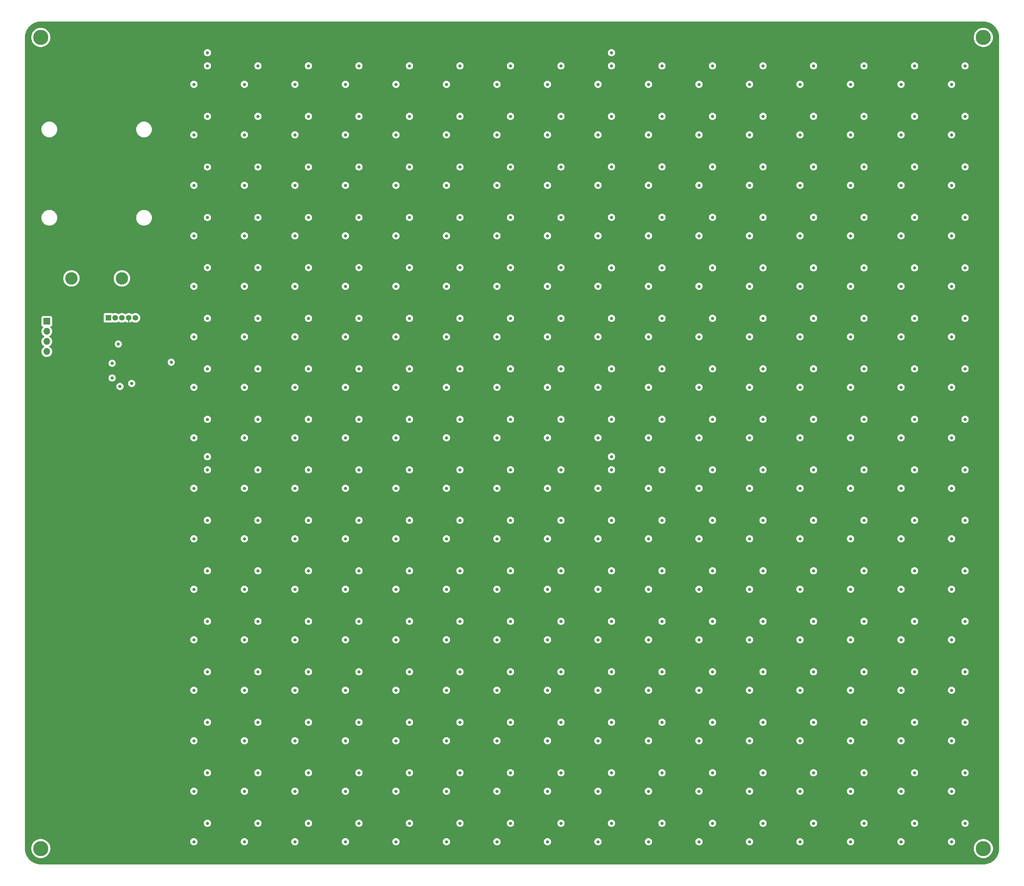
<source format=gbr>
%TF.GenerationSoftware,KiCad,Pcbnew,(7.0.0)*%
%TF.CreationDate,2023-07-18T21:48:04-06:00*%
%TF.ProjectId,led-matrix-v4,6c65642d-6d61-4747-9269-782d76342e6b,0*%
%TF.SameCoordinates,Original*%
%TF.FileFunction,Copper,L2,Inr*%
%TF.FilePolarity,Positive*%
%FSLAX46Y46*%
G04 Gerber Fmt 4.6, Leading zero omitted, Abs format (unit mm)*
G04 Created by KiCad (PCBNEW (7.0.0)) date 2023-07-18 21:48:04*
%MOMM*%
%LPD*%
G01*
G04 APERTURE LIST*
%TA.AperFunction,ComponentPad*%
%ADD10R,1.422400X1.422400*%
%TD*%
%TA.AperFunction,ComponentPad*%
%ADD11C,1.422400*%
%TD*%
%TA.AperFunction,ComponentPad*%
%ADD12R,1.700000X1.700000*%
%TD*%
%TA.AperFunction,ComponentPad*%
%ADD13O,1.700000X1.700000*%
%TD*%
%TA.AperFunction,ComponentPad*%
%ADD14C,3.800000*%
%TD*%
%TA.AperFunction,ComponentPad*%
%ADD15C,3.126000*%
%TD*%
%TA.AperFunction,ViaPad*%
%ADD16C,0.800000*%
%TD*%
%TA.AperFunction,Conductor*%
%ADD17C,0.250000*%
%TD*%
G04 APERTURE END LIST*
D10*
%TO.N,unconnected-(PS1-REMOTE_ON{slash}OFF_CTRL-Pad1)*%
%TO.C,PS1*%
X60999999Y-115524999D03*
D11*
%TO.N,Net-(PS1-+VIN)*%
X62700000Y-115525000D03*
%TO.N,GND*%
X64400000Y-115525000D03*
%TO.N,VDD*%
X66100000Y-115525000D03*
%TO.N,Net-(PS1-OUTPUT_TRIM)*%
X67800000Y-115525000D03*
%TD*%
D12*
%TO.N,Net-(J1-Pin_1)*%
%TO.C,J1*%
X45499999Y-116399999D03*
D13*
%TO.N,Net-(J1-Pin_2)*%
X45499999Y-118939999D03*
%TO.N,Net-(J1-Pin_3)*%
X45499999Y-121479999D03*
%TO.N,Net-(J1-Pin_4)*%
X45499999Y-124019999D03*
%TD*%
D14*
%TO.N,GND*%
%TO.C,REF\u002A\u002A*%
X44000000Y-45000000D03*
%TD*%
%TO.N,GND*%
%TO.C,REF\u002A\u002A*%
X44000000Y-249000000D03*
%TD*%
%TO.N,GND*%
%TO.C,REF\u002A\u002A*%
X281000000Y-45000000D03*
%TD*%
%TO.N,GND*%
%TO.C,REF\u002A\u002A*%
X281000000Y-249000000D03*
%TD*%
D15*
%TO.N,GND*%
%TO.C,BT1*%
X51700000Y-105600000D03*
%TO.N,Net-(PS1-+VIN)*%
X64400000Y-105600000D03*
%TD*%
D16*
%TO.N,VDD*%
X271500000Y-163150000D03*
X131800000Y-150450000D03*
X81000000Y-74250000D03*
X81000000Y-137750000D03*
X106400000Y-201250000D03*
X258800000Y-74250000D03*
X233400000Y-74250000D03*
X131800000Y-163150000D03*
X119100000Y-61550000D03*
X93700000Y-137750000D03*
X157200000Y-213950000D03*
X144500000Y-201250000D03*
X81000000Y-112350000D03*
X220700000Y-239350000D03*
X119100000Y-188550000D03*
X144500000Y-163150000D03*
X131800000Y-86950000D03*
X271500000Y-125050000D03*
X195300000Y-125050000D03*
X246100000Y-175850000D03*
X157200000Y-125050000D03*
X157200000Y-201250000D03*
X195300000Y-74250000D03*
X208000000Y-201250000D03*
X195300000Y-163150000D03*
X119100000Y-213950000D03*
X208000000Y-48850000D03*
X271500000Y-99650000D03*
X93700000Y-226650000D03*
X258800000Y-48850000D03*
X233400000Y-125050000D03*
X220700000Y-150450000D03*
X195300000Y-112350000D03*
X220700000Y-213950000D03*
X169900000Y-48850000D03*
X157200000Y-99650000D03*
X93700000Y-239350000D03*
X169900000Y-137750000D03*
X195300000Y-99650000D03*
X157200000Y-74250000D03*
X182600000Y-74250000D03*
X195300000Y-86950000D03*
X233400000Y-226650000D03*
X93700000Y-61550000D03*
X271500000Y-226650000D03*
X169900000Y-125050000D03*
X169900000Y-99650000D03*
X258800000Y-239350000D03*
X271500000Y-188550000D03*
X182600000Y-99650000D03*
X81000000Y-163150000D03*
X195300000Y-239350000D03*
X246100000Y-99650000D03*
X106400000Y-188550000D03*
X258800000Y-201250000D03*
X144500000Y-99650000D03*
X182600000Y-226650000D03*
X157200000Y-150450000D03*
X119100000Y-74250000D03*
X169900000Y-188550000D03*
X271500000Y-137750000D03*
X233400000Y-163150000D03*
X93700000Y-99650000D03*
X131800000Y-99650000D03*
X106400000Y-150450000D03*
X169900000Y-112350000D03*
X258800000Y-175850000D03*
X106400000Y-48850000D03*
X195300000Y-137750000D03*
X246100000Y-61550000D03*
X144500000Y-175850000D03*
X258800000Y-163150000D03*
X220700000Y-137750000D03*
X119100000Y-112350000D03*
X106400000Y-213950000D03*
X208000000Y-188550000D03*
X106400000Y-99650000D03*
X246100000Y-239350000D03*
X233400000Y-213950000D03*
X119100000Y-125050000D03*
X258800000Y-125050000D03*
X246100000Y-137750000D03*
X144500000Y-213950000D03*
X106400000Y-137750000D03*
X106400000Y-125050000D03*
X233400000Y-112350000D03*
X246100000Y-188550000D03*
X220700000Y-226650000D03*
X106400000Y-163150000D03*
X169900000Y-226650000D03*
X208000000Y-99650000D03*
X258800000Y-226650000D03*
X93700000Y-48850000D03*
X144500000Y-150450000D03*
X182600000Y-61550000D03*
X131800000Y-239350000D03*
X182600000Y-150450000D03*
X144500000Y-188550000D03*
X195300000Y-226650000D03*
X258800000Y-112350000D03*
X169900000Y-175850000D03*
X220700000Y-175850000D03*
X233400000Y-239350000D03*
X246100000Y-112350000D03*
X258800000Y-137750000D03*
X233400000Y-150450000D03*
X271500000Y-48850000D03*
X119100000Y-163150000D03*
X208000000Y-137750000D03*
X271500000Y-201250000D03*
X195300000Y-201250000D03*
X246100000Y-163150000D03*
X131800000Y-188550000D03*
X233400000Y-137750000D03*
X208000000Y-150450000D03*
X157200000Y-86950000D03*
X144500000Y-61550000D03*
X208000000Y-175850000D03*
X93700000Y-74250000D03*
X131800000Y-201250000D03*
X157200000Y-226650000D03*
X182600000Y-213950000D03*
X271500000Y-175850000D03*
X220700000Y-201250000D03*
X131800000Y-226650000D03*
X144500000Y-137750000D03*
X271500000Y-213950000D03*
X81000000Y-226650000D03*
X106400000Y-112350000D03*
X119100000Y-201250000D03*
X182600000Y-239350000D03*
X106400000Y-226650000D03*
X157200000Y-163150000D03*
X93700000Y-150450000D03*
X233400000Y-188550000D03*
X157200000Y-48850000D03*
X119100000Y-99650000D03*
X271500000Y-150450000D03*
X157200000Y-112350000D03*
X195300000Y-48850000D03*
X106400000Y-86950000D03*
X271500000Y-112350000D03*
X182600000Y-112350000D03*
X81000000Y-175850000D03*
X81000000Y-125050000D03*
X233400000Y-99650000D03*
X106400000Y-61550000D03*
X246100000Y-213950000D03*
X258800000Y-86950000D03*
X144500000Y-125050000D03*
X246100000Y-74250000D03*
X144500000Y-112350000D03*
X131800000Y-112350000D03*
X81000000Y-61550000D03*
X182600000Y-125050000D03*
X144500000Y-74250000D03*
X93700000Y-188550000D03*
X271500000Y-86950000D03*
X208000000Y-125050000D03*
X119100000Y-175850000D03*
X258800000Y-99650000D03*
X81000000Y-48850000D03*
X246100000Y-201250000D03*
X169900000Y-86950000D03*
X233400000Y-201250000D03*
X246100000Y-226650000D03*
X81000000Y-213950000D03*
X195300000Y-61550000D03*
X220700000Y-48850000D03*
X119100000Y-137750000D03*
X220700000Y-61550000D03*
X81000000Y-239350000D03*
X157200000Y-137750000D03*
X182600000Y-48850000D03*
X169900000Y-239350000D03*
X119100000Y-226650000D03*
X195300000Y-150450000D03*
X131800000Y-213950000D03*
X271500000Y-61550000D03*
X246100000Y-150450000D03*
X258800000Y-61550000D03*
X93700000Y-86950000D03*
X208000000Y-74250000D03*
X93700000Y-201250000D03*
X208000000Y-213950000D03*
X157200000Y-188550000D03*
X246100000Y-48850000D03*
X233400000Y-48850000D03*
X93700000Y-163150000D03*
X144500000Y-48850000D03*
X246100000Y-86950000D03*
X258800000Y-188550000D03*
X182600000Y-188550000D03*
X195300000Y-188550000D03*
X157200000Y-239350000D03*
X119100000Y-86950000D03*
X182600000Y-86950000D03*
X208000000Y-239350000D03*
X93700000Y-125050000D03*
X93700000Y-175850000D03*
X119100000Y-150450000D03*
X258800000Y-213950000D03*
X182600000Y-137750000D03*
X233400000Y-175850000D03*
X106400000Y-74250000D03*
X208000000Y-112350000D03*
X131800000Y-125050000D03*
X220700000Y-125050000D03*
X220700000Y-188550000D03*
X233400000Y-61550000D03*
X195300000Y-175850000D03*
X131800000Y-175850000D03*
X220700000Y-163150000D03*
X66863800Y-124415000D03*
X182600000Y-175850000D03*
X208000000Y-226650000D03*
X169900000Y-150450000D03*
X93700000Y-112350000D03*
X182600000Y-163150000D03*
X208000000Y-86950000D03*
X169900000Y-74250000D03*
X157200000Y-61550000D03*
X195300000Y-213950000D03*
X93700000Y-213950000D03*
X208000000Y-163150000D03*
X106400000Y-175850000D03*
X144500000Y-86950000D03*
X131800000Y-61550000D03*
X119100000Y-48850000D03*
X233400000Y-86950000D03*
X81000000Y-188550000D03*
X271500000Y-74250000D03*
X169900000Y-163150000D03*
X220700000Y-112350000D03*
X131800000Y-48850000D03*
X220700000Y-86950000D03*
X169900000Y-213950000D03*
X81000000Y-99650000D03*
X144500000Y-239350000D03*
X182600000Y-201250000D03*
X258800000Y-150450000D03*
X157200000Y-175850000D03*
X271500000Y-239350000D03*
X81000000Y-150450000D03*
X81000000Y-201250000D03*
X220700000Y-74250000D03*
X208000000Y-61550000D03*
X169900000Y-201250000D03*
X106400000Y-239350000D03*
X169900000Y-61550000D03*
X220700000Y-99650000D03*
X131800000Y-137750000D03*
X81000000Y-86950000D03*
X119100000Y-239350000D03*
X246100000Y-125050000D03*
X131800000Y-74250000D03*
X144500000Y-226650000D03*
X84400000Y-183800000D03*
X97100000Y-94900000D03*
X160600000Y-145700000D03*
X198700000Y-94900000D03*
X135200000Y-56800000D03*
X84400000Y-196500000D03*
X147900000Y-56800000D03*
X173300000Y-221900000D03*
X160600000Y-158400000D03*
X236800000Y-183800000D03*
X147900000Y-69500000D03*
X274900000Y-82200000D03*
X236800000Y-69500000D03*
X224100000Y-145700000D03*
X186000000Y-69500000D03*
X109800000Y-221900000D03*
X173300000Y-133000000D03*
X198700000Y-196500000D03*
X198700000Y-120300000D03*
X97100000Y-196500000D03*
X224100000Y-133000000D03*
X160600000Y-183800000D03*
X274900000Y-107600000D03*
X186000000Y-82200000D03*
X135200000Y-107600000D03*
X84400000Y-158400000D03*
X135200000Y-120300000D03*
X224100000Y-120300000D03*
X224100000Y-196500000D03*
X109800000Y-171100000D03*
X186000000Y-221900000D03*
X97100000Y-209200000D03*
X211400000Y-107600000D03*
X186000000Y-171100000D03*
X135200000Y-133000000D03*
X262200000Y-107600000D03*
X84400000Y-133000000D03*
X109800000Y-247300000D03*
X173300000Y-94900000D03*
X84400000Y-94900000D03*
X211400000Y-209200000D03*
X186000000Y-209200000D03*
X262200000Y-69500000D03*
X173300000Y-183800000D03*
X249500000Y-234600000D03*
X224100000Y-158400000D03*
X186000000Y-145700000D03*
X147900000Y-183800000D03*
X135200000Y-171100000D03*
X97100000Y-69500000D03*
X262200000Y-196500000D03*
X160600000Y-196500000D03*
X224100000Y-69500000D03*
X236800000Y-209200000D03*
X186000000Y-196500000D03*
X224100000Y-234600000D03*
X262200000Y-56800000D03*
X109800000Y-145700000D03*
X224100000Y-94900000D03*
X262200000Y-234600000D03*
X249500000Y-94900000D03*
X135200000Y-221900000D03*
X160600000Y-221900000D03*
X122500000Y-158400000D03*
X186000000Y-234600000D03*
X274900000Y-171100000D03*
X173300000Y-82200000D03*
X173300000Y-145700000D03*
X84400000Y-107600000D03*
X147900000Y-209200000D03*
X211400000Y-56800000D03*
X186000000Y-158400000D03*
X160600000Y-69500000D03*
X262200000Y-82200000D03*
X211400000Y-196500000D03*
X198700000Y-171100000D03*
X274900000Y-234600000D03*
X122500000Y-145700000D03*
X262200000Y-221900000D03*
X109800000Y-107600000D03*
X122500000Y-120300000D03*
X249500000Y-133000000D03*
X274900000Y-183800000D03*
X97100000Y-171100000D03*
X198700000Y-69500000D03*
X173300000Y-120300000D03*
X249500000Y-221900000D03*
X147900000Y-158400000D03*
X97100000Y-133000000D03*
X274900000Y-133000000D03*
X262200000Y-183800000D03*
X198700000Y-145700000D03*
X109800000Y-234600000D03*
X224100000Y-221900000D03*
X97100000Y-234600000D03*
X173300000Y-196500000D03*
X211400000Y-221900000D03*
X236800000Y-171100000D03*
X84400000Y-234600000D03*
X236800000Y-94900000D03*
X224100000Y-56800000D03*
X135200000Y-145700000D03*
X249500000Y-209200000D03*
X147900000Y-120300000D03*
X198700000Y-234600000D03*
X173300000Y-158400000D03*
X186000000Y-120300000D03*
X198700000Y-133000000D03*
X173300000Y-171100000D03*
X109800000Y-69500000D03*
X224100000Y-209200000D03*
X236800000Y-234600000D03*
X236800000Y-221900000D03*
X147900000Y-196500000D03*
X249500000Y-171100000D03*
X198700000Y-107600000D03*
X135200000Y-82200000D03*
X173300000Y-107600000D03*
X84400000Y-221900000D03*
X122500000Y-133000000D03*
X236800000Y-133000000D03*
X198700000Y-158400000D03*
X122500000Y-82200000D03*
X160600000Y-94900000D03*
X274900000Y-247300000D03*
X97100000Y-107600000D03*
X97100000Y-158400000D03*
X262200000Y-158400000D03*
X224100000Y-82200000D03*
X211400000Y-133000000D03*
X122500000Y-107600000D03*
X122500000Y-171100000D03*
X186000000Y-56800000D03*
X122500000Y-183800000D03*
X249500000Y-69500000D03*
X236800000Y-247300000D03*
X236800000Y-107600000D03*
X211400000Y-94900000D03*
X97100000Y-247300000D03*
X109800000Y-158400000D03*
X109800000Y-196500000D03*
X186000000Y-133000000D03*
X97100000Y-120300000D03*
X262200000Y-145700000D03*
X274900000Y-120300000D03*
X262200000Y-120300000D03*
X109800000Y-120300000D03*
X160600000Y-171100000D03*
X236800000Y-158400000D03*
X211400000Y-183800000D03*
X262200000Y-247300000D03*
X249500000Y-247300000D03*
X135200000Y-158400000D03*
X173300000Y-56800000D03*
X84400000Y-120300000D03*
X147900000Y-107600000D03*
X84400000Y-145700000D03*
X186000000Y-107600000D03*
X147900000Y-234600000D03*
X274900000Y-158400000D03*
X186000000Y-183800000D03*
X198700000Y-247300000D03*
X97100000Y-56800000D03*
X160600000Y-56800000D03*
X122500000Y-196500000D03*
X84400000Y-56800000D03*
X274900000Y-196500000D03*
X122500000Y-56800000D03*
X97100000Y-183800000D03*
X249500000Y-158400000D03*
X274900000Y-94900000D03*
X236800000Y-82200000D03*
X211400000Y-69500000D03*
X262200000Y-133000000D03*
X236800000Y-145700000D03*
X198700000Y-56800000D03*
X274900000Y-221900000D03*
X211400000Y-145700000D03*
X211400000Y-158400000D03*
X249500000Y-56800000D03*
X236800000Y-196500000D03*
X262200000Y-209200000D03*
X147900000Y-171100000D03*
X135200000Y-247300000D03*
X147900000Y-82200000D03*
X211400000Y-234600000D03*
X122500000Y-247300000D03*
X122500000Y-94900000D03*
X224100000Y-171100000D03*
X198700000Y-221900000D03*
X236800000Y-56800000D03*
X122500000Y-234600000D03*
X274900000Y-56800000D03*
X122500000Y-221900000D03*
X135200000Y-94900000D03*
X198700000Y-183800000D03*
X211400000Y-247300000D03*
X198700000Y-82200000D03*
X147900000Y-145700000D03*
X97100000Y-82200000D03*
X224100000Y-107600000D03*
X224100000Y-183800000D03*
X109800000Y-82200000D03*
X160600000Y-133000000D03*
X173300000Y-69500000D03*
X186000000Y-94900000D03*
X109800000Y-56800000D03*
X135200000Y-209200000D03*
X160600000Y-82200000D03*
X249500000Y-183800000D03*
X211400000Y-171100000D03*
X122500000Y-209200000D03*
X109800000Y-133000000D03*
X173300000Y-247300000D03*
X173300000Y-209200000D03*
X135200000Y-196500000D03*
X147900000Y-221900000D03*
X262200000Y-94900000D03*
X109800000Y-94900000D03*
X274900000Y-209200000D03*
X249500000Y-107600000D03*
X274900000Y-69500000D03*
X173300000Y-234600000D03*
X135200000Y-234600000D03*
X249500000Y-82200000D03*
X147900000Y-133000000D03*
X97100000Y-221900000D03*
X249500000Y-145700000D03*
X160600000Y-234600000D03*
X198700000Y-209200000D03*
X160600000Y-107600000D03*
X236800000Y-120300000D03*
X224100000Y-247300000D03*
X274900000Y-145700000D03*
X249500000Y-120300000D03*
X122500000Y-69500000D03*
X160600000Y-120300000D03*
X186000000Y-247300000D03*
X109800000Y-183800000D03*
X135200000Y-69500000D03*
X160600000Y-247300000D03*
X84400000Y-171100000D03*
X84400000Y-247300000D03*
X109800000Y-209200000D03*
X211400000Y-82200000D03*
X84400000Y-82200000D03*
X84400000Y-69500000D03*
X211400000Y-120300000D03*
X84400000Y-209200000D03*
X160600000Y-209200000D03*
X147900000Y-247300000D03*
X135200000Y-183800000D03*
X262200000Y-171100000D03*
X147900000Y-94900000D03*
X97100000Y-145700000D03*
X249500000Y-196500000D03*
%TO.N,GND*%
X174800000Y-64850000D03*
X63900000Y-132775500D03*
X149400000Y-179150000D03*
X276400000Y-64850000D03*
X162100000Y-90300000D03*
X98600000Y-115650000D03*
X111300000Y-102900000D03*
X85900000Y-64850000D03*
X251000000Y-115650000D03*
X263700000Y-77550000D03*
X85900000Y-115650000D03*
X212900000Y-191850000D03*
X187500000Y-77550000D03*
X149400000Y-153750000D03*
X136700000Y-115650000D03*
X276400000Y-153750000D03*
X111300000Y-153750000D03*
X124000000Y-128350000D03*
X98600000Y-204550000D03*
X251000000Y-204550000D03*
X263700000Y-229950000D03*
X251000000Y-64850000D03*
X162100000Y-242650000D03*
X124000000Y-90300000D03*
X187500000Y-52150000D03*
X238300000Y-102950000D03*
X111300000Y-166450000D03*
X98600000Y-191850000D03*
X251000000Y-128350000D03*
X149400000Y-102900000D03*
X162100000Y-102900000D03*
X98600000Y-64850000D03*
X263700000Y-217250000D03*
X124000000Y-102900000D03*
X212900000Y-204550000D03*
X187500000Y-204550000D03*
X85900000Y-166450000D03*
X149400000Y-217250000D03*
X85900000Y-128350000D03*
X251000000Y-229950000D03*
X111300000Y-90300000D03*
X263700000Y-52150000D03*
X263700000Y-128350000D03*
X212900000Y-115650000D03*
X174800000Y-153750000D03*
X136700000Y-204550000D03*
X200200000Y-191850000D03*
X200200000Y-64850000D03*
X212900000Y-141050000D03*
X251000000Y-141050000D03*
X263700000Y-141050000D03*
X98600000Y-242650000D03*
X225600000Y-229950000D03*
X162100000Y-115650000D03*
X212900000Y-52150000D03*
X200200000Y-52150000D03*
X187500000Y-217250000D03*
X238300000Y-166450000D03*
X98600000Y-102900000D03*
X251000000Y-77550000D03*
X187500000Y-64850000D03*
X174800000Y-204550000D03*
X276400000Y-128350000D03*
X225600000Y-204550000D03*
X162100000Y-64850000D03*
X85900000Y-229950000D03*
X124000000Y-153750000D03*
X124000000Y-166450000D03*
X124000000Y-77600000D03*
X98600000Y-141050000D03*
X238300000Y-77550000D03*
X200200000Y-204550000D03*
X187500000Y-128350000D03*
X124000000Y-64850000D03*
X251000000Y-90250000D03*
X225600000Y-128350000D03*
X98600000Y-229950000D03*
X149400000Y-90300000D03*
X162100000Y-191850000D03*
X225600000Y-64850000D03*
X124000000Y-217250000D03*
X263700000Y-102950000D03*
X149400000Y-242650000D03*
X174800000Y-77600000D03*
X136700000Y-64850000D03*
X212900000Y-153750000D03*
X98600000Y-179150000D03*
X85900000Y-90300000D03*
X98600000Y-77600000D03*
X136700000Y-141050000D03*
X149400000Y-166450000D03*
X162100000Y-128350000D03*
X225600000Y-102950000D03*
X136700000Y-77600000D03*
X124000000Y-141050000D03*
X174800000Y-191850000D03*
X187500000Y-166450000D03*
X200200000Y-166450000D03*
X200200000Y-90250000D03*
X200200000Y-242650000D03*
X276400000Y-115650000D03*
X174800000Y-52150000D03*
X162100000Y-77600000D03*
X200200000Y-179150000D03*
X276400000Y-102950000D03*
X174800000Y-242650000D03*
X85900000Y-102900000D03*
X238300000Y-115650000D03*
X111300000Y-141050000D03*
X111300000Y-242650000D03*
X98600000Y-153750000D03*
X276400000Y-77550000D03*
X276400000Y-52150000D03*
X263700000Y-166450000D03*
X162100000Y-153750000D03*
X225600000Y-141050000D03*
X149400000Y-115650000D03*
X85900000Y-179150000D03*
X225600000Y-90250000D03*
X85900000Y-191850000D03*
X276400000Y-141050000D03*
X162100000Y-179150000D03*
X187500000Y-153750000D03*
X174800000Y-217250000D03*
X111300000Y-229950000D03*
X276400000Y-166450000D03*
X149400000Y-77600000D03*
X162100000Y-204550000D03*
X251000000Y-242650000D03*
X187500000Y-229950000D03*
X263700000Y-115650000D03*
X238300000Y-242650000D03*
X85900000Y-52150000D03*
X212900000Y-128350000D03*
X225600000Y-153750000D03*
X276400000Y-90250000D03*
X98600000Y-217250000D03*
X200200000Y-128350000D03*
X225600000Y-242650000D03*
X200200000Y-102950000D03*
X212900000Y-102950000D03*
X174800000Y-102900000D03*
X251000000Y-102950000D03*
X225600000Y-166450000D03*
X111300000Y-204550000D03*
X174800000Y-128350000D03*
X225600000Y-191850000D03*
X98600000Y-52150000D03*
X111300000Y-217250000D03*
X98600000Y-166450000D03*
X238300000Y-229950000D03*
X225600000Y-179150000D03*
X111300000Y-128350000D03*
X187500000Y-242650000D03*
X85900000Y-204550000D03*
X200200000Y-115650000D03*
X111300000Y-115650000D03*
X263700000Y-90250000D03*
X276400000Y-179150000D03*
X149400000Y-204550000D03*
X187500000Y-191850000D03*
X111300000Y-179150000D03*
X174800000Y-166450000D03*
X111300000Y-191850000D03*
X124000000Y-115650000D03*
X238300000Y-141050000D03*
X136700000Y-128350000D03*
X251000000Y-217250000D03*
X136700000Y-179150000D03*
X276400000Y-229950000D03*
X225600000Y-77550000D03*
X149400000Y-229950000D03*
X251000000Y-166450000D03*
X276400000Y-217250000D03*
X263700000Y-242650000D03*
X212900000Y-77550000D03*
X85900000Y-141050000D03*
X200200000Y-153750000D03*
X63487500Y-122125000D03*
X85900000Y-153750000D03*
X85900000Y-242650000D03*
X187500000Y-90250000D03*
X187500000Y-141050000D03*
X238300000Y-153750000D03*
X136700000Y-102900000D03*
X124000000Y-204550000D03*
X174800000Y-229950000D03*
X212900000Y-179150000D03*
X136700000Y-166450000D03*
X238300000Y-128350000D03*
X251000000Y-52150000D03*
X276400000Y-242650000D03*
X251000000Y-191850000D03*
X85900000Y-77600000D03*
X149400000Y-52150000D03*
X263700000Y-64850000D03*
X162100000Y-141050000D03*
X136700000Y-90300000D03*
X124000000Y-191850000D03*
X174800000Y-179150000D03*
X187500000Y-102950000D03*
X276400000Y-191850000D03*
X276400000Y-204550000D03*
X136700000Y-191850000D03*
X162100000Y-217250000D03*
X212900000Y-229950000D03*
X124000000Y-52150000D03*
X200200000Y-229950000D03*
X225600000Y-115650000D03*
X212900000Y-242650000D03*
X162100000Y-52150000D03*
X162100000Y-229950000D03*
X225600000Y-217250000D03*
X136700000Y-242650000D03*
X263700000Y-179150000D03*
X238300000Y-204550000D03*
X251000000Y-179150000D03*
X111300000Y-77600000D03*
X225600000Y-52150000D03*
X212900000Y-217250000D03*
X263700000Y-204550000D03*
X212900000Y-64850000D03*
X238300000Y-52150000D03*
X238300000Y-217250000D03*
X124000000Y-179150000D03*
X111300000Y-52150000D03*
X162100000Y-166450000D03*
X200200000Y-77550000D03*
X149400000Y-141050000D03*
X263700000Y-191850000D03*
X124000000Y-229950000D03*
X174800000Y-115650000D03*
X174800000Y-90300000D03*
X98600000Y-128350000D03*
X238300000Y-64850000D03*
X136700000Y-229950000D03*
X212900000Y-90250000D03*
X200200000Y-141050000D03*
X238300000Y-90250000D03*
X200200000Y-217250000D03*
X111300000Y-64850000D03*
X136700000Y-153750000D03*
X238300000Y-179150000D03*
X212900000Y-166450000D03*
X187500000Y-115650000D03*
X149400000Y-128350000D03*
X98600000Y-90300000D03*
X174800000Y-141050000D03*
X149400000Y-64850000D03*
X251000000Y-153750000D03*
X85900000Y-217250000D03*
X263700000Y-153750000D03*
X238300000Y-191850000D03*
X149400000Y-191850000D03*
X124000000Y-242650000D03*
X136700000Y-217250000D03*
X136700000Y-52150000D03*
X187500000Y-179150000D03*
X260300000Y-234600000D03*
X82500000Y-145700000D03*
X171400000Y-183800000D03*
X260300000Y-145700000D03*
X184100000Y-56800000D03*
X234900000Y-120300000D03*
X133300000Y-158400000D03*
X196800000Y-221900000D03*
X107900000Y-120300000D03*
X196800000Y-145700000D03*
X133300000Y-234600000D03*
X107900000Y-145700000D03*
X247600000Y-56800000D03*
X196800000Y-82200000D03*
X133300000Y-56800000D03*
X120600000Y-82200000D03*
X120600000Y-145700000D03*
X260300000Y-209200000D03*
X247600000Y-69500000D03*
X184100000Y-107600000D03*
X146000000Y-145700000D03*
X196800000Y-209200000D03*
X133300000Y-183800000D03*
X171400000Y-196500000D03*
X260300000Y-247300000D03*
X82500000Y-171100000D03*
X133300000Y-69500000D03*
X171400000Y-120300000D03*
X107900000Y-133000000D03*
X273000000Y-209200000D03*
X82500000Y-107600000D03*
X171400000Y-171100000D03*
X95200000Y-56800000D03*
X82500000Y-94900000D03*
X196800000Y-234600000D03*
X82500000Y-183800000D03*
X222200000Y-221900000D03*
X273000000Y-183800000D03*
X184100000Y-183800000D03*
X209500000Y-82200000D03*
X260300000Y-171100000D03*
X273000000Y-145700000D03*
X209500000Y-107600000D03*
X222200000Y-107600000D03*
X146000000Y-234600000D03*
X196800000Y-158400000D03*
X196800000Y-107600000D03*
X82500000Y-120300000D03*
X107900000Y-107600000D03*
X209500000Y-234600000D03*
X273000000Y-158400000D03*
X158700000Y-158400000D03*
X146000000Y-209200000D03*
X158700000Y-133000000D03*
X247600000Y-171100000D03*
X247600000Y-133000000D03*
X82500000Y-56800000D03*
X133300000Y-107600000D03*
X107900000Y-82200000D03*
X260300000Y-158400000D03*
X273000000Y-56800000D03*
X222200000Y-69500000D03*
X196800000Y-183800000D03*
X120600000Y-158400000D03*
X171400000Y-69500000D03*
X146000000Y-69500000D03*
X95200000Y-107600000D03*
X107900000Y-94900000D03*
X95200000Y-158400000D03*
X260300000Y-221900000D03*
X133300000Y-145700000D03*
X158700000Y-120300000D03*
X184100000Y-82200000D03*
X222200000Y-82200000D03*
X146000000Y-158400000D03*
X82500000Y-133000000D03*
X95200000Y-234600000D03*
X120600000Y-69500000D03*
X234900000Y-133000000D03*
X196800000Y-94900000D03*
X95200000Y-247300000D03*
X82500000Y-158400000D03*
X260300000Y-107600000D03*
X196800000Y-133000000D03*
X95200000Y-183800000D03*
X120600000Y-183800000D03*
X247600000Y-158400000D03*
X273000000Y-247300000D03*
X209500000Y-221900000D03*
X82500000Y-82200000D03*
X234900000Y-158400000D03*
X234900000Y-94900000D03*
X196800000Y-120300000D03*
X158700000Y-171100000D03*
X184100000Y-171100000D03*
X273000000Y-196500000D03*
X146000000Y-56800000D03*
X133300000Y-120300000D03*
X82500000Y-221900000D03*
X234900000Y-209200000D03*
X146000000Y-133000000D03*
X146000000Y-107600000D03*
X146000000Y-183800000D03*
X234900000Y-82200000D03*
X273000000Y-69500000D03*
X273000000Y-234600000D03*
X120600000Y-196500000D03*
X184100000Y-120300000D03*
X234900000Y-69500000D03*
X273000000Y-133000000D03*
X95200000Y-120300000D03*
X209500000Y-171100000D03*
X184100000Y-133000000D03*
X82500000Y-234600000D03*
X158700000Y-94900000D03*
X158700000Y-196500000D03*
X95200000Y-145700000D03*
X184100000Y-94900000D03*
X247600000Y-120300000D03*
X222200000Y-247300000D03*
X222200000Y-209200000D03*
X107900000Y-171100000D03*
X120600000Y-234600000D03*
X184100000Y-69500000D03*
X209500000Y-196500000D03*
X222200000Y-171100000D03*
X82500000Y-247300000D03*
X247600000Y-247300000D03*
X158700000Y-221900000D03*
X247600000Y-209200000D03*
X107900000Y-234600000D03*
X209500000Y-183800000D03*
X133300000Y-209200000D03*
X222200000Y-183800000D03*
X158700000Y-209200000D03*
X247600000Y-82200000D03*
X171400000Y-247300000D03*
X107900000Y-209200000D03*
X273000000Y-107600000D03*
X184100000Y-234600000D03*
X234900000Y-145700000D03*
X222200000Y-120300000D03*
X184100000Y-196500000D03*
X120600000Y-56800000D03*
X146000000Y-221900000D03*
X158700000Y-183800000D03*
X234900000Y-221900000D03*
X247600000Y-183800000D03*
X184100000Y-221900000D03*
X209500000Y-94900000D03*
X222200000Y-234600000D03*
X120600000Y-247300000D03*
X107900000Y-221900000D03*
X95200000Y-221900000D03*
X171400000Y-234600000D03*
X107900000Y-56800000D03*
X247600000Y-196500000D03*
X95200000Y-196500000D03*
X222200000Y-196500000D03*
X146000000Y-171100000D03*
X120600000Y-171100000D03*
X133300000Y-133000000D03*
X209500000Y-56800000D03*
X260300000Y-183800000D03*
X260300000Y-120300000D03*
X158700000Y-107600000D03*
X196800000Y-171100000D03*
X234900000Y-234600000D03*
X107900000Y-158400000D03*
X260300000Y-56800000D03*
X158700000Y-145700000D03*
X184100000Y-145700000D03*
X95200000Y-94900000D03*
X120600000Y-94900000D03*
X222200000Y-133000000D03*
X133300000Y-94900000D03*
X171400000Y-209200000D03*
X133300000Y-221900000D03*
X146000000Y-120300000D03*
X95200000Y-82200000D03*
X247600000Y-221900000D03*
X247600000Y-234600000D03*
X184100000Y-247300000D03*
X158700000Y-234600000D03*
X196800000Y-69500000D03*
X260300000Y-196500000D03*
X260300000Y-69500000D03*
X82500000Y-209200000D03*
X209500000Y-120300000D03*
X196800000Y-196500000D03*
X260300000Y-82200000D03*
X247600000Y-145700000D03*
X222200000Y-56800000D03*
X222200000Y-145700000D03*
X273000000Y-120300000D03*
X120600000Y-120300000D03*
X133300000Y-171100000D03*
X209500000Y-247300000D03*
X260300000Y-133000000D03*
X247600000Y-94900000D03*
X158700000Y-82200000D03*
X133300000Y-82200000D03*
X158700000Y-69500000D03*
X107900000Y-196500000D03*
X133300000Y-247300000D03*
X120600000Y-209200000D03*
X120600000Y-221900000D03*
X146000000Y-82200000D03*
X171400000Y-145700000D03*
X82500000Y-196500000D03*
X107900000Y-69500000D03*
X273000000Y-94900000D03*
X95200000Y-171100000D03*
X234900000Y-107600000D03*
X146000000Y-247300000D03*
X171400000Y-94900000D03*
X209500000Y-69500000D03*
X171400000Y-158400000D03*
X222200000Y-94900000D03*
X95200000Y-69500000D03*
X146000000Y-94900000D03*
X158700000Y-56800000D03*
X209500000Y-145700000D03*
X247600000Y-107600000D03*
X234900000Y-196500000D03*
X234900000Y-171100000D03*
X273000000Y-82200000D03*
X234900000Y-247300000D03*
X120600000Y-107600000D03*
X171400000Y-107600000D03*
X222200000Y-158400000D03*
X82500000Y-69500000D03*
X95200000Y-133000000D03*
X171400000Y-221900000D03*
X171400000Y-56800000D03*
X107900000Y-247300000D03*
X209500000Y-133000000D03*
X171400000Y-133000000D03*
X133300000Y-196500000D03*
X209500000Y-209200000D03*
X209500000Y-158400000D03*
X260300000Y-94900000D03*
X171400000Y-82200000D03*
X234900000Y-56800000D03*
X184100000Y-158400000D03*
X196800000Y-247300000D03*
X273000000Y-221900000D03*
X196800000Y-56800000D03*
X234900000Y-183800000D03*
X146000000Y-196500000D03*
X158700000Y-247300000D03*
X120600000Y-133000000D03*
X95200000Y-209200000D03*
X107900000Y-183800000D03*
X273000000Y-171100000D03*
X184100000Y-209200000D03*
%TO.N,Net-(D1-DIN)*%
X85900000Y-48850000D03*
X61936200Y-126955000D03*
%TO.N,Net-(D65-DIN)*%
X61936200Y-130644900D03*
X85900000Y-150450000D03*
%TO.N,Net-(D129-DIN)*%
X187500000Y-48850000D03*
X66863800Y-132035000D03*
%TO.N,Net-(D193-DIN)*%
X76800000Y-126700000D03*
X187500000Y-150450000D03*
%TD*%
D17*
%TO.N,VDD*%
X66100000Y-123651200D02*
X66863800Y-124415000D01*
X66100000Y-115525000D02*
X66100000Y-123651200D01*
%TD*%
%TA.AperFunction,Conductor*%
%TO.N,VDD*%
G36*
X280974427Y-41000631D02*
G01*
X281144379Y-41008488D01*
X281341364Y-41018164D01*
X281352377Y-41019201D01*
X281534790Y-41044645D01*
X281535063Y-41044685D01*
X281718842Y-41071944D01*
X281728974Y-41073884D01*
X281910050Y-41116472D01*
X281910059Y-41116474D01*
X281911797Y-41116896D01*
X281998963Y-41138729D01*
X282089425Y-41161388D01*
X282098671Y-41164090D01*
X282275982Y-41223518D01*
X282278296Y-41224320D01*
X282449798Y-41285683D01*
X282458083Y-41288989D01*
X282629652Y-41364743D01*
X282632493Y-41366042D01*
X282796685Y-41443698D01*
X282803988Y-41447454D01*
X282867216Y-41482672D01*
X282968008Y-41538812D01*
X282971417Y-41540782D01*
X283126945Y-41634001D01*
X283133263Y-41638053D01*
X283288283Y-41744244D01*
X283292046Y-41746927D01*
X283437583Y-41854864D01*
X283442932Y-41859063D01*
X283587568Y-41979166D01*
X283591555Y-41982626D01*
X283725781Y-42104279D01*
X283730165Y-42108453D01*
X283789900Y-42168188D01*
X283863116Y-42241404D01*
X283867312Y-42245811D01*
X283867316Y-42245815D01*
X283988954Y-42380022D01*
X283992395Y-42383986D01*
X284112547Y-42528680D01*
X284116708Y-42533980D01*
X284224641Y-42679509D01*
X284227333Y-42683286D01*
X284333533Y-42838318D01*
X284337592Y-42844646D01*
X284430806Y-43000164D01*
X284432777Y-43003574D01*
X284524125Y-43167574D01*
X284527890Y-43174896D01*
X284605533Y-43339056D01*
X284606873Y-43341987D01*
X284682594Y-43513479D01*
X284685912Y-43521791D01*
X284747236Y-43693181D01*
X284748056Y-43695548D01*
X284807497Y-43872892D01*
X284810209Y-43882170D01*
X284854692Y-44059758D01*
X284855114Y-44061497D01*
X284897700Y-44242562D01*
X284899652Y-44252756D01*
X284926859Y-44436160D01*
X284927012Y-44437225D01*
X284952392Y-44619168D01*
X284953432Y-44630224D01*
X284963340Y-44832213D01*
X284963251Y-44832217D01*
X284963358Y-44832561D01*
X284970941Y-44996565D01*
X284971073Y-45002292D01*
X284971073Y-248997128D01*
X284970941Y-249002855D01*
X284963102Y-249172404D01*
X284963085Y-249172761D01*
X284953407Y-249369765D01*
X284952367Y-249380813D01*
X284926983Y-249562780D01*
X284926830Y-249563843D01*
X284899626Y-249747238D01*
X284897674Y-249757433D01*
X284855093Y-249938476D01*
X284854671Y-249940216D01*
X284810181Y-250117828D01*
X284807469Y-250127104D01*
X284748038Y-250304422D01*
X284747217Y-250306791D01*
X284685886Y-250478198D01*
X284682569Y-250486509D01*
X284606863Y-250657967D01*
X284605524Y-250660898D01*
X284527862Y-250825100D01*
X284524096Y-250832423D01*
X284432750Y-250996418D01*
X284430779Y-250999827D01*
X284337562Y-251155350D01*
X284333503Y-251161678D01*
X284227345Y-251316648D01*
X284224644Y-251320437D01*
X284116698Y-251465986D01*
X284112497Y-251471338D01*
X283992421Y-251615938D01*
X283988902Y-251619993D01*
X283867294Y-251754167D01*
X283863097Y-251758576D01*
X283730151Y-251891520D01*
X283725743Y-251895716D01*
X283591577Y-252017317D01*
X283587520Y-252020837D01*
X283442909Y-252140919D01*
X283437560Y-252145119D01*
X283292034Y-252253048D01*
X283288243Y-252255750D01*
X283133259Y-252361915D01*
X283126931Y-252365973D01*
X282971377Y-252459208D01*
X282967967Y-252461180D01*
X282803994Y-252552511D01*
X282796672Y-252556276D01*
X282632506Y-252633920D01*
X282629575Y-252635260D01*
X282458096Y-252710974D01*
X282449785Y-252714291D01*
X282278300Y-252775648D01*
X282275932Y-252776468D01*
X282098682Y-252835876D01*
X282089405Y-252838588D01*
X281911827Y-252883068D01*
X281910086Y-252883491D01*
X281728999Y-252926080D01*
X281718805Y-252928031D01*
X281535442Y-252955230D01*
X281534379Y-252955383D01*
X281352356Y-252980773D01*
X281341317Y-252981812D01*
X281149923Y-252991227D01*
X281149557Y-252991245D01*
X280973844Y-252999368D01*
X280968118Y-252999500D01*
X44002872Y-252999500D01*
X43997145Y-252999368D01*
X43992305Y-252999144D01*
X43827423Y-252991520D01*
X43827067Y-252991503D01*
X43630232Y-252981834D01*
X43619184Y-252980794D01*
X43437218Y-252955410D01*
X43436156Y-252955257D01*
X43252758Y-252928053D01*
X43242562Y-252926101D01*
X43061543Y-252883526D01*
X43059803Y-252883104D01*
X42882157Y-252838606D01*
X42872881Y-252835894D01*
X42695634Y-252776487D01*
X42693265Y-252775666D01*
X42521791Y-252714311D01*
X42513479Y-252710994D01*
X42342018Y-252635286D01*
X42339089Y-252633947D01*
X42174896Y-252556291D01*
X42167573Y-252552525D01*
X42003563Y-252461171D01*
X42000153Y-252459200D01*
X41980648Y-252447509D01*
X41844645Y-252365992D01*
X41838328Y-252361940D01*
X41683299Y-252255742D01*
X41679509Y-252253041D01*
X41534000Y-252145124D01*
X41528684Y-252140951D01*
X41383998Y-252020805D01*
X41380045Y-252017375D01*
X41245795Y-251895698D01*
X41241408Y-251891520D01*
X41108478Y-251758590D01*
X41104303Y-251754206D01*
X40982617Y-251619947D01*
X40979200Y-251616009D01*
X40859040Y-251471305D01*
X40854882Y-251466009D01*
X40746935Y-251320459D01*
X40744256Y-251316699D01*
X40646815Y-251174453D01*
X40638055Y-251161665D01*
X40634017Y-251155371D01*
X40540777Y-250999810D01*
X40538827Y-250996435D01*
X40512258Y-250948735D01*
X40447465Y-250832411D01*
X40443715Y-250825119D01*
X40406892Y-250747263D01*
X40366051Y-250660909D01*
X40364712Y-250657980D01*
X40289004Y-250486519D01*
X40285692Y-250478220D01*
X40224292Y-250306618D01*
X40223550Y-250304478D01*
X40164096Y-250127091D01*
X40161401Y-250117874D01*
X40116852Y-249940023D01*
X40116510Y-249938614D01*
X40073892Y-249757413D01*
X40071949Y-249747261D01*
X40044732Y-249563781D01*
X40044588Y-249562780D01*
X40019201Y-249380787D01*
X40018166Y-249369795D01*
X40008480Y-249172611D01*
X40000632Y-249002854D01*
X40000566Y-249000000D01*
X41594754Y-249000000D01*
X41613720Y-249301457D01*
X41614447Y-249305269D01*
X41614449Y-249305283D01*
X41669588Y-249594330D01*
X41670319Y-249598160D01*
X41671523Y-249601867D01*
X41671524Y-249601869D01*
X41718757Y-249747238D01*
X41763659Y-249885430D01*
X41892267Y-250158736D01*
X41894349Y-250162017D01*
X41894352Y-250162022D01*
X42052024Y-250410474D01*
X42052028Y-250410480D01*
X42054115Y-250413768D01*
X42056594Y-250416765D01*
X42056598Y-250416770D01*
X42114300Y-250486519D01*
X42246651Y-250646504D01*
X42466838Y-250853274D01*
X42711205Y-251030816D01*
X42975896Y-251176332D01*
X43256738Y-251287525D01*
X43549302Y-251362642D01*
X43848973Y-251400500D01*
X44147133Y-251400500D01*
X44151027Y-251400500D01*
X44450698Y-251362642D01*
X44743262Y-251287525D01*
X45024104Y-251176332D01*
X45288795Y-251030816D01*
X45533162Y-250853274D01*
X45753349Y-250646504D01*
X45945885Y-250413768D01*
X46107733Y-250158736D01*
X46236341Y-249885430D01*
X46329681Y-249598160D01*
X46386280Y-249301457D01*
X46405246Y-249000000D01*
X278594754Y-249000000D01*
X278613720Y-249301457D01*
X278614447Y-249305269D01*
X278614449Y-249305283D01*
X278669588Y-249594330D01*
X278670319Y-249598160D01*
X278671523Y-249601867D01*
X278671524Y-249601869D01*
X278718757Y-249747238D01*
X278763659Y-249885430D01*
X278892267Y-250158736D01*
X278894349Y-250162017D01*
X278894352Y-250162022D01*
X279052024Y-250410474D01*
X279052028Y-250410480D01*
X279054115Y-250413768D01*
X279056594Y-250416765D01*
X279056598Y-250416770D01*
X279114300Y-250486519D01*
X279246651Y-250646504D01*
X279466838Y-250853274D01*
X279711205Y-251030816D01*
X279975896Y-251176332D01*
X280256738Y-251287525D01*
X280549302Y-251362642D01*
X280848973Y-251400500D01*
X281147133Y-251400500D01*
X281151027Y-251400500D01*
X281450698Y-251362642D01*
X281743262Y-251287525D01*
X282024104Y-251176332D01*
X282288795Y-251030816D01*
X282533162Y-250853274D01*
X282753349Y-250646504D01*
X282945885Y-250413768D01*
X283107733Y-250158736D01*
X283236341Y-249885430D01*
X283329681Y-249598160D01*
X283386280Y-249301457D01*
X283405246Y-249000000D01*
X283386280Y-248698543D01*
X283329681Y-248401840D01*
X283236341Y-248114570D01*
X283107733Y-247841264D01*
X282997957Y-247668284D01*
X282947975Y-247589525D01*
X282947973Y-247589522D01*
X282945885Y-247586232D01*
X282753349Y-247353496D01*
X282533162Y-247146726D01*
X282288795Y-246969184D01*
X282285391Y-246967313D01*
X282285387Y-246967310D01*
X282027521Y-246825546D01*
X282027514Y-246825542D01*
X282024104Y-246823668D01*
X282020478Y-246822232D01*
X282020473Y-246822230D01*
X281746890Y-246713911D01*
X281746884Y-246713909D01*
X281743262Y-246712475D01*
X281739484Y-246711505D01*
X281739481Y-246711504D01*
X281454476Y-246638328D01*
X281454475Y-246638327D01*
X281450698Y-246637358D01*
X281446835Y-246636870D01*
X281446830Y-246636869D01*
X281154891Y-246599988D01*
X281154888Y-246599987D01*
X281151027Y-246599500D01*
X280848973Y-246599500D01*
X280845112Y-246599987D01*
X280845108Y-246599988D01*
X280553169Y-246636869D01*
X280553161Y-246636870D01*
X280549302Y-246637358D01*
X280545527Y-246638327D01*
X280545523Y-246638328D01*
X280260518Y-246711504D01*
X280260511Y-246711506D01*
X280256738Y-246712475D01*
X280253120Y-246713907D01*
X280253109Y-246713911D01*
X279979526Y-246822230D01*
X279979515Y-246822234D01*
X279975896Y-246823668D01*
X279972491Y-246825539D01*
X279972478Y-246825546D01*
X279714612Y-246967310D01*
X279714600Y-246967317D01*
X279711205Y-246969184D01*
X279708061Y-246971467D01*
X279708055Y-246971472D01*
X279469994Y-247144432D01*
X279469983Y-247144440D01*
X279466838Y-247146726D01*
X279464003Y-247149387D01*
X279463996Y-247149394D01*
X279249488Y-247350831D01*
X279249481Y-247350838D01*
X279246651Y-247353496D01*
X279244176Y-247356487D01*
X279244172Y-247356492D01*
X279056598Y-247583229D01*
X279056588Y-247583241D01*
X279054115Y-247586232D01*
X279052033Y-247589511D01*
X279052024Y-247589525D01*
X278894352Y-247837977D01*
X278894345Y-247837988D01*
X278892267Y-247841264D01*
X278890614Y-247844774D01*
X278890611Y-247844782D01*
X278830329Y-247972888D01*
X278763659Y-248114570D01*
X278762457Y-248118267D01*
X278762455Y-248118274D01*
X278671524Y-248398130D01*
X278670319Y-248401840D01*
X278669590Y-248405660D01*
X278669588Y-248405669D01*
X278614449Y-248694716D01*
X278614446Y-248694732D01*
X278613720Y-248698543D01*
X278594754Y-249000000D01*
X46405246Y-249000000D01*
X46386280Y-248698543D01*
X46329681Y-248401840D01*
X46236341Y-248114570D01*
X46107733Y-247841264D01*
X45997957Y-247668284D01*
X45947975Y-247589525D01*
X45947973Y-247589522D01*
X45945885Y-247586232D01*
X45753349Y-247353496D01*
X45696382Y-247300000D01*
X81594540Y-247300000D01*
X81595219Y-247306460D01*
X81613646Y-247481795D01*
X81613647Y-247481803D01*
X81614326Y-247488256D01*
X81616331Y-247494428D01*
X81616333Y-247494435D01*
X81647230Y-247589525D01*
X81672821Y-247668284D01*
X81767467Y-247832216D01*
X81771811Y-247837041D01*
X81771813Y-247837043D01*
X81889779Y-247968057D01*
X81894129Y-247972888D01*
X82047270Y-248084151D01*
X82220197Y-248161144D01*
X82405354Y-248200500D01*
X82588143Y-248200500D01*
X82594646Y-248200500D01*
X82779803Y-248161144D01*
X82952730Y-248084151D01*
X83105871Y-247972888D01*
X83232533Y-247832216D01*
X83327179Y-247668284D01*
X83385674Y-247488256D01*
X83405460Y-247300000D01*
X94294540Y-247300000D01*
X94295219Y-247306460D01*
X94313646Y-247481795D01*
X94313647Y-247481803D01*
X94314326Y-247488256D01*
X94316331Y-247494428D01*
X94316333Y-247494435D01*
X94347230Y-247589525D01*
X94372821Y-247668284D01*
X94467467Y-247832216D01*
X94471811Y-247837041D01*
X94471813Y-247837043D01*
X94589779Y-247968057D01*
X94594129Y-247972888D01*
X94747270Y-248084151D01*
X94920197Y-248161144D01*
X95105354Y-248200500D01*
X95288143Y-248200500D01*
X95294646Y-248200500D01*
X95479803Y-248161144D01*
X95652730Y-248084151D01*
X95805871Y-247972888D01*
X95932533Y-247832216D01*
X96027179Y-247668284D01*
X96085674Y-247488256D01*
X96105460Y-247300000D01*
X106994540Y-247300000D01*
X106995219Y-247306460D01*
X107013646Y-247481795D01*
X107013647Y-247481803D01*
X107014326Y-247488256D01*
X107016331Y-247494428D01*
X107016333Y-247494435D01*
X107047230Y-247589525D01*
X107072821Y-247668284D01*
X107167467Y-247832216D01*
X107171811Y-247837041D01*
X107171813Y-247837043D01*
X107289779Y-247968057D01*
X107294129Y-247972888D01*
X107447270Y-248084151D01*
X107620197Y-248161144D01*
X107805354Y-248200500D01*
X107988143Y-248200500D01*
X107994646Y-248200500D01*
X108179803Y-248161144D01*
X108352730Y-248084151D01*
X108505871Y-247972888D01*
X108632533Y-247832216D01*
X108727179Y-247668284D01*
X108785674Y-247488256D01*
X108805460Y-247300000D01*
X119694540Y-247300000D01*
X119695219Y-247306460D01*
X119713646Y-247481795D01*
X119713647Y-247481803D01*
X119714326Y-247488256D01*
X119716331Y-247494428D01*
X119716333Y-247494435D01*
X119747230Y-247589525D01*
X119772821Y-247668284D01*
X119867467Y-247832216D01*
X119871811Y-247837041D01*
X119871813Y-247837043D01*
X119989779Y-247968057D01*
X119994129Y-247972888D01*
X120147270Y-248084151D01*
X120320197Y-248161144D01*
X120505354Y-248200500D01*
X120688143Y-248200500D01*
X120694646Y-248200500D01*
X120879803Y-248161144D01*
X121052730Y-248084151D01*
X121205871Y-247972888D01*
X121332533Y-247832216D01*
X121427179Y-247668284D01*
X121485674Y-247488256D01*
X121505460Y-247300000D01*
X132394540Y-247300000D01*
X132395219Y-247306460D01*
X132413646Y-247481795D01*
X132413647Y-247481803D01*
X132414326Y-247488256D01*
X132416331Y-247494428D01*
X132416333Y-247494435D01*
X132447230Y-247589525D01*
X132472821Y-247668284D01*
X132567467Y-247832216D01*
X132571811Y-247837041D01*
X132571813Y-247837043D01*
X132689779Y-247968057D01*
X132694129Y-247972888D01*
X132847270Y-248084151D01*
X133020197Y-248161144D01*
X133205354Y-248200500D01*
X133388143Y-248200500D01*
X133394646Y-248200500D01*
X133579803Y-248161144D01*
X133752730Y-248084151D01*
X133905871Y-247972888D01*
X134032533Y-247832216D01*
X134127179Y-247668284D01*
X134185674Y-247488256D01*
X134205460Y-247300000D01*
X145094540Y-247300000D01*
X145095219Y-247306460D01*
X145113646Y-247481795D01*
X145113647Y-247481803D01*
X145114326Y-247488256D01*
X145116331Y-247494428D01*
X145116333Y-247494435D01*
X145147230Y-247589525D01*
X145172821Y-247668284D01*
X145267467Y-247832216D01*
X145271811Y-247837041D01*
X145271813Y-247837043D01*
X145389779Y-247968057D01*
X145394129Y-247972888D01*
X145547270Y-248084151D01*
X145720197Y-248161144D01*
X145905354Y-248200500D01*
X146088143Y-248200500D01*
X146094646Y-248200500D01*
X146279803Y-248161144D01*
X146452730Y-248084151D01*
X146605871Y-247972888D01*
X146732533Y-247832216D01*
X146827179Y-247668284D01*
X146885674Y-247488256D01*
X146905460Y-247300000D01*
X157794540Y-247300000D01*
X157795219Y-247306460D01*
X157813646Y-247481795D01*
X157813647Y-247481803D01*
X157814326Y-247488256D01*
X157816331Y-247494428D01*
X157816333Y-247494435D01*
X157847230Y-247589525D01*
X157872821Y-247668284D01*
X157967467Y-247832216D01*
X157971811Y-247837041D01*
X157971813Y-247837043D01*
X158089779Y-247968057D01*
X158094129Y-247972888D01*
X158247270Y-248084151D01*
X158420197Y-248161144D01*
X158605354Y-248200500D01*
X158788143Y-248200500D01*
X158794646Y-248200500D01*
X158979803Y-248161144D01*
X159152730Y-248084151D01*
X159305871Y-247972888D01*
X159432533Y-247832216D01*
X159527179Y-247668284D01*
X159585674Y-247488256D01*
X159605460Y-247300000D01*
X170494540Y-247300000D01*
X170495219Y-247306460D01*
X170513646Y-247481795D01*
X170513647Y-247481803D01*
X170514326Y-247488256D01*
X170516331Y-247494428D01*
X170516333Y-247494435D01*
X170547230Y-247589525D01*
X170572821Y-247668284D01*
X170667467Y-247832216D01*
X170671811Y-247837041D01*
X170671813Y-247837043D01*
X170789779Y-247968057D01*
X170794129Y-247972888D01*
X170947270Y-248084151D01*
X171120197Y-248161144D01*
X171305354Y-248200500D01*
X171488143Y-248200500D01*
X171494646Y-248200500D01*
X171679803Y-248161144D01*
X171852730Y-248084151D01*
X172005871Y-247972888D01*
X172132533Y-247832216D01*
X172227179Y-247668284D01*
X172285674Y-247488256D01*
X172305460Y-247300000D01*
X183194540Y-247300000D01*
X183195219Y-247306460D01*
X183213646Y-247481795D01*
X183213647Y-247481803D01*
X183214326Y-247488256D01*
X183216331Y-247494428D01*
X183216333Y-247494435D01*
X183247230Y-247589525D01*
X183272821Y-247668284D01*
X183367467Y-247832216D01*
X183371811Y-247837041D01*
X183371813Y-247837043D01*
X183489779Y-247968057D01*
X183494129Y-247972888D01*
X183647270Y-248084151D01*
X183820197Y-248161144D01*
X184005354Y-248200500D01*
X184188143Y-248200500D01*
X184194646Y-248200500D01*
X184379803Y-248161144D01*
X184552730Y-248084151D01*
X184705871Y-247972888D01*
X184832533Y-247832216D01*
X184927179Y-247668284D01*
X184985674Y-247488256D01*
X185005460Y-247300000D01*
X195894540Y-247300000D01*
X195895219Y-247306460D01*
X195913646Y-247481795D01*
X195913647Y-247481803D01*
X195914326Y-247488256D01*
X195916331Y-247494428D01*
X195916333Y-247494435D01*
X195947230Y-247589525D01*
X195972821Y-247668284D01*
X196067467Y-247832216D01*
X196071811Y-247837041D01*
X196071813Y-247837043D01*
X196189779Y-247968057D01*
X196194129Y-247972888D01*
X196347270Y-248084151D01*
X196520197Y-248161144D01*
X196705354Y-248200500D01*
X196888143Y-248200500D01*
X196894646Y-248200500D01*
X197079803Y-248161144D01*
X197252730Y-248084151D01*
X197405871Y-247972888D01*
X197532533Y-247832216D01*
X197627179Y-247668284D01*
X197685674Y-247488256D01*
X197705460Y-247300000D01*
X208594540Y-247300000D01*
X208595219Y-247306460D01*
X208613646Y-247481795D01*
X208613647Y-247481803D01*
X208614326Y-247488256D01*
X208616331Y-247494428D01*
X208616333Y-247494435D01*
X208647230Y-247589525D01*
X208672821Y-247668284D01*
X208767467Y-247832216D01*
X208771811Y-247837041D01*
X208771813Y-247837043D01*
X208889779Y-247968057D01*
X208894129Y-247972888D01*
X209047270Y-248084151D01*
X209220197Y-248161144D01*
X209405354Y-248200500D01*
X209588143Y-248200500D01*
X209594646Y-248200500D01*
X209779803Y-248161144D01*
X209952730Y-248084151D01*
X210105871Y-247972888D01*
X210232533Y-247832216D01*
X210327179Y-247668284D01*
X210385674Y-247488256D01*
X210405460Y-247300000D01*
X221294540Y-247300000D01*
X221295219Y-247306460D01*
X221313646Y-247481795D01*
X221313647Y-247481803D01*
X221314326Y-247488256D01*
X221316331Y-247494428D01*
X221316333Y-247494435D01*
X221347230Y-247589525D01*
X221372821Y-247668284D01*
X221467467Y-247832216D01*
X221471811Y-247837041D01*
X221471813Y-247837043D01*
X221589779Y-247968057D01*
X221594129Y-247972888D01*
X221747270Y-248084151D01*
X221920197Y-248161144D01*
X222105354Y-248200500D01*
X222288143Y-248200500D01*
X222294646Y-248200500D01*
X222479803Y-248161144D01*
X222652730Y-248084151D01*
X222805871Y-247972888D01*
X222932533Y-247832216D01*
X223027179Y-247668284D01*
X223085674Y-247488256D01*
X223105460Y-247300000D01*
X233994540Y-247300000D01*
X233995219Y-247306460D01*
X234013646Y-247481795D01*
X234013647Y-247481803D01*
X234014326Y-247488256D01*
X234016331Y-247494428D01*
X234016333Y-247494435D01*
X234047230Y-247589525D01*
X234072821Y-247668284D01*
X234167467Y-247832216D01*
X234171811Y-247837041D01*
X234171813Y-247837043D01*
X234289779Y-247968057D01*
X234294129Y-247972888D01*
X234447270Y-248084151D01*
X234620197Y-248161144D01*
X234805354Y-248200500D01*
X234988143Y-248200500D01*
X234994646Y-248200500D01*
X235179803Y-248161144D01*
X235352730Y-248084151D01*
X235505871Y-247972888D01*
X235632533Y-247832216D01*
X235727179Y-247668284D01*
X235785674Y-247488256D01*
X235805460Y-247300000D01*
X246694540Y-247300000D01*
X246695219Y-247306460D01*
X246713646Y-247481795D01*
X246713647Y-247481803D01*
X246714326Y-247488256D01*
X246716331Y-247494428D01*
X246716333Y-247494435D01*
X246747230Y-247589525D01*
X246772821Y-247668284D01*
X246867467Y-247832216D01*
X246871811Y-247837041D01*
X246871813Y-247837043D01*
X246989779Y-247968057D01*
X246994129Y-247972888D01*
X247147270Y-248084151D01*
X247320197Y-248161144D01*
X247505354Y-248200500D01*
X247688143Y-248200500D01*
X247694646Y-248200500D01*
X247879803Y-248161144D01*
X248052730Y-248084151D01*
X248205871Y-247972888D01*
X248332533Y-247832216D01*
X248427179Y-247668284D01*
X248485674Y-247488256D01*
X248505460Y-247300000D01*
X259394540Y-247300000D01*
X259395219Y-247306460D01*
X259413646Y-247481795D01*
X259413647Y-247481803D01*
X259414326Y-247488256D01*
X259416331Y-247494428D01*
X259416333Y-247494435D01*
X259447230Y-247589525D01*
X259472821Y-247668284D01*
X259567467Y-247832216D01*
X259571811Y-247837041D01*
X259571813Y-247837043D01*
X259689779Y-247968057D01*
X259694129Y-247972888D01*
X259847270Y-248084151D01*
X260020197Y-248161144D01*
X260205354Y-248200500D01*
X260388143Y-248200500D01*
X260394646Y-248200500D01*
X260579803Y-248161144D01*
X260752730Y-248084151D01*
X260905871Y-247972888D01*
X261032533Y-247832216D01*
X261127179Y-247668284D01*
X261185674Y-247488256D01*
X261205460Y-247300000D01*
X272094540Y-247300000D01*
X272095219Y-247306460D01*
X272113646Y-247481795D01*
X272113647Y-247481803D01*
X272114326Y-247488256D01*
X272116331Y-247494428D01*
X272116333Y-247494435D01*
X272147230Y-247589525D01*
X272172821Y-247668284D01*
X272267467Y-247832216D01*
X272271811Y-247837041D01*
X272271813Y-247837043D01*
X272389779Y-247968057D01*
X272394129Y-247972888D01*
X272547270Y-248084151D01*
X272720197Y-248161144D01*
X272905354Y-248200500D01*
X273088143Y-248200500D01*
X273094646Y-248200500D01*
X273279803Y-248161144D01*
X273452730Y-248084151D01*
X273605871Y-247972888D01*
X273732533Y-247832216D01*
X273827179Y-247668284D01*
X273885674Y-247488256D01*
X273905460Y-247300000D01*
X273885674Y-247111744D01*
X273827179Y-246931716D01*
X273732533Y-246767784D01*
X273684025Y-246713911D01*
X273610220Y-246631942D01*
X273610219Y-246631941D01*
X273605871Y-246627112D01*
X273600613Y-246623292D01*
X273600611Y-246623290D01*
X273457988Y-246519669D01*
X273457987Y-246519668D01*
X273452730Y-246515849D01*
X273446792Y-246513205D01*
X273285745Y-246441501D01*
X273285740Y-246441499D01*
X273279803Y-246438856D01*
X273273444Y-246437504D01*
X273273440Y-246437503D01*
X273101008Y-246400852D01*
X273101005Y-246400851D01*
X273094646Y-246399500D01*
X272905354Y-246399500D01*
X272898995Y-246400851D01*
X272898991Y-246400852D01*
X272726559Y-246437503D01*
X272726552Y-246437505D01*
X272720197Y-246438856D01*
X272714262Y-246441498D01*
X272714254Y-246441501D01*
X272553207Y-246513205D01*
X272553202Y-246513207D01*
X272547270Y-246515849D01*
X272542016Y-246519665D01*
X272542011Y-246519669D01*
X272399388Y-246623290D01*
X272399381Y-246623295D01*
X272394129Y-246627112D01*
X272389784Y-246631937D01*
X272389779Y-246631942D01*
X272271813Y-246762956D01*
X272271808Y-246762962D01*
X272267467Y-246767784D01*
X272264222Y-246773404D01*
X272264218Y-246773410D01*
X272176069Y-246926089D01*
X272176066Y-246926094D01*
X272172821Y-246931716D01*
X272170815Y-246937888D01*
X272170813Y-246937894D01*
X272116333Y-247105564D01*
X272116331Y-247105573D01*
X272114326Y-247111744D01*
X272113648Y-247118194D01*
X272113646Y-247118204D01*
X272095962Y-247286464D01*
X272094540Y-247300000D01*
X261205460Y-247300000D01*
X261185674Y-247111744D01*
X261127179Y-246931716D01*
X261032533Y-246767784D01*
X260984025Y-246713911D01*
X260910220Y-246631942D01*
X260910219Y-246631941D01*
X260905871Y-246627112D01*
X260900613Y-246623292D01*
X260900611Y-246623290D01*
X260757988Y-246519669D01*
X260757987Y-246519668D01*
X260752730Y-246515849D01*
X260746792Y-246513205D01*
X260585745Y-246441501D01*
X260585740Y-246441499D01*
X260579803Y-246438856D01*
X260573444Y-246437504D01*
X260573440Y-246437503D01*
X260401008Y-246400852D01*
X260401005Y-246400851D01*
X260394646Y-246399500D01*
X260205354Y-246399500D01*
X260198995Y-246400851D01*
X260198991Y-246400852D01*
X260026559Y-246437503D01*
X260026552Y-246437505D01*
X260020197Y-246438856D01*
X260014262Y-246441498D01*
X260014254Y-246441501D01*
X259853207Y-246513205D01*
X259853202Y-246513207D01*
X259847270Y-246515849D01*
X259842016Y-246519665D01*
X259842011Y-246519669D01*
X259699388Y-246623290D01*
X259699381Y-246623295D01*
X259694129Y-246627112D01*
X259689784Y-246631937D01*
X259689779Y-246631942D01*
X259571813Y-246762956D01*
X259571808Y-246762962D01*
X259567467Y-246767784D01*
X259564222Y-246773404D01*
X259564218Y-246773410D01*
X259476069Y-246926089D01*
X259476066Y-246926094D01*
X259472821Y-246931716D01*
X259470815Y-246937888D01*
X259470813Y-246937894D01*
X259416333Y-247105564D01*
X259416331Y-247105573D01*
X259414326Y-247111744D01*
X259413648Y-247118194D01*
X259413646Y-247118204D01*
X259395962Y-247286464D01*
X259394540Y-247300000D01*
X248505460Y-247300000D01*
X248485674Y-247111744D01*
X248427179Y-246931716D01*
X248332533Y-246767784D01*
X248284025Y-246713911D01*
X248210220Y-246631942D01*
X248210219Y-246631941D01*
X248205871Y-246627112D01*
X248200613Y-246623292D01*
X248200611Y-246623290D01*
X248057988Y-246519669D01*
X248057987Y-246519668D01*
X248052730Y-246515849D01*
X248046792Y-246513205D01*
X247885745Y-246441501D01*
X247885740Y-246441499D01*
X247879803Y-246438856D01*
X247873444Y-246437504D01*
X247873440Y-246437503D01*
X247701008Y-246400852D01*
X247701005Y-246400851D01*
X247694646Y-246399500D01*
X247505354Y-246399500D01*
X247498995Y-246400851D01*
X247498991Y-246400852D01*
X247326559Y-246437503D01*
X247326552Y-246437505D01*
X247320197Y-246438856D01*
X247314262Y-246441498D01*
X247314254Y-246441501D01*
X247153207Y-246513205D01*
X247153202Y-246513207D01*
X247147270Y-246515849D01*
X247142016Y-246519665D01*
X247142011Y-246519669D01*
X246999388Y-246623290D01*
X246999381Y-246623295D01*
X246994129Y-246627112D01*
X246989784Y-246631937D01*
X246989779Y-246631942D01*
X246871813Y-246762956D01*
X246871808Y-246762962D01*
X246867467Y-246767784D01*
X246864222Y-246773404D01*
X246864218Y-246773410D01*
X246776069Y-246926089D01*
X246776066Y-246926094D01*
X246772821Y-246931716D01*
X246770815Y-246937888D01*
X246770813Y-246937894D01*
X246716333Y-247105564D01*
X246716331Y-247105573D01*
X246714326Y-247111744D01*
X246713648Y-247118194D01*
X246713646Y-247118204D01*
X246695962Y-247286464D01*
X246694540Y-247300000D01*
X235805460Y-247300000D01*
X235785674Y-247111744D01*
X235727179Y-246931716D01*
X235632533Y-246767784D01*
X235584025Y-246713911D01*
X235510220Y-246631942D01*
X235510219Y-246631941D01*
X235505871Y-246627112D01*
X235500613Y-246623292D01*
X235500611Y-246623290D01*
X235357988Y-246519669D01*
X235357987Y-246519668D01*
X235352730Y-246515849D01*
X235346792Y-246513205D01*
X235185745Y-246441501D01*
X235185740Y-246441499D01*
X235179803Y-246438856D01*
X235173444Y-246437504D01*
X235173440Y-246437503D01*
X235001008Y-246400852D01*
X235001005Y-246400851D01*
X234994646Y-246399500D01*
X234805354Y-246399500D01*
X234798995Y-246400851D01*
X234798991Y-246400852D01*
X234626559Y-246437503D01*
X234626552Y-246437505D01*
X234620197Y-246438856D01*
X234614262Y-246441498D01*
X234614254Y-246441501D01*
X234453207Y-246513205D01*
X234453202Y-246513207D01*
X234447270Y-246515849D01*
X234442016Y-246519665D01*
X234442011Y-246519669D01*
X234299388Y-246623290D01*
X234299381Y-246623295D01*
X234294129Y-246627112D01*
X234289784Y-246631937D01*
X234289779Y-246631942D01*
X234171813Y-246762956D01*
X234171808Y-246762962D01*
X234167467Y-246767784D01*
X234164222Y-246773404D01*
X234164218Y-246773410D01*
X234076069Y-246926089D01*
X234076066Y-246926094D01*
X234072821Y-246931716D01*
X234070815Y-246937888D01*
X234070813Y-246937894D01*
X234016333Y-247105564D01*
X234016331Y-247105573D01*
X234014326Y-247111744D01*
X234013648Y-247118194D01*
X234013646Y-247118204D01*
X233995962Y-247286464D01*
X233994540Y-247300000D01*
X223105460Y-247300000D01*
X223085674Y-247111744D01*
X223027179Y-246931716D01*
X222932533Y-246767784D01*
X222884025Y-246713911D01*
X222810220Y-246631942D01*
X222810219Y-246631941D01*
X222805871Y-246627112D01*
X222800613Y-246623292D01*
X222800611Y-246623290D01*
X222657988Y-246519669D01*
X222657987Y-246519668D01*
X222652730Y-246515849D01*
X222646792Y-246513205D01*
X222485745Y-246441501D01*
X222485740Y-246441499D01*
X222479803Y-246438856D01*
X222473444Y-246437504D01*
X222473440Y-246437503D01*
X222301008Y-246400852D01*
X222301005Y-246400851D01*
X222294646Y-246399500D01*
X222105354Y-246399500D01*
X222098995Y-246400851D01*
X222098991Y-246400852D01*
X221926559Y-246437503D01*
X221926552Y-246437505D01*
X221920197Y-246438856D01*
X221914262Y-246441498D01*
X221914254Y-246441501D01*
X221753207Y-246513205D01*
X221753202Y-246513207D01*
X221747270Y-246515849D01*
X221742016Y-246519665D01*
X221742011Y-246519669D01*
X221599388Y-246623290D01*
X221599381Y-246623295D01*
X221594129Y-246627112D01*
X221589784Y-246631937D01*
X221589779Y-246631942D01*
X221471813Y-246762956D01*
X221471808Y-246762962D01*
X221467467Y-246767784D01*
X221464222Y-246773404D01*
X221464218Y-246773410D01*
X221376069Y-246926089D01*
X221376066Y-246926094D01*
X221372821Y-246931716D01*
X221370815Y-246937888D01*
X221370813Y-246937894D01*
X221316333Y-247105564D01*
X221316331Y-247105573D01*
X221314326Y-247111744D01*
X221313648Y-247118194D01*
X221313646Y-247118204D01*
X221295962Y-247286464D01*
X221294540Y-247300000D01*
X210405460Y-247300000D01*
X210385674Y-247111744D01*
X210327179Y-246931716D01*
X210232533Y-246767784D01*
X210184025Y-246713911D01*
X210110220Y-246631942D01*
X210110219Y-246631941D01*
X210105871Y-246627112D01*
X210100613Y-246623292D01*
X210100611Y-246623290D01*
X209957988Y-246519669D01*
X209957987Y-246519668D01*
X209952730Y-246515849D01*
X209946792Y-246513205D01*
X209785745Y-246441501D01*
X209785740Y-246441499D01*
X209779803Y-246438856D01*
X209773444Y-246437504D01*
X209773440Y-246437503D01*
X209601008Y-246400852D01*
X209601005Y-246400851D01*
X209594646Y-246399500D01*
X209405354Y-246399500D01*
X209398995Y-246400851D01*
X209398991Y-246400852D01*
X209226559Y-246437503D01*
X209226552Y-246437505D01*
X209220197Y-246438856D01*
X209214262Y-246441498D01*
X209214254Y-246441501D01*
X209053207Y-246513205D01*
X209053202Y-246513207D01*
X209047270Y-246515849D01*
X209042016Y-246519665D01*
X209042011Y-246519669D01*
X208899388Y-246623290D01*
X208899381Y-246623295D01*
X208894129Y-246627112D01*
X208889784Y-246631937D01*
X208889779Y-246631942D01*
X208771813Y-246762956D01*
X208771808Y-246762962D01*
X208767467Y-246767784D01*
X208764222Y-246773404D01*
X208764218Y-246773410D01*
X208676069Y-246926089D01*
X208676066Y-246926094D01*
X208672821Y-246931716D01*
X208670815Y-246937888D01*
X208670813Y-246937894D01*
X208616333Y-247105564D01*
X208616331Y-247105573D01*
X208614326Y-247111744D01*
X208613648Y-247118194D01*
X208613646Y-247118204D01*
X208595962Y-247286464D01*
X208594540Y-247300000D01*
X197705460Y-247300000D01*
X197685674Y-247111744D01*
X197627179Y-246931716D01*
X197532533Y-246767784D01*
X197484025Y-246713911D01*
X197410220Y-246631942D01*
X197410219Y-246631941D01*
X197405871Y-246627112D01*
X197400613Y-246623292D01*
X197400611Y-246623290D01*
X197257988Y-246519669D01*
X197257987Y-246519668D01*
X197252730Y-246515849D01*
X197246792Y-246513205D01*
X197085745Y-246441501D01*
X197085740Y-246441499D01*
X197079803Y-246438856D01*
X197073444Y-246437504D01*
X197073440Y-246437503D01*
X196901008Y-246400852D01*
X196901005Y-246400851D01*
X196894646Y-246399500D01*
X196705354Y-246399500D01*
X196698995Y-246400851D01*
X196698991Y-246400852D01*
X196526559Y-246437503D01*
X196526552Y-246437505D01*
X196520197Y-246438856D01*
X196514262Y-246441498D01*
X196514254Y-246441501D01*
X196353207Y-246513205D01*
X196353202Y-246513207D01*
X196347270Y-246515849D01*
X196342016Y-246519665D01*
X196342011Y-246519669D01*
X196199388Y-246623290D01*
X196199381Y-246623295D01*
X196194129Y-246627112D01*
X196189784Y-246631937D01*
X196189779Y-246631942D01*
X196071813Y-246762956D01*
X196071808Y-246762962D01*
X196067467Y-246767784D01*
X196064222Y-246773404D01*
X196064218Y-246773410D01*
X195976069Y-246926089D01*
X195976066Y-246926094D01*
X195972821Y-246931716D01*
X195970815Y-246937888D01*
X195970813Y-246937894D01*
X195916333Y-247105564D01*
X195916331Y-247105573D01*
X195914326Y-247111744D01*
X195913648Y-247118194D01*
X195913646Y-247118204D01*
X195895962Y-247286464D01*
X195894540Y-247300000D01*
X185005460Y-247300000D01*
X184985674Y-247111744D01*
X184927179Y-246931716D01*
X184832533Y-246767784D01*
X184784025Y-246713911D01*
X184710220Y-246631942D01*
X184710219Y-246631941D01*
X184705871Y-246627112D01*
X184700613Y-246623292D01*
X184700611Y-246623290D01*
X184557988Y-246519669D01*
X184557987Y-246519668D01*
X184552730Y-246515849D01*
X184546792Y-246513205D01*
X184385745Y-246441501D01*
X184385740Y-246441499D01*
X184379803Y-246438856D01*
X184373444Y-246437504D01*
X184373440Y-246437503D01*
X184201008Y-246400852D01*
X184201005Y-246400851D01*
X184194646Y-246399500D01*
X184005354Y-246399500D01*
X183998995Y-246400851D01*
X183998991Y-246400852D01*
X183826559Y-246437503D01*
X183826552Y-246437505D01*
X183820197Y-246438856D01*
X183814262Y-246441498D01*
X183814254Y-246441501D01*
X183653207Y-246513205D01*
X183653202Y-246513207D01*
X183647270Y-246515849D01*
X183642016Y-246519665D01*
X183642011Y-246519669D01*
X183499388Y-246623290D01*
X183499381Y-246623295D01*
X183494129Y-246627112D01*
X183489784Y-246631937D01*
X183489779Y-246631942D01*
X183371813Y-246762956D01*
X183371808Y-246762962D01*
X183367467Y-246767784D01*
X183364222Y-246773404D01*
X183364218Y-246773410D01*
X183276069Y-246926089D01*
X183276066Y-246926094D01*
X183272821Y-246931716D01*
X183270815Y-246937888D01*
X183270813Y-246937894D01*
X183216333Y-247105564D01*
X183216331Y-247105573D01*
X183214326Y-247111744D01*
X183213648Y-247118194D01*
X183213646Y-247118204D01*
X183195962Y-247286464D01*
X183194540Y-247300000D01*
X172305460Y-247300000D01*
X172285674Y-247111744D01*
X172227179Y-246931716D01*
X172132533Y-246767784D01*
X172084025Y-246713911D01*
X172010220Y-246631942D01*
X172010219Y-246631941D01*
X172005871Y-246627112D01*
X172000613Y-246623292D01*
X172000611Y-246623290D01*
X171857988Y-246519669D01*
X171857987Y-246519668D01*
X171852730Y-246515849D01*
X171846792Y-246513205D01*
X171685745Y-246441501D01*
X171685740Y-246441499D01*
X171679803Y-246438856D01*
X171673444Y-246437504D01*
X171673440Y-246437503D01*
X171501008Y-246400852D01*
X171501005Y-246400851D01*
X171494646Y-246399500D01*
X171305354Y-246399500D01*
X171298995Y-246400851D01*
X171298991Y-246400852D01*
X171126559Y-246437503D01*
X171126552Y-246437505D01*
X171120197Y-246438856D01*
X171114262Y-246441498D01*
X171114254Y-246441501D01*
X170953207Y-246513205D01*
X170953202Y-246513207D01*
X170947270Y-246515849D01*
X170942016Y-246519665D01*
X170942011Y-246519669D01*
X170799388Y-246623290D01*
X170799381Y-246623295D01*
X170794129Y-246627112D01*
X170789784Y-246631937D01*
X170789779Y-246631942D01*
X170671813Y-246762956D01*
X170671808Y-246762962D01*
X170667467Y-246767784D01*
X170664222Y-246773404D01*
X170664218Y-246773410D01*
X170576069Y-246926089D01*
X170576066Y-246926094D01*
X170572821Y-246931716D01*
X170570815Y-246937888D01*
X170570813Y-246937894D01*
X170516333Y-247105564D01*
X170516331Y-247105573D01*
X170514326Y-247111744D01*
X170513648Y-247118194D01*
X170513646Y-247118204D01*
X170495962Y-247286464D01*
X170494540Y-247300000D01*
X159605460Y-247300000D01*
X159585674Y-247111744D01*
X159527179Y-246931716D01*
X159432533Y-246767784D01*
X159384025Y-246713911D01*
X159310220Y-246631942D01*
X159310219Y-246631941D01*
X159305871Y-246627112D01*
X159300613Y-246623292D01*
X159300611Y-246623290D01*
X159157988Y-246519669D01*
X159157987Y-246519668D01*
X159152730Y-246515849D01*
X159146792Y-246513205D01*
X158985745Y-246441501D01*
X158985740Y-246441499D01*
X158979803Y-246438856D01*
X158973444Y-246437504D01*
X158973440Y-246437503D01*
X158801008Y-246400852D01*
X158801005Y-246400851D01*
X158794646Y-246399500D01*
X158605354Y-246399500D01*
X158598995Y-246400851D01*
X158598991Y-246400852D01*
X158426559Y-246437503D01*
X158426552Y-246437505D01*
X158420197Y-246438856D01*
X158414262Y-246441498D01*
X158414254Y-246441501D01*
X158253207Y-246513205D01*
X158253202Y-246513207D01*
X158247270Y-246515849D01*
X158242016Y-246519665D01*
X158242011Y-246519669D01*
X158099388Y-246623290D01*
X158099381Y-246623295D01*
X158094129Y-246627112D01*
X158089784Y-246631937D01*
X158089779Y-246631942D01*
X157971813Y-246762956D01*
X157971808Y-246762962D01*
X157967467Y-246767784D01*
X157964222Y-246773404D01*
X157964218Y-246773410D01*
X157876069Y-246926089D01*
X157876066Y-246926094D01*
X157872821Y-246931716D01*
X157870815Y-246937888D01*
X157870813Y-246937894D01*
X157816333Y-247105564D01*
X157816331Y-247105573D01*
X157814326Y-247111744D01*
X157813648Y-247118194D01*
X157813646Y-247118204D01*
X157795962Y-247286464D01*
X157794540Y-247300000D01*
X146905460Y-247300000D01*
X146885674Y-247111744D01*
X146827179Y-246931716D01*
X146732533Y-246767784D01*
X146684025Y-246713911D01*
X146610220Y-246631942D01*
X146610219Y-246631941D01*
X146605871Y-246627112D01*
X146600613Y-246623292D01*
X146600611Y-246623290D01*
X146457988Y-246519669D01*
X146457987Y-246519668D01*
X146452730Y-246515849D01*
X146446792Y-246513205D01*
X146285745Y-246441501D01*
X146285740Y-246441499D01*
X146279803Y-246438856D01*
X146273444Y-246437504D01*
X146273440Y-246437503D01*
X146101008Y-246400852D01*
X146101005Y-246400851D01*
X146094646Y-246399500D01*
X145905354Y-246399500D01*
X145898995Y-246400851D01*
X145898991Y-246400852D01*
X145726559Y-246437503D01*
X145726552Y-246437505D01*
X145720197Y-246438856D01*
X145714262Y-246441498D01*
X145714254Y-246441501D01*
X145553207Y-246513205D01*
X145553202Y-246513207D01*
X145547270Y-246515849D01*
X145542016Y-246519665D01*
X145542011Y-246519669D01*
X145399388Y-246623290D01*
X145399381Y-246623295D01*
X145394129Y-246627112D01*
X145389784Y-246631937D01*
X145389779Y-246631942D01*
X145271813Y-246762956D01*
X145271808Y-246762962D01*
X145267467Y-246767784D01*
X145264222Y-246773404D01*
X145264218Y-246773410D01*
X145176069Y-246926089D01*
X145176066Y-246926094D01*
X145172821Y-246931716D01*
X145170815Y-246937888D01*
X145170813Y-246937894D01*
X145116333Y-247105564D01*
X145116331Y-247105573D01*
X145114326Y-247111744D01*
X145113648Y-247118194D01*
X145113646Y-247118204D01*
X145095962Y-247286464D01*
X145094540Y-247300000D01*
X134205460Y-247300000D01*
X134185674Y-247111744D01*
X134127179Y-246931716D01*
X134032533Y-246767784D01*
X133984025Y-246713911D01*
X133910220Y-246631942D01*
X133910219Y-246631941D01*
X133905871Y-246627112D01*
X133900613Y-246623292D01*
X133900611Y-246623290D01*
X133757988Y-246519669D01*
X133757987Y-246519668D01*
X133752730Y-246515849D01*
X133746792Y-246513205D01*
X133585745Y-246441501D01*
X133585740Y-246441499D01*
X133579803Y-246438856D01*
X133573444Y-246437504D01*
X133573440Y-246437503D01*
X133401008Y-246400852D01*
X133401005Y-246400851D01*
X133394646Y-246399500D01*
X133205354Y-246399500D01*
X133198995Y-246400851D01*
X133198991Y-246400852D01*
X133026559Y-246437503D01*
X133026552Y-246437505D01*
X133020197Y-246438856D01*
X133014262Y-246441498D01*
X133014254Y-246441501D01*
X132853207Y-246513205D01*
X132853202Y-246513207D01*
X132847270Y-246515849D01*
X132842016Y-246519665D01*
X132842011Y-246519669D01*
X132699388Y-246623290D01*
X132699381Y-246623295D01*
X132694129Y-246627112D01*
X132689784Y-246631937D01*
X132689779Y-246631942D01*
X132571813Y-246762956D01*
X132571808Y-246762962D01*
X132567467Y-246767784D01*
X132564222Y-246773404D01*
X132564218Y-246773410D01*
X132476069Y-246926089D01*
X132476066Y-246926094D01*
X132472821Y-246931716D01*
X132470815Y-246937888D01*
X132470813Y-246937894D01*
X132416333Y-247105564D01*
X132416331Y-247105573D01*
X132414326Y-247111744D01*
X132413648Y-247118194D01*
X132413646Y-247118204D01*
X132395962Y-247286464D01*
X132394540Y-247300000D01*
X121505460Y-247300000D01*
X121485674Y-247111744D01*
X121427179Y-246931716D01*
X121332533Y-246767784D01*
X121284025Y-246713911D01*
X121210220Y-246631942D01*
X121210219Y-246631941D01*
X121205871Y-246627112D01*
X121200613Y-246623292D01*
X121200611Y-246623290D01*
X121057988Y-246519669D01*
X121057987Y-246519668D01*
X121052730Y-246515849D01*
X121046792Y-246513205D01*
X120885745Y-246441501D01*
X120885740Y-246441499D01*
X120879803Y-246438856D01*
X120873444Y-246437504D01*
X120873440Y-246437503D01*
X120701008Y-246400852D01*
X120701005Y-246400851D01*
X120694646Y-246399500D01*
X120505354Y-246399500D01*
X120498995Y-246400851D01*
X120498991Y-246400852D01*
X120326559Y-246437503D01*
X120326552Y-246437505D01*
X120320197Y-246438856D01*
X120314262Y-246441498D01*
X120314254Y-246441501D01*
X120153207Y-246513205D01*
X120153202Y-246513207D01*
X120147270Y-246515849D01*
X120142016Y-246519665D01*
X120142011Y-246519669D01*
X119999388Y-246623290D01*
X119999381Y-246623295D01*
X119994129Y-246627112D01*
X119989784Y-246631937D01*
X119989779Y-246631942D01*
X119871813Y-246762956D01*
X119871808Y-246762962D01*
X119867467Y-246767784D01*
X119864222Y-246773404D01*
X119864218Y-246773410D01*
X119776069Y-246926089D01*
X119776066Y-246926094D01*
X119772821Y-246931716D01*
X119770815Y-246937888D01*
X119770813Y-246937894D01*
X119716333Y-247105564D01*
X119716331Y-247105573D01*
X119714326Y-247111744D01*
X119713648Y-247118194D01*
X119713646Y-247118204D01*
X119695962Y-247286464D01*
X119694540Y-247300000D01*
X108805460Y-247300000D01*
X108785674Y-247111744D01*
X108727179Y-246931716D01*
X108632533Y-246767784D01*
X108584025Y-246713911D01*
X108510220Y-246631942D01*
X108510219Y-246631941D01*
X108505871Y-246627112D01*
X108500613Y-246623292D01*
X108500611Y-246623290D01*
X108357988Y-246519669D01*
X108357987Y-246519668D01*
X108352730Y-246515849D01*
X108346792Y-246513205D01*
X108185745Y-246441501D01*
X108185740Y-246441499D01*
X108179803Y-246438856D01*
X108173444Y-246437504D01*
X108173440Y-246437503D01*
X108001008Y-246400852D01*
X108001005Y-246400851D01*
X107994646Y-246399500D01*
X107805354Y-246399500D01*
X107798995Y-246400851D01*
X107798991Y-246400852D01*
X107626559Y-246437503D01*
X107626552Y-246437505D01*
X107620197Y-246438856D01*
X107614262Y-246441498D01*
X107614254Y-246441501D01*
X107453207Y-246513205D01*
X107453202Y-246513207D01*
X107447270Y-246515849D01*
X107442016Y-246519665D01*
X107442011Y-246519669D01*
X107299388Y-246623290D01*
X107299381Y-246623295D01*
X107294129Y-246627112D01*
X107289784Y-246631937D01*
X107289779Y-246631942D01*
X107171813Y-246762956D01*
X107171808Y-246762962D01*
X107167467Y-246767784D01*
X107164222Y-246773404D01*
X107164218Y-246773410D01*
X107076069Y-246926089D01*
X107076066Y-246926094D01*
X107072821Y-246931716D01*
X107070815Y-246937888D01*
X107070813Y-246937894D01*
X107016333Y-247105564D01*
X107016331Y-247105573D01*
X107014326Y-247111744D01*
X107013648Y-247118194D01*
X107013646Y-247118204D01*
X106995962Y-247286464D01*
X106994540Y-247300000D01*
X96105460Y-247300000D01*
X96085674Y-247111744D01*
X96027179Y-246931716D01*
X95932533Y-246767784D01*
X95884025Y-246713911D01*
X95810220Y-246631942D01*
X95810219Y-246631941D01*
X95805871Y-246627112D01*
X95800613Y-246623292D01*
X95800611Y-246623290D01*
X95657988Y-246519669D01*
X95657987Y-246519668D01*
X95652730Y-246515849D01*
X95646792Y-246513205D01*
X95485745Y-246441501D01*
X95485740Y-246441499D01*
X95479803Y-246438856D01*
X95473444Y-246437504D01*
X95473440Y-246437503D01*
X95301008Y-246400852D01*
X95301005Y-246400851D01*
X95294646Y-246399500D01*
X95105354Y-246399500D01*
X95098995Y-246400851D01*
X95098991Y-246400852D01*
X94926559Y-246437503D01*
X94926552Y-246437505D01*
X94920197Y-246438856D01*
X94914262Y-246441498D01*
X94914254Y-246441501D01*
X94753207Y-246513205D01*
X94753202Y-246513207D01*
X94747270Y-246515849D01*
X94742016Y-246519665D01*
X94742011Y-246519669D01*
X94599388Y-246623290D01*
X94599381Y-246623295D01*
X94594129Y-246627112D01*
X94589784Y-246631937D01*
X94589779Y-246631942D01*
X94471813Y-246762956D01*
X94471808Y-246762962D01*
X94467467Y-246767784D01*
X94464222Y-246773404D01*
X94464218Y-246773410D01*
X94376069Y-246926089D01*
X94376066Y-246926094D01*
X94372821Y-246931716D01*
X94370815Y-246937888D01*
X94370813Y-246937894D01*
X94316333Y-247105564D01*
X94316331Y-247105573D01*
X94314326Y-247111744D01*
X94313648Y-247118194D01*
X94313646Y-247118204D01*
X94295962Y-247286464D01*
X94294540Y-247300000D01*
X83405460Y-247300000D01*
X83385674Y-247111744D01*
X83327179Y-246931716D01*
X83232533Y-246767784D01*
X83184025Y-246713911D01*
X83110220Y-246631942D01*
X83110219Y-246631941D01*
X83105871Y-246627112D01*
X83100613Y-246623292D01*
X83100611Y-246623290D01*
X82957988Y-246519669D01*
X82957987Y-246519668D01*
X82952730Y-246515849D01*
X82946792Y-246513205D01*
X82785745Y-246441501D01*
X82785740Y-246441499D01*
X82779803Y-246438856D01*
X82773444Y-246437504D01*
X82773440Y-246437503D01*
X82601008Y-246400852D01*
X82601005Y-246400851D01*
X82594646Y-246399500D01*
X82405354Y-246399500D01*
X82398995Y-246400851D01*
X82398991Y-246400852D01*
X82226559Y-246437503D01*
X82226552Y-246437505D01*
X82220197Y-246438856D01*
X82214262Y-246441498D01*
X82214254Y-246441501D01*
X82053207Y-246513205D01*
X82053202Y-246513207D01*
X82047270Y-246515849D01*
X82042016Y-246519665D01*
X82042011Y-246519669D01*
X81899388Y-246623290D01*
X81899381Y-246623295D01*
X81894129Y-246627112D01*
X81889784Y-246631937D01*
X81889779Y-246631942D01*
X81771813Y-246762956D01*
X81771808Y-246762962D01*
X81767467Y-246767784D01*
X81764222Y-246773404D01*
X81764218Y-246773410D01*
X81676069Y-246926089D01*
X81676066Y-246926094D01*
X81672821Y-246931716D01*
X81670815Y-246937888D01*
X81670813Y-246937894D01*
X81616333Y-247105564D01*
X81616331Y-247105573D01*
X81614326Y-247111744D01*
X81613648Y-247118194D01*
X81613646Y-247118204D01*
X81595962Y-247286464D01*
X81594540Y-247300000D01*
X45696382Y-247300000D01*
X45533162Y-247146726D01*
X45288795Y-246969184D01*
X45285391Y-246967313D01*
X45285387Y-246967310D01*
X45027521Y-246825546D01*
X45027514Y-246825542D01*
X45024104Y-246823668D01*
X45020478Y-246822232D01*
X45020473Y-246822230D01*
X44746890Y-246713911D01*
X44746884Y-246713909D01*
X44743262Y-246712475D01*
X44739484Y-246711505D01*
X44739481Y-246711504D01*
X44454476Y-246638328D01*
X44454475Y-246638327D01*
X44450698Y-246637358D01*
X44446835Y-246636870D01*
X44446830Y-246636869D01*
X44154891Y-246599988D01*
X44154888Y-246599987D01*
X44151027Y-246599500D01*
X43848973Y-246599500D01*
X43845112Y-246599987D01*
X43845108Y-246599988D01*
X43553169Y-246636869D01*
X43553161Y-246636870D01*
X43549302Y-246637358D01*
X43545527Y-246638327D01*
X43545523Y-246638328D01*
X43260518Y-246711504D01*
X43260511Y-246711506D01*
X43256738Y-246712475D01*
X43253120Y-246713907D01*
X43253109Y-246713911D01*
X42979526Y-246822230D01*
X42979515Y-246822234D01*
X42975896Y-246823668D01*
X42972491Y-246825539D01*
X42972478Y-246825546D01*
X42714612Y-246967310D01*
X42714600Y-246967317D01*
X42711205Y-246969184D01*
X42708061Y-246971467D01*
X42708055Y-246971472D01*
X42469994Y-247144432D01*
X42469983Y-247144440D01*
X42466838Y-247146726D01*
X42464003Y-247149387D01*
X42463996Y-247149394D01*
X42249488Y-247350831D01*
X42249481Y-247350838D01*
X42246651Y-247353496D01*
X42244176Y-247356487D01*
X42244172Y-247356492D01*
X42056598Y-247583229D01*
X42056588Y-247583241D01*
X42054115Y-247586232D01*
X42052033Y-247589511D01*
X42052024Y-247589525D01*
X41894352Y-247837977D01*
X41894345Y-247837988D01*
X41892267Y-247841264D01*
X41890614Y-247844774D01*
X41890611Y-247844782D01*
X41830329Y-247972888D01*
X41763659Y-248114570D01*
X41762457Y-248118267D01*
X41762455Y-248118274D01*
X41671524Y-248398130D01*
X41670319Y-248401840D01*
X41669590Y-248405660D01*
X41669588Y-248405669D01*
X41614449Y-248694716D01*
X41614446Y-248694732D01*
X41613720Y-248698543D01*
X41594754Y-249000000D01*
X40000566Y-249000000D01*
X40000500Y-248997128D01*
X40000500Y-242650000D01*
X84994540Y-242650000D01*
X84995219Y-242656460D01*
X85013646Y-242831795D01*
X85013647Y-242831803D01*
X85014326Y-242838256D01*
X85016331Y-242844428D01*
X85016333Y-242844435D01*
X85070813Y-243012105D01*
X85072821Y-243018284D01*
X85167467Y-243182216D01*
X85294129Y-243322888D01*
X85447270Y-243434151D01*
X85620197Y-243511144D01*
X85805354Y-243550500D01*
X85988143Y-243550500D01*
X85994646Y-243550500D01*
X86179803Y-243511144D01*
X86352730Y-243434151D01*
X86505871Y-243322888D01*
X86632533Y-243182216D01*
X86727179Y-243018284D01*
X86785674Y-242838256D01*
X86805460Y-242650000D01*
X97694540Y-242650000D01*
X97695219Y-242656460D01*
X97713646Y-242831795D01*
X97713647Y-242831803D01*
X97714326Y-242838256D01*
X97716331Y-242844428D01*
X97716333Y-242844435D01*
X97770813Y-243012105D01*
X97772821Y-243018284D01*
X97867467Y-243182216D01*
X97994129Y-243322888D01*
X98147270Y-243434151D01*
X98320197Y-243511144D01*
X98505354Y-243550500D01*
X98688143Y-243550500D01*
X98694646Y-243550500D01*
X98879803Y-243511144D01*
X99052730Y-243434151D01*
X99205871Y-243322888D01*
X99332533Y-243182216D01*
X99427179Y-243018284D01*
X99485674Y-242838256D01*
X99505460Y-242650000D01*
X110394540Y-242650000D01*
X110395219Y-242656460D01*
X110413646Y-242831795D01*
X110413647Y-242831803D01*
X110414326Y-242838256D01*
X110416331Y-242844428D01*
X110416333Y-242844435D01*
X110470813Y-243012105D01*
X110472821Y-243018284D01*
X110567467Y-243182216D01*
X110694129Y-243322888D01*
X110847270Y-243434151D01*
X111020197Y-243511144D01*
X111205354Y-243550500D01*
X111388143Y-243550500D01*
X111394646Y-243550500D01*
X111579803Y-243511144D01*
X111752730Y-243434151D01*
X111905871Y-243322888D01*
X112032533Y-243182216D01*
X112127179Y-243018284D01*
X112185674Y-242838256D01*
X112205460Y-242650000D01*
X123094540Y-242650000D01*
X123095219Y-242656460D01*
X123113646Y-242831795D01*
X123113647Y-242831803D01*
X123114326Y-242838256D01*
X123116331Y-242844428D01*
X123116333Y-242844435D01*
X123170813Y-243012105D01*
X123172821Y-243018284D01*
X123267467Y-243182216D01*
X123394129Y-243322888D01*
X123547270Y-243434151D01*
X123720197Y-243511144D01*
X123905354Y-243550500D01*
X124088143Y-243550500D01*
X124094646Y-243550500D01*
X124279803Y-243511144D01*
X124452730Y-243434151D01*
X124605871Y-243322888D01*
X124732533Y-243182216D01*
X124827179Y-243018284D01*
X124885674Y-242838256D01*
X124905460Y-242650000D01*
X135794540Y-242650000D01*
X135795219Y-242656460D01*
X135813646Y-242831795D01*
X135813647Y-242831803D01*
X135814326Y-242838256D01*
X135816331Y-242844428D01*
X135816333Y-242844435D01*
X135870813Y-243012105D01*
X135872821Y-243018284D01*
X135967467Y-243182216D01*
X136094129Y-243322888D01*
X136247270Y-243434151D01*
X136420197Y-243511144D01*
X136605354Y-243550500D01*
X136788143Y-243550500D01*
X136794646Y-243550500D01*
X136979803Y-243511144D01*
X137152730Y-243434151D01*
X137305871Y-243322888D01*
X137432533Y-243182216D01*
X137527179Y-243018284D01*
X137585674Y-242838256D01*
X137605460Y-242650000D01*
X148494540Y-242650000D01*
X148495219Y-242656460D01*
X148513646Y-242831795D01*
X148513647Y-242831803D01*
X148514326Y-242838256D01*
X148516331Y-242844428D01*
X148516333Y-242844435D01*
X148570813Y-243012105D01*
X148572821Y-243018284D01*
X148667467Y-243182216D01*
X148794129Y-243322888D01*
X148947270Y-243434151D01*
X149120197Y-243511144D01*
X149305354Y-243550500D01*
X149488143Y-243550500D01*
X149494646Y-243550500D01*
X149679803Y-243511144D01*
X149852730Y-243434151D01*
X150005871Y-243322888D01*
X150132533Y-243182216D01*
X150227179Y-243018284D01*
X150285674Y-242838256D01*
X150305460Y-242650000D01*
X161194540Y-242650000D01*
X161195219Y-242656460D01*
X161213646Y-242831795D01*
X161213647Y-242831803D01*
X161214326Y-242838256D01*
X161216331Y-242844428D01*
X161216333Y-242844435D01*
X161270813Y-243012105D01*
X161272821Y-243018284D01*
X161367467Y-243182216D01*
X161494129Y-243322888D01*
X161647270Y-243434151D01*
X161820197Y-243511144D01*
X162005354Y-243550500D01*
X162188143Y-243550500D01*
X162194646Y-243550500D01*
X162379803Y-243511144D01*
X162552730Y-243434151D01*
X162705871Y-243322888D01*
X162832533Y-243182216D01*
X162927179Y-243018284D01*
X162985674Y-242838256D01*
X163005460Y-242650000D01*
X173894540Y-242650000D01*
X173895219Y-242656460D01*
X173913646Y-242831795D01*
X173913647Y-242831803D01*
X173914326Y-242838256D01*
X173916331Y-242844428D01*
X173916333Y-242844435D01*
X173970813Y-243012105D01*
X173972821Y-243018284D01*
X174067467Y-243182216D01*
X174194129Y-243322888D01*
X174347270Y-243434151D01*
X174520197Y-243511144D01*
X174705354Y-243550500D01*
X174888143Y-243550500D01*
X174894646Y-243550500D01*
X175079803Y-243511144D01*
X175252730Y-243434151D01*
X175405871Y-243322888D01*
X175532533Y-243182216D01*
X175627179Y-243018284D01*
X175685674Y-242838256D01*
X175705460Y-242650000D01*
X186594540Y-242650000D01*
X186595219Y-242656460D01*
X186613646Y-242831795D01*
X186613647Y-242831803D01*
X186614326Y-242838256D01*
X186616331Y-242844428D01*
X186616333Y-242844435D01*
X186670813Y-243012105D01*
X186672821Y-243018284D01*
X186767467Y-243182216D01*
X186894129Y-243322888D01*
X187047270Y-243434151D01*
X187220197Y-243511144D01*
X187405354Y-243550500D01*
X187588143Y-243550500D01*
X187594646Y-243550500D01*
X187779803Y-243511144D01*
X187952730Y-243434151D01*
X188105871Y-243322888D01*
X188232533Y-243182216D01*
X188327179Y-243018284D01*
X188385674Y-242838256D01*
X188405460Y-242650000D01*
X199294540Y-242650000D01*
X199295219Y-242656460D01*
X199313646Y-242831795D01*
X199313647Y-242831803D01*
X199314326Y-242838256D01*
X199316331Y-242844428D01*
X199316333Y-242844435D01*
X199370813Y-243012105D01*
X199372821Y-243018284D01*
X199467467Y-243182216D01*
X199594129Y-243322888D01*
X199747270Y-243434151D01*
X199920197Y-243511144D01*
X200105354Y-243550500D01*
X200288143Y-243550500D01*
X200294646Y-243550500D01*
X200479803Y-243511144D01*
X200652730Y-243434151D01*
X200805871Y-243322888D01*
X200932533Y-243182216D01*
X201027179Y-243018284D01*
X201085674Y-242838256D01*
X201105460Y-242650000D01*
X211994540Y-242650000D01*
X211995219Y-242656460D01*
X212013646Y-242831795D01*
X212013647Y-242831803D01*
X212014326Y-242838256D01*
X212016331Y-242844428D01*
X212016333Y-242844435D01*
X212070813Y-243012105D01*
X212072821Y-243018284D01*
X212167467Y-243182216D01*
X212294129Y-243322888D01*
X212447270Y-243434151D01*
X212620197Y-243511144D01*
X212805354Y-243550500D01*
X212988143Y-243550500D01*
X212994646Y-243550500D01*
X213179803Y-243511144D01*
X213352730Y-243434151D01*
X213505871Y-243322888D01*
X213632533Y-243182216D01*
X213727179Y-243018284D01*
X213785674Y-242838256D01*
X213805460Y-242650000D01*
X224694540Y-242650000D01*
X224695219Y-242656460D01*
X224713646Y-242831795D01*
X224713647Y-242831803D01*
X224714326Y-242838256D01*
X224716331Y-242844428D01*
X224716333Y-242844435D01*
X224770813Y-243012105D01*
X224772821Y-243018284D01*
X224867467Y-243182216D01*
X224994129Y-243322888D01*
X225147270Y-243434151D01*
X225320197Y-243511144D01*
X225505354Y-243550500D01*
X225688143Y-243550500D01*
X225694646Y-243550500D01*
X225879803Y-243511144D01*
X226052730Y-243434151D01*
X226205871Y-243322888D01*
X226332533Y-243182216D01*
X226427179Y-243018284D01*
X226485674Y-242838256D01*
X226505460Y-242650000D01*
X237394540Y-242650000D01*
X237395219Y-242656460D01*
X237413646Y-242831795D01*
X237413647Y-242831803D01*
X237414326Y-242838256D01*
X237416331Y-242844428D01*
X237416333Y-242844435D01*
X237470813Y-243012105D01*
X237472821Y-243018284D01*
X237567467Y-243182216D01*
X237694129Y-243322888D01*
X237847270Y-243434151D01*
X238020197Y-243511144D01*
X238205354Y-243550500D01*
X238388143Y-243550500D01*
X238394646Y-243550500D01*
X238579803Y-243511144D01*
X238752730Y-243434151D01*
X238905871Y-243322888D01*
X239032533Y-243182216D01*
X239127179Y-243018284D01*
X239185674Y-242838256D01*
X239205460Y-242650000D01*
X250094540Y-242650000D01*
X250095219Y-242656460D01*
X250113646Y-242831795D01*
X250113647Y-242831803D01*
X250114326Y-242838256D01*
X250116331Y-242844428D01*
X250116333Y-242844435D01*
X250170813Y-243012105D01*
X250172821Y-243018284D01*
X250267467Y-243182216D01*
X250394129Y-243322888D01*
X250547270Y-243434151D01*
X250720197Y-243511144D01*
X250905354Y-243550500D01*
X251088143Y-243550500D01*
X251094646Y-243550500D01*
X251279803Y-243511144D01*
X251452730Y-243434151D01*
X251605871Y-243322888D01*
X251732533Y-243182216D01*
X251827179Y-243018284D01*
X251885674Y-242838256D01*
X251905460Y-242650000D01*
X262794540Y-242650000D01*
X262795219Y-242656460D01*
X262813646Y-242831795D01*
X262813647Y-242831803D01*
X262814326Y-242838256D01*
X262816331Y-242844428D01*
X262816333Y-242844435D01*
X262870813Y-243012105D01*
X262872821Y-243018284D01*
X262967467Y-243182216D01*
X263094129Y-243322888D01*
X263247270Y-243434151D01*
X263420197Y-243511144D01*
X263605354Y-243550500D01*
X263788143Y-243550500D01*
X263794646Y-243550500D01*
X263979803Y-243511144D01*
X264152730Y-243434151D01*
X264305871Y-243322888D01*
X264432533Y-243182216D01*
X264527179Y-243018284D01*
X264585674Y-242838256D01*
X264605460Y-242650000D01*
X275494540Y-242650000D01*
X275495219Y-242656460D01*
X275513646Y-242831795D01*
X275513647Y-242831803D01*
X275514326Y-242838256D01*
X275516331Y-242844428D01*
X275516333Y-242844435D01*
X275570813Y-243012105D01*
X275572821Y-243018284D01*
X275667467Y-243182216D01*
X275794129Y-243322888D01*
X275947270Y-243434151D01*
X276120197Y-243511144D01*
X276305354Y-243550500D01*
X276488143Y-243550500D01*
X276494646Y-243550500D01*
X276679803Y-243511144D01*
X276852730Y-243434151D01*
X277005871Y-243322888D01*
X277132533Y-243182216D01*
X277227179Y-243018284D01*
X277285674Y-242838256D01*
X277305460Y-242650000D01*
X277285674Y-242461744D01*
X277227179Y-242281716D01*
X277132533Y-242117784D01*
X277005871Y-241977112D01*
X277000613Y-241973292D01*
X277000611Y-241973290D01*
X276857988Y-241869669D01*
X276857987Y-241869668D01*
X276852730Y-241865849D01*
X276846792Y-241863205D01*
X276685745Y-241791501D01*
X276685740Y-241791499D01*
X276679803Y-241788856D01*
X276673444Y-241787504D01*
X276673440Y-241787503D01*
X276501008Y-241750852D01*
X276501005Y-241750851D01*
X276494646Y-241749500D01*
X276305354Y-241749500D01*
X276298995Y-241750851D01*
X276298991Y-241750852D01*
X276126559Y-241787503D01*
X276126552Y-241787505D01*
X276120197Y-241788856D01*
X276114262Y-241791498D01*
X276114254Y-241791501D01*
X275953207Y-241863205D01*
X275953202Y-241863207D01*
X275947270Y-241865849D01*
X275942016Y-241869665D01*
X275942011Y-241869669D01*
X275799388Y-241973290D01*
X275799381Y-241973295D01*
X275794129Y-241977112D01*
X275789784Y-241981937D01*
X275789779Y-241981942D01*
X275671813Y-242112956D01*
X275671808Y-242112962D01*
X275667467Y-242117784D01*
X275664222Y-242123404D01*
X275664218Y-242123410D01*
X275576069Y-242276089D01*
X275576066Y-242276094D01*
X275572821Y-242281716D01*
X275570815Y-242287888D01*
X275570813Y-242287894D01*
X275516333Y-242455564D01*
X275516331Y-242455573D01*
X275514326Y-242461744D01*
X275513648Y-242468194D01*
X275513646Y-242468204D01*
X275495962Y-242636464D01*
X275494540Y-242650000D01*
X264605460Y-242650000D01*
X264585674Y-242461744D01*
X264527179Y-242281716D01*
X264432533Y-242117784D01*
X264305871Y-241977112D01*
X264300613Y-241973292D01*
X264300611Y-241973290D01*
X264157988Y-241869669D01*
X264157987Y-241869668D01*
X264152730Y-241865849D01*
X264146792Y-241863205D01*
X263985745Y-241791501D01*
X263985740Y-241791499D01*
X263979803Y-241788856D01*
X263973444Y-241787504D01*
X263973440Y-241787503D01*
X263801008Y-241750852D01*
X263801005Y-241750851D01*
X263794646Y-241749500D01*
X263605354Y-241749500D01*
X263598995Y-241750851D01*
X263598991Y-241750852D01*
X263426559Y-241787503D01*
X263426552Y-241787505D01*
X263420197Y-241788856D01*
X263414262Y-241791498D01*
X263414254Y-241791501D01*
X263253207Y-241863205D01*
X263253202Y-241863207D01*
X263247270Y-241865849D01*
X263242016Y-241869665D01*
X263242011Y-241869669D01*
X263099388Y-241973290D01*
X263099381Y-241973295D01*
X263094129Y-241977112D01*
X263089784Y-241981937D01*
X263089779Y-241981942D01*
X262971813Y-242112956D01*
X262971808Y-242112962D01*
X262967467Y-242117784D01*
X262964222Y-242123404D01*
X262964218Y-242123410D01*
X262876069Y-242276089D01*
X262876066Y-242276094D01*
X262872821Y-242281716D01*
X262870815Y-242287888D01*
X262870813Y-242287894D01*
X262816333Y-242455564D01*
X262816331Y-242455573D01*
X262814326Y-242461744D01*
X262813648Y-242468194D01*
X262813646Y-242468204D01*
X262795962Y-242636464D01*
X262794540Y-242650000D01*
X251905460Y-242650000D01*
X251885674Y-242461744D01*
X251827179Y-242281716D01*
X251732533Y-242117784D01*
X251605871Y-241977112D01*
X251600613Y-241973292D01*
X251600611Y-241973290D01*
X251457988Y-241869669D01*
X251457987Y-241869668D01*
X251452730Y-241865849D01*
X251446792Y-241863205D01*
X251285745Y-241791501D01*
X251285740Y-241791499D01*
X251279803Y-241788856D01*
X251273444Y-241787504D01*
X251273440Y-241787503D01*
X251101008Y-241750852D01*
X251101005Y-241750851D01*
X251094646Y-241749500D01*
X250905354Y-241749500D01*
X250898995Y-241750851D01*
X250898991Y-241750852D01*
X250726559Y-241787503D01*
X250726552Y-241787505D01*
X250720197Y-241788856D01*
X250714262Y-241791498D01*
X250714254Y-241791501D01*
X250553207Y-241863205D01*
X250553202Y-241863207D01*
X250547270Y-241865849D01*
X250542016Y-241869665D01*
X250542011Y-241869669D01*
X250399388Y-241973290D01*
X250399381Y-241973295D01*
X250394129Y-241977112D01*
X250389784Y-241981937D01*
X250389779Y-241981942D01*
X250271813Y-242112956D01*
X250271808Y-242112962D01*
X250267467Y-242117784D01*
X250264222Y-242123404D01*
X250264218Y-242123410D01*
X250176069Y-242276089D01*
X250176066Y-242276094D01*
X250172821Y-242281716D01*
X250170815Y-242287888D01*
X250170813Y-242287894D01*
X250116333Y-242455564D01*
X250116331Y-242455573D01*
X250114326Y-242461744D01*
X250113648Y-242468194D01*
X250113646Y-242468204D01*
X250095962Y-242636464D01*
X250094540Y-242650000D01*
X239205460Y-242650000D01*
X239185674Y-242461744D01*
X239127179Y-242281716D01*
X239032533Y-242117784D01*
X238905871Y-241977112D01*
X238900613Y-241973292D01*
X238900611Y-241973290D01*
X238757988Y-241869669D01*
X238757987Y-241869668D01*
X238752730Y-241865849D01*
X238746792Y-241863205D01*
X238585745Y-241791501D01*
X238585740Y-241791499D01*
X238579803Y-241788856D01*
X238573444Y-241787504D01*
X238573440Y-241787503D01*
X238401008Y-241750852D01*
X238401005Y-241750851D01*
X238394646Y-241749500D01*
X238205354Y-241749500D01*
X238198995Y-241750851D01*
X238198991Y-241750852D01*
X238026559Y-241787503D01*
X238026552Y-241787505D01*
X238020197Y-241788856D01*
X238014262Y-241791498D01*
X238014254Y-241791501D01*
X237853207Y-241863205D01*
X237853202Y-241863207D01*
X237847270Y-241865849D01*
X237842016Y-241869665D01*
X237842011Y-241869669D01*
X237699388Y-241973290D01*
X237699381Y-241973295D01*
X237694129Y-241977112D01*
X237689784Y-241981937D01*
X237689779Y-241981942D01*
X237571813Y-242112956D01*
X237571808Y-242112962D01*
X237567467Y-242117784D01*
X237564222Y-242123404D01*
X237564218Y-242123410D01*
X237476069Y-242276089D01*
X237476066Y-242276094D01*
X237472821Y-242281716D01*
X237470815Y-242287888D01*
X237470813Y-242287894D01*
X237416333Y-242455564D01*
X237416331Y-242455573D01*
X237414326Y-242461744D01*
X237413648Y-242468194D01*
X237413646Y-242468204D01*
X237395962Y-242636464D01*
X237394540Y-242650000D01*
X226505460Y-242650000D01*
X226485674Y-242461744D01*
X226427179Y-242281716D01*
X226332533Y-242117784D01*
X226205871Y-241977112D01*
X226200613Y-241973292D01*
X226200611Y-241973290D01*
X226057988Y-241869669D01*
X226057987Y-241869668D01*
X226052730Y-241865849D01*
X226046792Y-241863205D01*
X225885745Y-241791501D01*
X225885740Y-241791499D01*
X225879803Y-241788856D01*
X225873444Y-241787504D01*
X225873440Y-241787503D01*
X225701008Y-241750852D01*
X225701005Y-241750851D01*
X225694646Y-241749500D01*
X225505354Y-241749500D01*
X225498995Y-241750851D01*
X225498991Y-241750852D01*
X225326559Y-241787503D01*
X225326552Y-241787505D01*
X225320197Y-241788856D01*
X225314262Y-241791498D01*
X225314254Y-241791501D01*
X225153207Y-241863205D01*
X225153202Y-241863207D01*
X225147270Y-241865849D01*
X225142016Y-241869665D01*
X225142011Y-241869669D01*
X224999388Y-241973290D01*
X224999381Y-241973295D01*
X224994129Y-241977112D01*
X224989784Y-241981937D01*
X224989779Y-241981942D01*
X224871813Y-242112956D01*
X224871808Y-242112962D01*
X224867467Y-242117784D01*
X224864222Y-242123404D01*
X224864218Y-242123410D01*
X224776069Y-242276089D01*
X224776066Y-242276094D01*
X224772821Y-242281716D01*
X224770815Y-242287888D01*
X224770813Y-242287894D01*
X224716333Y-242455564D01*
X224716331Y-242455573D01*
X224714326Y-242461744D01*
X224713648Y-242468194D01*
X224713646Y-242468204D01*
X224695962Y-242636464D01*
X224694540Y-242650000D01*
X213805460Y-242650000D01*
X213785674Y-242461744D01*
X213727179Y-242281716D01*
X213632533Y-242117784D01*
X213505871Y-241977112D01*
X213500613Y-241973292D01*
X213500611Y-241973290D01*
X213357988Y-241869669D01*
X213357987Y-241869668D01*
X213352730Y-241865849D01*
X213346792Y-241863205D01*
X213185745Y-241791501D01*
X213185740Y-241791499D01*
X213179803Y-241788856D01*
X213173444Y-241787504D01*
X213173440Y-241787503D01*
X213001008Y-241750852D01*
X213001005Y-241750851D01*
X212994646Y-241749500D01*
X212805354Y-241749500D01*
X212798995Y-241750851D01*
X212798991Y-241750852D01*
X212626559Y-241787503D01*
X212626552Y-241787505D01*
X212620197Y-241788856D01*
X212614262Y-241791498D01*
X212614254Y-241791501D01*
X212453207Y-241863205D01*
X212453202Y-241863207D01*
X212447270Y-241865849D01*
X212442016Y-241869665D01*
X212442011Y-241869669D01*
X212299388Y-241973290D01*
X212299381Y-241973295D01*
X212294129Y-241977112D01*
X212289784Y-241981937D01*
X212289779Y-241981942D01*
X212171813Y-242112956D01*
X212171808Y-242112962D01*
X212167467Y-242117784D01*
X212164222Y-242123404D01*
X212164218Y-242123410D01*
X212076069Y-242276089D01*
X212076066Y-242276094D01*
X212072821Y-242281716D01*
X212070815Y-242287888D01*
X212070813Y-242287894D01*
X212016333Y-242455564D01*
X212016331Y-242455573D01*
X212014326Y-242461744D01*
X212013648Y-242468194D01*
X212013646Y-242468204D01*
X211995962Y-242636464D01*
X211994540Y-242650000D01*
X201105460Y-242650000D01*
X201085674Y-242461744D01*
X201027179Y-242281716D01*
X200932533Y-242117784D01*
X200805871Y-241977112D01*
X200800613Y-241973292D01*
X200800611Y-241973290D01*
X200657988Y-241869669D01*
X200657987Y-241869668D01*
X200652730Y-241865849D01*
X200646792Y-241863205D01*
X200485745Y-241791501D01*
X200485740Y-241791499D01*
X200479803Y-241788856D01*
X200473444Y-241787504D01*
X200473440Y-241787503D01*
X200301008Y-241750852D01*
X200301005Y-241750851D01*
X200294646Y-241749500D01*
X200105354Y-241749500D01*
X200098995Y-241750851D01*
X200098991Y-241750852D01*
X199926559Y-241787503D01*
X199926552Y-241787505D01*
X199920197Y-241788856D01*
X199914262Y-241791498D01*
X199914254Y-241791501D01*
X199753207Y-241863205D01*
X199753202Y-241863207D01*
X199747270Y-241865849D01*
X199742016Y-241869665D01*
X199742011Y-241869669D01*
X199599388Y-241973290D01*
X199599381Y-241973295D01*
X199594129Y-241977112D01*
X199589784Y-241981937D01*
X199589779Y-241981942D01*
X199471813Y-242112956D01*
X199471808Y-242112962D01*
X199467467Y-242117784D01*
X199464222Y-242123404D01*
X199464218Y-242123410D01*
X199376069Y-242276089D01*
X199376066Y-242276094D01*
X199372821Y-242281716D01*
X199370815Y-242287888D01*
X199370813Y-242287894D01*
X199316333Y-242455564D01*
X199316331Y-242455573D01*
X199314326Y-242461744D01*
X199313648Y-242468194D01*
X199313646Y-242468204D01*
X199295962Y-242636464D01*
X199294540Y-242650000D01*
X188405460Y-242650000D01*
X188385674Y-242461744D01*
X188327179Y-242281716D01*
X188232533Y-242117784D01*
X188105871Y-241977112D01*
X188100613Y-241973292D01*
X188100611Y-241973290D01*
X187957988Y-241869669D01*
X187957987Y-241869668D01*
X187952730Y-241865849D01*
X187946792Y-241863205D01*
X187785745Y-241791501D01*
X187785740Y-241791499D01*
X187779803Y-241788856D01*
X187773444Y-241787504D01*
X187773440Y-241787503D01*
X187601008Y-241750852D01*
X187601005Y-241750851D01*
X187594646Y-241749500D01*
X187405354Y-241749500D01*
X187398995Y-241750851D01*
X187398991Y-241750852D01*
X187226559Y-241787503D01*
X187226552Y-241787505D01*
X187220197Y-241788856D01*
X187214262Y-241791498D01*
X187214254Y-241791501D01*
X187053207Y-241863205D01*
X187053202Y-241863207D01*
X187047270Y-241865849D01*
X187042016Y-241869665D01*
X187042011Y-241869669D01*
X186899388Y-241973290D01*
X186899381Y-241973295D01*
X186894129Y-241977112D01*
X186889784Y-241981937D01*
X186889779Y-241981942D01*
X186771813Y-242112956D01*
X186771808Y-242112962D01*
X186767467Y-242117784D01*
X186764222Y-242123404D01*
X186764218Y-242123410D01*
X186676069Y-242276089D01*
X186676066Y-242276094D01*
X186672821Y-242281716D01*
X186670815Y-242287888D01*
X186670813Y-242287894D01*
X186616333Y-242455564D01*
X186616331Y-242455573D01*
X186614326Y-242461744D01*
X186613648Y-242468194D01*
X186613646Y-242468204D01*
X186595962Y-242636464D01*
X186594540Y-242650000D01*
X175705460Y-242650000D01*
X175685674Y-242461744D01*
X175627179Y-242281716D01*
X175532533Y-242117784D01*
X175405871Y-241977112D01*
X175400613Y-241973292D01*
X175400611Y-241973290D01*
X175257988Y-241869669D01*
X175257987Y-241869668D01*
X175252730Y-241865849D01*
X175246792Y-241863205D01*
X175085745Y-241791501D01*
X175085740Y-241791499D01*
X175079803Y-241788856D01*
X175073444Y-241787504D01*
X175073440Y-241787503D01*
X174901008Y-241750852D01*
X174901005Y-241750851D01*
X174894646Y-241749500D01*
X174705354Y-241749500D01*
X174698995Y-241750851D01*
X174698991Y-241750852D01*
X174526559Y-241787503D01*
X174526552Y-241787505D01*
X174520197Y-241788856D01*
X174514262Y-241791498D01*
X174514254Y-241791501D01*
X174353207Y-241863205D01*
X174353202Y-241863207D01*
X174347270Y-241865849D01*
X174342016Y-241869665D01*
X174342011Y-241869669D01*
X174199388Y-241973290D01*
X174199381Y-241973295D01*
X174194129Y-241977112D01*
X174189784Y-241981937D01*
X174189779Y-241981942D01*
X174071813Y-242112956D01*
X174071808Y-242112962D01*
X174067467Y-242117784D01*
X174064222Y-242123404D01*
X174064218Y-242123410D01*
X173976069Y-242276089D01*
X173976066Y-242276094D01*
X173972821Y-242281716D01*
X173970815Y-242287888D01*
X173970813Y-242287894D01*
X173916333Y-242455564D01*
X173916331Y-242455573D01*
X173914326Y-242461744D01*
X173913648Y-242468194D01*
X173913646Y-242468204D01*
X173895962Y-242636464D01*
X173894540Y-242650000D01*
X163005460Y-242650000D01*
X162985674Y-242461744D01*
X162927179Y-242281716D01*
X162832533Y-242117784D01*
X162705871Y-241977112D01*
X162700613Y-241973292D01*
X162700611Y-241973290D01*
X162557988Y-241869669D01*
X162557987Y-241869668D01*
X162552730Y-241865849D01*
X162546792Y-241863205D01*
X162385745Y-241791501D01*
X162385740Y-241791499D01*
X162379803Y-241788856D01*
X162373444Y-241787504D01*
X162373440Y-241787503D01*
X162201008Y-241750852D01*
X162201005Y-241750851D01*
X162194646Y-241749500D01*
X162005354Y-241749500D01*
X161998995Y-241750851D01*
X161998991Y-241750852D01*
X161826559Y-241787503D01*
X161826552Y-241787505D01*
X161820197Y-241788856D01*
X161814262Y-241791498D01*
X161814254Y-241791501D01*
X161653207Y-241863205D01*
X161653202Y-241863207D01*
X161647270Y-241865849D01*
X161642016Y-241869665D01*
X161642011Y-241869669D01*
X161499388Y-241973290D01*
X161499381Y-241973295D01*
X161494129Y-241977112D01*
X161489784Y-241981937D01*
X161489779Y-241981942D01*
X161371813Y-242112956D01*
X161371808Y-242112962D01*
X161367467Y-242117784D01*
X161364222Y-242123404D01*
X161364218Y-242123410D01*
X161276069Y-242276089D01*
X161276066Y-242276094D01*
X161272821Y-242281716D01*
X161270815Y-242287888D01*
X161270813Y-242287894D01*
X161216333Y-242455564D01*
X161216331Y-242455573D01*
X161214326Y-242461744D01*
X161213648Y-242468194D01*
X161213646Y-242468204D01*
X161195962Y-242636464D01*
X161194540Y-242650000D01*
X150305460Y-242650000D01*
X150285674Y-242461744D01*
X150227179Y-242281716D01*
X150132533Y-242117784D01*
X150005871Y-241977112D01*
X150000613Y-241973292D01*
X150000611Y-241973290D01*
X149857988Y-241869669D01*
X149857987Y-241869668D01*
X149852730Y-241865849D01*
X149846792Y-241863205D01*
X149685745Y-241791501D01*
X149685740Y-241791499D01*
X149679803Y-241788856D01*
X149673444Y-241787504D01*
X149673440Y-241787503D01*
X149501008Y-241750852D01*
X149501005Y-241750851D01*
X149494646Y-241749500D01*
X149305354Y-241749500D01*
X149298995Y-241750851D01*
X149298991Y-241750852D01*
X149126559Y-241787503D01*
X149126552Y-241787505D01*
X149120197Y-241788856D01*
X149114262Y-241791498D01*
X149114254Y-241791501D01*
X148953207Y-241863205D01*
X148953202Y-241863207D01*
X148947270Y-241865849D01*
X148942016Y-241869665D01*
X148942011Y-241869669D01*
X148799388Y-241973290D01*
X148799381Y-241973295D01*
X148794129Y-241977112D01*
X148789784Y-241981937D01*
X148789779Y-241981942D01*
X148671813Y-242112956D01*
X148671808Y-242112962D01*
X148667467Y-242117784D01*
X148664222Y-242123404D01*
X148664218Y-242123410D01*
X148576069Y-242276089D01*
X148576066Y-242276094D01*
X148572821Y-242281716D01*
X148570815Y-242287888D01*
X148570813Y-242287894D01*
X148516333Y-242455564D01*
X148516331Y-242455573D01*
X148514326Y-242461744D01*
X148513648Y-242468194D01*
X148513646Y-242468204D01*
X148495962Y-242636464D01*
X148494540Y-242650000D01*
X137605460Y-242650000D01*
X137585674Y-242461744D01*
X137527179Y-242281716D01*
X137432533Y-242117784D01*
X137305871Y-241977112D01*
X137300613Y-241973292D01*
X137300611Y-241973290D01*
X137157988Y-241869669D01*
X137157987Y-241869668D01*
X137152730Y-241865849D01*
X137146792Y-241863205D01*
X136985745Y-241791501D01*
X136985740Y-241791499D01*
X136979803Y-241788856D01*
X136973444Y-241787504D01*
X136973440Y-241787503D01*
X136801008Y-241750852D01*
X136801005Y-241750851D01*
X136794646Y-241749500D01*
X136605354Y-241749500D01*
X136598995Y-241750851D01*
X136598991Y-241750852D01*
X136426559Y-241787503D01*
X136426552Y-241787505D01*
X136420197Y-241788856D01*
X136414262Y-241791498D01*
X136414254Y-241791501D01*
X136253207Y-241863205D01*
X136253202Y-241863207D01*
X136247270Y-241865849D01*
X136242016Y-241869665D01*
X136242011Y-241869669D01*
X136099388Y-241973290D01*
X136099381Y-241973295D01*
X136094129Y-241977112D01*
X136089784Y-241981937D01*
X136089779Y-241981942D01*
X135971813Y-242112956D01*
X135971808Y-242112962D01*
X135967467Y-242117784D01*
X135964222Y-242123404D01*
X135964218Y-242123410D01*
X135876069Y-242276089D01*
X135876066Y-242276094D01*
X135872821Y-242281716D01*
X135870815Y-242287888D01*
X135870813Y-242287894D01*
X135816333Y-242455564D01*
X135816331Y-242455573D01*
X135814326Y-242461744D01*
X135813648Y-242468194D01*
X135813646Y-242468204D01*
X135795962Y-242636464D01*
X135794540Y-242650000D01*
X124905460Y-242650000D01*
X124885674Y-242461744D01*
X124827179Y-242281716D01*
X124732533Y-242117784D01*
X124605871Y-241977112D01*
X124600613Y-241973292D01*
X124600611Y-241973290D01*
X124457988Y-241869669D01*
X124457987Y-241869668D01*
X124452730Y-241865849D01*
X124446792Y-241863205D01*
X124285745Y-241791501D01*
X124285740Y-241791499D01*
X124279803Y-241788856D01*
X124273444Y-241787504D01*
X124273440Y-241787503D01*
X124101008Y-241750852D01*
X124101005Y-241750851D01*
X124094646Y-241749500D01*
X123905354Y-241749500D01*
X123898995Y-241750851D01*
X123898991Y-241750852D01*
X123726559Y-241787503D01*
X123726552Y-241787505D01*
X123720197Y-241788856D01*
X123714262Y-241791498D01*
X123714254Y-241791501D01*
X123553207Y-241863205D01*
X123553202Y-241863207D01*
X123547270Y-241865849D01*
X123542016Y-241869665D01*
X123542011Y-241869669D01*
X123399388Y-241973290D01*
X123399381Y-241973295D01*
X123394129Y-241977112D01*
X123389784Y-241981937D01*
X123389779Y-241981942D01*
X123271813Y-242112956D01*
X123271808Y-242112962D01*
X123267467Y-242117784D01*
X123264222Y-242123404D01*
X123264218Y-242123410D01*
X123176069Y-242276089D01*
X123176066Y-242276094D01*
X123172821Y-242281716D01*
X123170815Y-242287888D01*
X123170813Y-242287894D01*
X123116333Y-242455564D01*
X123116331Y-242455573D01*
X123114326Y-242461744D01*
X123113648Y-242468194D01*
X123113646Y-242468204D01*
X123095962Y-242636464D01*
X123094540Y-242650000D01*
X112205460Y-242650000D01*
X112185674Y-242461744D01*
X112127179Y-242281716D01*
X112032533Y-242117784D01*
X111905871Y-241977112D01*
X111900613Y-241973292D01*
X111900611Y-241973290D01*
X111757988Y-241869669D01*
X111757987Y-241869668D01*
X111752730Y-241865849D01*
X111746792Y-241863205D01*
X111585745Y-241791501D01*
X111585740Y-241791499D01*
X111579803Y-241788856D01*
X111573444Y-241787504D01*
X111573440Y-241787503D01*
X111401008Y-241750852D01*
X111401005Y-241750851D01*
X111394646Y-241749500D01*
X111205354Y-241749500D01*
X111198995Y-241750851D01*
X111198991Y-241750852D01*
X111026559Y-241787503D01*
X111026552Y-241787505D01*
X111020197Y-241788856D01*
X111014262Y-241791498D01*
X111014254Y-241791501D01*
X110853207Y-241863205D01*
X110853202Y-241863207D01*
X110847270Y-241865849D01*
X110842016Y-241869665D01*
X110842011Y-241869669D01*
X110699388Y-241973290D01*
X110699381Y-241973295D01*
X110694129Y-241977112D01*
X110689784Y-241981937D01*
X110689779Y-241981942D01*
X110571813Y-242112956D01*
X110571808Y-242112962D01*
X110567467Y-242117784D01*
X110564222Y-242123404D01*
X110564218Y-242123410D01*
X110476069Y-242276089D01*
X110476066Y-242276094D01*
X110472821Y-242281716D01*
X110470815Y-242287888D01*
X110470813Y-242287894D01*
X110416333Y-242455564D01*
X110416331Y-242455573D01*
X110414326Y-242461744D01*
X110413648Y-242468194D01*
X110413646Y-242468204D01*
X110395962Y-242636464D01*
X110394540Y-242650000D01*
X99505460Y-242650000D01*
X99485674Y-242461744D01*
X99427179Y-242281716D01*
X99332533Y-242117784D01*
X99205871Y-241977112D01*
X99200613Y-241973292D01*
X99200611Y-241973290D01*
X99057988Y-241869669D01*
X99057987Y-241869668D01*
X99052730Y-241865849D01*
X99046792Y-241863205D01*
X98885745Y-241791501D01*
X98885740Y-241791499D01*
X98879803Y-241788856D01*
X98873444Y-241787504D01*
X98873440Y-241787503D01*
X98701008Y-241750852D01*
X98701005Y-241750851D01*
X98694646Y-241749500D01*
X98505354Y-241749500D01*
X98498995Y-241750851D01*
X98498991Y-241750852D01*
X98326559Y-241787503D01*
X98326552Y-241787505D01*
X98320197Y-241788856D01*
X98314262Y-241791498D01*
X98314254Y-241791501D01*
X98153207Y-241863205D01*
X98153202Y-241863207D01*
X98147270Y-241865849D01*
X98142016Y-241869665D01*
X98142011Y-241869669D01*
X97999388Y-241973290D01*
X97999381Y-241973295D01*
X97994129Y-241977112D01*
X97989784Y-241981937D01*
X97989779Y-241981942D01*
X97871813Y-242112956D01*
X97871808Y-242112962D01*
X97867467Y-242117784D01*
X97864222Y-242123404D01*
X97864218Y-242123410D01*
X97776069Y-242276089D01*
X97776066Y-242276094D01*
X97772821Y-242281716D01*
X97770815Y-242287888D01*
X97770813Y-242287894D01*
X97716333Y-242455564D01*
X97716331Y-242455573D01*
X97714326Y-242461744D01*
X97713648Y-242468194D01*
X97713646Y-242468204D01*
X97695962Y-242636464D01*
X97694540Y-242650000D01*
X86805460Y-242650000D01*
X86785674Y-242461744D01*
X86727179Y-242281716D01*
X86632533Y-242117784D01*
X86505871Y-241977112D01*
X86500613Y-241973292D01*
X86500611Y-241973290D01*
X86357988Y-241869669D01*
X86357987Y-241869668D01*
X86352730Y-241865849D01*
X86346792Y-241863205D01*
X86185745Y-241791501D01*
X86185740Y-241791499D01*
X86179803Y-241788856D01*
X86173444Y-241787504D01*
X86173440Y-241787503D01*
X86001008Y-241750852D01*
X86001005Y-241750851D01*
X85994646Y-241749500D01*
X85805354Y-241749500D01*
X85798995Y-241750851D01*
X85798991Y-241750852D01*
X85626559Y-241787503D01*
X85626552Y-241787505D01*
X85620197Y-241788856D01*
X85614262Y-241791498D01*
X85614254Y-241791501D01*
X85453207Y-241863205D01*
X85453202Y-241863207D01*
X85447270Y-241865849D01*
X85442016Y-241869665D01*
X85442011Y-241869669D01*
X85299388Y-241973290D01*
X85299381Y-241973295D01*
X85294129Y-241977112D01*
X85289784Y-241981937D01*
X85289779Y-241981942D01*
X85171813Y-242112956D01*
X85171808Y-242112962D01*
X85167467Y-242117784D01*
X85164222Y-242123404D01*
X85164218Y-242123410D01*
X85076069Y-242276089D01*
X85076066Y-242276094D01*
X85072821Y-242281716D01*
X85070815Y-242287888D01*
X85070813Y-242287894D01*
X85016333Y-242455564D01*
X85016331Y-242455573D01*
X85014326Y-242461744D01*
X85013648Y-242468194D01*
X85013646Y-242468204D01*
X84995962Y-242636464D01*
X84994540Y-242650000D01*
X40000500Y-242650000D01*
X40000500Y-234600000D01*
X81594540Y-234600000D01*
X81595219Y-234606460D01*
X81613646Y-234781795D01*
X81613647Y-234781803D01*
X81614326Y-234788256D01*
X81616331Y-234794428D01*
X81616333Y-234794435D01*
X81670813Y-234962105D01*
X81672821Y-234968284D01*
X81767467Y-235132216D01*
X81894129Y-235272888D01*
X82047270Y-235384151D01*
X82220197Y-235461144D01*
X82405354Y-235500500D01*
X82588143Y-235500500D01*
X82594646Y-235500500D01*
X82779803Y-235461144D01*
X82952730Y-235384151D01*
X83105871Y-235272888D01*
X83232533Y-235132216D01*
X83327179Y-234968284D01*
X83385674Y-234788256D01*
X83405460Y-234600000D01*
X94294540Y-234600000D01*
X94295219Y-234606460D01*
X94313646Y-234781795D01*
X94313647Y-234781803D01*
X94314326Y-234788256D01*
X94316331Y-234794428D01*
X94316333Y-234794435D01*
X94370813Y-234962105D01*
X94372821Y-234968284D01*
X94467467Y-235132216D01*
X94594129Y-235272888D01*
X94747270Y-235384151D01*
X94920197Y-235461144D01*
X95105354Y-235500500D01*
X95288143Y-235500500D01*
X95294646Y-235500500D01*
X95479803Y-235461144D01*
X95652730Y-235384151D01*
X95805871Y-235272888D01*
X95932533Y-235132216D01*
X96027179Y-234968284D01*
X96085674Y-234788256D01*
X96105460Y-234600000D01*
X106994540Y-234600000D01*
X106995219Y-234606460D01*
X107013646Y-234781795D01*
X107013647Y-234781803D01*
X107014326Y-234788256D01*
X107016331Y-234794428D01*
X107016333Y-234794435D01*
X107070813Y-234962105D01*
X107072821Y-234968284D01*
X107167467Y-235132216D01*
X107294129Y-235272888D01*
X107447270Y-235384151D01*
X107620197Y-235461144D01*
X107805354Y-235500500D01*
X107988143Y-235500500D01*
X107994646Y-235500500D01*
X108179803Y-235461144D01*
X108352730Y-235384151D01*
X108505871Y-235272888D01*
X108632533Y-235132216D01*
X108727179Y-234968284D01*
X108785674Y-234788256D01*
X108805460Y-234600000D01*
X119694540Y-234600000D01*
X119695219Y-234606460D01*
X119713646Y-234781795D01*
X119713647Y-234781803D01*
X119714326Y-234788256D01*
X119716331Y-234794428D01*
X119716333Y-234794435D01*
X119770813Y-234962105D01*
X119772821Y-234968284D01*
X119867467Y-235132216D01*
X119994129Y-235272888D01*
X120147270Y-235384151D01*
X120320197Y-235461144D01*
X120505354Y-235500500D01*
X120688143Y-235500500D01*
X120694646Y-235500500D01*
X120879803Y-235461144D01*
X121052730Y-235384151D01*
X121205871Y-235272888D01*
X121332533Y-235132216D01*
X121427179Y-234968284D01*
X121485674Y-234788256D01*
X121505460Y-234600000D01*
X132394540Y-234600000D01*
X132395219Y-234606460D01*
X132413646Y-234781795D01*
X132413647Y-234781803D01*
X132414326Y-234788256D01*
X132416331Y-234794428D01*
X132416333Y-234794435D01*
X132470813Y-234962105D01*
X132472821Y-234968284D01*
X132567467Y-235132216D01*
X132694129Y-235272888D01*
X132847270Y-235384151D01*
X133020197Y-235461144D01*
X133205354Y-235500500D01*
X133388143Y-235500500D01*
X133394646Y-235500500D01*
X133579803Y-235461144D01*
X133752730Y-235384151D01*
X133905871Y-235272888D01*
X134032533Y-235132216D01*
X134127179Y-234968284D01*
X134185674Y-234788256D01*
X134205460Y-234600000D01*
X145094540Y-234600000D01*
X145095219Y-234606460D01*
X145113646Y-234781795D01*
X145113647Y-234781803D01*
X145114326Y-234788256D01*
X145116331Y-234794428D01*
X145116333Y-234794435D01*
X145170813Y-234962105D01*
X145172821Y-234968284D01*
X145267467Y-235132216D01*
X145394129Y-235272888D01*
X145547270Y-235384151D01*
X145720197Y-235461144D01*
X145905354Y-235500500D01*
X146088143Y-235500500D01*
X146094646Y-235500500D01*
X146279803Y-235461144D01*
X146452730Y-235384151D01*
X146605871Y-235272888D01*
X146732533Y-235132216D01*
X146827179Y-234968284D01*
X146885674Y-234788256D01*
X146905460Y-234600000D01*
X157794540Y-234600000D01*
X157795219Y-234606460D01*
X157813646Y-234781795D01*
X157813647Y-234781803D01*
X157814326Y-234788256D01*
X157816331Y-234794428D01*
X157816333Y-234794435D01*
X157870813Y-234962105D01*
X157872821Y-234968284D01*
X157967467Y-235132216D01*
X158094129Y-235272888D01*
X158247270Y-235384151D01*
X158420197Y-235461144D01*
X158605354Y-235500500D01*
X158788143Y-235500500D01*
X158794646Y-235500500D01*
X158979803Y-235461144D01*
X159152730Y-235384151D01*
X159305871Y-235272888D01*
X159432533Y-235132216D01*
X159527179Y-234968284D01*
X159585674Y-234788256D01*
X159605460Y-234600000D01*
X170494540Y-234600000D01*
X170495219Y-234606460D01*
X170513646Y-234781795D01*
X170513647Y-234781803D01*
X170514326Y-234788256D01*
X170516331Y-234794428D01*
X170516333Y-234794435D01*
X170570813Y-234962105D01*
X170572821Y-234968284D01*
X170667467Y-235132216D01*
X170794129Y-235272888D01*
X170947270Y-235384151D01*
X171120197Y-235461144D01*
X171305354Y-235500500D01*
X171488143Y-235500500D01*
X171494646Y-235500500D01*
X171679803Y-235461144D01*
X171852730Y-235384151D01*
X172005871Y-235272888D01*
X172132533Y-235132216D01*
X172227179Y-234968284D01*
X172285674Y-234788256D01*
X172305460Y-234600000D01*
X183194540Y-234600000D01*
X183195219Y-234606460D01*
X183213646Y-234781795D01*
X183213647Y-234781803D01*
X183214326Y-234788256D01*
X183216331Y-234794428D01*
X183216333Y-234794435D01*
X183270813Y-234962105D01*
X183272821Y-234968284D01*
X183367467Y-235132216D01*
X183494129Y-235272888D01*
X183647270Y-235384151D01*
X183820197Y-235461144D01*
X184005354Y-235500500D01*
X184188143Y-235500500D01*
X184194646Y-235500500D01*
X184379803Y-235461144D01*
X184552730Y-235384151D01*
X184705871Y-235272888D01*
X184832533Y-235132216D01*
X184927179Y-234968284D01*
X184985674Y-234788256D01*
X185005460Y-234600000D01*
X195894540Y-234600000D01*
X195895219Y-234606460D01*
X195913646Y-234781795D01*
X195913647Y-234781803D01*
X195914326Y-234788256D01*
X195916331Y-234794428D01*
X195916333Y-234794435D01*
X195970813Y-234962105D01*
X195972821Y-234968284D01*
X196067467Y-235132216D01*
X196194129Y-235272888D01*
X196347270Y-235384151D01*
X196520197Y-235461144D01*
X196705354Y-235500500D01*
X196888143Y-235500500D01*
X196894646Y-235500500D01*
X197079803Y-235461144D01*
X197252730Y-235384151D01*
X197405871Y-235272888D01*
X197532533Y-235132216D01*
X197627179Y-234968284D01*
X197685674Y-234788256D01*
X197705460Y-234600000D01*
X208594540Y-234600000D01*
X208595219Y-234606460D01*
X208613646Y-234781795D01*
X208613647Y-234781803D01*
X208614326Y-234788256D01*
X208616331Y-234794428D01*
X208616333Y-234794435D01*
X208670813Y-234962105D01*
X208672821Y-234968284D01*
X208767467Y-235132216D01*
X208894129Y-235272888D01*
X209047270Y-235384151D01*
X209220197Y-235461144D01*
X209405354Y-235500500D01*
X209588143Y-235500500D01*
X209594646Y-235500500D01*
X209779803Y-235461144D01*
X209952730Y-235384151D01*
X210105871Y-235272888D01*
X210232533Y-235132216D01*
X210327179Y-234968284D01*
X210385674Y-234788256D01*
X210405460Y-234600000D01*
X221294540Y-234600000D01*
X221295219Y-234606460D01*
X221313646Y-234781795D01*
X221313647Y-234781803D01*
X221314326Y-234788256D01*
X221316331Y-234794428D01*
X221316333Y-234794435D01*
X221370813Y-234962105D01*
X221372821Y-234968284D01*
X221467467Y-235132216D01*
X221594129Y-235272888D01*
X221747270Y-235384151D01*
X221920197Y-235461144D01*
X222105354Y-235500500D01*
X222288143Y-235500500D01*
X222294646Y-235500500D01*
X222479803Y-235461144D01*
X222652730Y-235384151D01*
X222805871Y-235272888D01*
X222932533Y-235132216D01*
X223027179Y-234968284D01*
X223085674Y-234788256D01*
X223105460Y-234600000D01*
X233994540Y-234600000D01*
X233995219Y-234606460D01*
X234013646Y-234781795D01*
X234013647Y-234781803D01*
X234014326Y-234788256D01*
X234016331Y-234794428D01*
X234016333Y-234794435D01*
X234070813Y-234962105D01*
X234072821Y-234968284D01*
X234167467Y-235132216D01*
X234294129Y-235272888D01*
X234447270Y-235384151D01*
X234620197Y-235461144D01*
X234805354Y-235500500D01*
X234988143Y-235500500D01*
X234994646Y-235500500D01*
X235179803Y-235461144D01*
X235352730Y-235384151D01*
X235505871Y-235272888D01*
X235632533Y-235132216D01*
X235727179Y-234968284D01*
X235785674Y-234788256D01*
X235805460Y-234600000D01*
X246694540Y-234600000D01*
X246695219Y-234606460D01*
X246713646Y-234781795D01*
X246713647Y-234781803D01*
X246714326Y-234788256D01*
X246716331Y-234794428D01*
X246716333Y-234794435D01*
X246770813Y-234962105D01*
X246772821Y-234968284D01*
X246867467Y-235132216D01*
X246994129Y-235272888D01*
X247147270Y-235384151D01*
X247320197Y-235461144D01*
X247505354Y-235500500D01*
X247688143Y-235500500D01*
X247694646Y-235500500D01*
X247879803Y-235461144D01*
X248052730Y-235384151D01*
X248205871Y-235272888D01*
X248332533Y-235132216D01*
X248427179Y-234968284D01*
X248485674Y-234788256D01*
X248505460Y-234600000D01*
X259394540Y-234600000D01*
X259395219Y-234606460D01*
X259413646Y-234781795D01*
X259413647Y-234781803D01*
X259414326Y-234788256D01*
X259416331Y-234794428D01*
X259416333Y-234794435D01*
X259470813Y-234962105D01*
X259472821Y-234968284D01*
X259567467Y-235132216D01*
X259694129Y-235272888D01*
X259847270Y-235384151D01*
X260020197Y-235461144D01*
X260205354Y-235500500D01*
X260388143Y-235500500D01*
X260394646Y-235500500D01*
X260579803Y-235461144D01*
X260752730Y-235384151D01*
X260905871Y-235272888D01*
X261032533Y-235132216D01*
X261127179Y-234968284D01*
X261185674Y-234788256D01*
X261205460Y-234600000D01*
X272094540Y-234600000D01*
X272095219Y-234606460D01*
X272113646Y-234781795D01*
X272113647Y-234781803D01*
X272114326Y-234788256D01*
X272116331Y-234794428D01*
X272116333Y-234794435D01*
X272170813Y-234962105D01*
X272172821Y-234968284D01*
X272267467Y-235132216D01*
X272394129Y-235272888D01*
X272547270Y-235384151D01*
X272720197Y-235461144D01*
X272905354Y-235500500D01*
X273088143Y-235500500D01*
X273094646Y-235500500D01*
X273279803Y-235461144D01*
X273452730Y-235384151D01*
X273605871Y-235272888D01*
X273732533Y-235132216D01*
X273827179Y-234968284D01*
X273885674Y-234788256D01*
X273905460Y-234600000D01*
X273885674Y-234411744D01*
X273827179Y-234231716D01*
X273732533Y-234067784D01*
X273605871Y-233927112D01*
X273600613Y-233923292D01*
X273600611Y-233923290D01*
X273457988Y-233819669D01*
X273457987Y-233819668D01*
X273452730Y-233815849D01*
X273446792Y-233813205D01*
X273285745Y-233741501D01*
X273285740Y-233741499D01*
X273279803Y-233738856D01*
X273273444Y-233737504D01*
X273273440Y-233737503D01*
X273101008Y-233700852D01*
X273101005Y-233700851D01*
X273094646Y-233699500D01*
X272905354Y-233699500D01*
X272898995Y-233700851D01*
X272898991Y-233700852D01*
X272726559Y-233737503D01*
X272726552Y-233737505D01*
X272720197Y-233738856D01*
X272714262Y-233741498D01*
X272714254Y-233741501D01*
X272553207Y-233813205D01*
X272553202Y-233813207D01*
X272547270Y-233815849D01*
X272542016Y-233819665D01*
X272542011Y-233819669D01*
X272399388Y-233923290D01*
X272399381Y-233923295D01*
X272394129Y-233927112D01*
X272389784Y-233931937D01*
X272389779Y-233931942D01*
X272271813Y-234062956D01*
X272271808Y-234062962D01*
X272267467Y-234067784D01*
X272264222Y-234073404D01*
X272264218Y-234073410D01*
X272176069Y-234226089D01*
X272176066Y-234226094D01*
X272172821Y-234231716D01*
X272170815Y-234237888D01*
X272170813Y-234237894D01*
X272116333Y-234405564D01*
X272116331Y-234405573D01*
X272114326Y-234411744D01*
X272113648Y-234418194D01*
X272113646Y-234418204D01*
X272095962Y-234586464D01*
X272094540Y-234600000D01*
X261205460Y-234600000D01*
X261185674Y-234411744D01*
X261127179Y-234231716D01*
X261032533Y-234067784D01*
X260905871Y-233927112D01*
X260900613Y-233923292D01*
X260900611Y-233923290D01*
X260757988Y-233819669D01*
X260757987Y-233819668D01*
X260752730Y-233815849D01*
X260746792Y-233813205D01*
X260585745Y-233741501D01*
X260585740Y-233741499D01*
X260579803Y-233738856D01*
X260573444Y-233737504D01*
X260573440Y-233737503D01*
X260401008Y-233700852D01*
X260401005Y-233700851D01*
X260394646Y-233699500D01*
X260205354Y-233699500D01*
X260198995Y-233700851D01*
X260198991Y-233700852D01*
X260026559Y-233737503D01*
X260026552Y-233737505D01*
X260020197Y-233738856D01*
X260014262Y-233741498D01*
X260014254Y-233741501D01*
X259853207Y-233813205D01*
X259853202Y-233813207D01*
X259847270Y-233815849D01*
X259842016Y-233819665D01*
X259842011Y-233819669D01*
X259699388Y-233923290D01*
X259699381Y-233923295D01*
X259694129Y-233927112D01*
X259689784Y-233931937D01*
X259689779Y-233931942D01*
X259571813Y-234062956D01*
X259571808Y-234062962D01*
X259567467Y-234067784D01*
X259564222Y-234073404D01*
X259564218Y-234073410D01*
X259476069Y-234226089D01*
X259476066Y-234226094D01*
X259472821Y-234231716D01*
X259470815Y-234237888D01*
X259470813Y-234237894D01*
X259416333Y-234405564D01*
X259416331Y-234405573D01*
X259414326Y-234411744D01*
X259413648Y-234418194D01*
X259413646Y-234418204D01*
X259395962Y-234586464D01*
X259394540Y-234600000D01*
X248505460Y-234600000D01*
X248485674Y-234411744D01*
X248427179Y-234231716D01*
X248332533Y-234067784D01*
X248205871Y-233927112D01*
X248200613Y-233923292D01*
X248200611Y-233923290D01*
X248057988Y-233819669D01*
X248057987Y-233819668D01*
X248052730Y-233815849D01*
X248046792Y-233813205D01*
X247885745Y-233741501D01*
X247885740Y-233741499D01*
X247879803Y-233738856D01*
X247873444Y-233737504D01*
X247873440Y-233737503D01*
X247701008Y-233700852D01*
X247701005Y-233700851D01*
X247694646Y-233699500D01*
X247505354Y-233699500D01*
X247498995Y-233700851D01*
X247498991Y-233700852D01*
X247326559Y-233737503D01*
X247326552Y-233737505D01*
X247320197Y-233738856D01*
X247314262Y-233741498D01*
X247314254Y-233741501D01*
X247153207Y-233813205D01*
X247153202Y-233813207D01*
X247147270Y-233815849D01*
X247142016Y-233819665D01*
X247142011Y-233819669D01*
X246999388Y-233923290D01*
X246999381Y-233923295D01*
X246994129Y-233927112D01*
X246989784Y-233931937D01*
X246989779Y-233931942D01*
X246871813Y-234062956D01*
X246871808Y-234062962D01*
X246867467Y-234067784D01*
X246864222Y-234073404D01*
X246864218Y-234073410D01*
X246776069Y-234226089D01*
X246776066Y-234226094D01*
X246772821Y-234231716D01*
X246770815Y-234237888D01*
X246770813Y-234237894D01*
X246716333Y-234405564D01*
X246716331Y-234405573D01*
X246714326Y-234411744D01*
X246713648Y-234418194D01*
X246713646Y-234418204D01*
X246695962Y-234586464D01*
X246694540Y-234600000D01*
X235805460Y-234600000D01*
X235785674Y-234411744D01*
X235727179Y-234231716D01*
X235632533Y-234067784D01*
X235505871Y-233927112D01*
X235500613Y-233923292D01*
X235500611Y-233923290D01*
X235357988Y-233819669D01*
X235357987Y-233819668D01*
X235352730Y-233815849D01*
X235346792Y-233813205D01*
X235185745Y-233741501D01*
X235185740Y-233741499D01*
X235179803Y-233738856D01*
X235173444Y-233737504D01*
X235173440Y-233737503D01*
X235001008Y-233700852D01*
X235001005Y-233700851D01*
X234994646Y-233699500D01*
X234805354Y-233699500D01*
X234798995Y-233700851D01*
X234798991Y-233700852D01*
X234626559Y-233737503D01*
X234626552Y-233737505D01*
X234620197Y-233738856D01*
X234614262Y-233741498D01*
X234614254Y-233741501D01*
X234453207Y-233813205D01*
X234453202Y-233813207D01*
X234447270Y-233815849D01*
X234442016Y-233819665D01*
X234442011Y-233819669D01*
X234299388Y-233923290D01*
X234299381Y-233923295D01*
X234294129Y-233927112D01*
X234289784Y-233931937D01*
X234289779Y-233931942D01*
X234171813Y-234062956D01*
X234171808Y-234062962D01*
X234167467Y-234067784D01*
X234164222Y-234073404D01*
X234164218Y-234073410D01*
X234076069Y-234226089D01*
X234076066Y-234226094D01*
X234072821Y-234231716D01*
X234070815Y-234237888D01*
X234070813Y-234237894D01*
X234016333Y-234405564D01*
X234016331Y-234405573D01*
X234014326Y-234411744D01*
X234013648Y-234418194D01*
X234013646Y-234418204D01*
X233995962Y-234586464D01*
X233994540Y-234600000D01*
X223105460Y-234600000D01*
X223085674Y-234411744D01*
X223027179Y-234231716D01*
X222932533Y-234067784D01*
X222805871Y-233927112D01*
X222800613Y-233923292D01*
X222800611Y-233923290D01*
X222657988Y-233819669D01*
X222657987Y-233819668D01*
X222652730Y-233815849D01*
X222646792Y-233813205D01*
X222485745Y-233741501D01*
X222485740Y-233741499D01*
X222479803Y-233738856D01*
X222473444Y-233737504D01*
X222473440Y-233737503D01*
X222301008Y-233700852D01*
X222301005Y-233700851D01*
X222294646Y-233699500D01*
X222105354Y-233699500D01*
X222098995Y-233700851D01*
X222098991Y-233700852D01*
X221926559Y-233737503D01*
X221926552Y-233737505D01*
X221920197Y-233738856D01*
X221914262Y-233741498D01*
X221914254Y-233741501D01*
X221753207Y-233813205D01*
X221753202Y-233813207D01*
X221747270Y-233815849D01*
X221742016Y-233819665D01*
X221742011Y-233819669D01*
X221599388Y-233923290D01*
X221599381Y-233923295D01*
X221594129Y-233927112D01*
X221589784Y-233931937D01*
X221589779Y-233931942D01*
X221471813Y-234062956D01*
X221471808Y-234062962D01*
X221467467Y-234067784D01*
X221464222Y-234073404D01*
X221464218Y-234073410D01*
X221376069Y-234226089D01*
X221376066Y-234226094D01*
X221372821Y-234231716D01*
X221370815Y-234237888D01*
X221370813Y-234237894D01*
X221316333Y-234405564D01*
X221316331Y-234405573D01*
X221314326Y-234411744D01*
X221313648Y-234418194D01*
X221313646Y-234418204D01*
X221295962Y-234586464D01*
X221294540Y-234600000D01*
X210405460Y-234600000D01*
X210385674Y-234411744D01*
X210327179Y-234231716D01*
X210232533Y-234067784D01*
X210105871Y-233927112D01*
X210100613Y-233923292D01*
X210100611Y-233923290D01*
X209957988Y-233819669D01*
X209957987Y-233819668D01*
X209952730Y-233815849D01*
X209946792Y-233813205D01*
X209785745Y-233741501D01*
X209785740Y-233741499D01*
X209779803Y-233738856D01*
X209773444Y-233737504D01*
X209773440Y-233737503D01*
X209601008Y-233700852D01*
X209601005Y-233700851D01*
X209594646Y-233699500D01*
X209405354Y-233699500D01*
X209398995Y-233700851D01*
X209398991Y-233700852D01*
X209226559Y-233737503D01*
X209226552Y-233737505D01*
X209220197Y-233738856D01*
X209214262Y-233741498D01*
X209214254Y-233741501D01*
X209053207Y-233813205D01*
X209053202Y-233813207D01*
X209047270Y-233815849D01*
X209042016Y-233819665D01*
X209042011Y-233819669D01*
X208899388Y-233923290D01*
X208899381Y-233923295D01*
X208894129Y-233927112D01*
X208889784Y-233931937D01*
X208889779Y-233931942D01*
X208771813Y-234062956D01*
X208771808Y-234062962D01*
X208767467Y-234067784D01*
X208764222Y-234073404D01*
X208764218Y-234073410D01*
X208676069Y-234226089D01*
X208676066Y-234226094D01*
X208672821Y-234231716D01*
X208670815Y-234237888D01*
X208670813Y-234237894D01*
X208616333Y-234405564D01*
X208616331Y-234405573D01*
X208614326Y-234411744D01*
X208613648Y-234418194D01*
X208613646Y-234418204D01*
X208595962Y-234586464D01*
X208594540Y-234600000D01*
X197705460Y-234600000D01*
X197685674Y-234411744D01*
X197627179Y-234231716D01*
X197532533Y-234067784D01*
X197405871Y-233927112D01*
X197400613Y-233923292D01*
X197400611Y-233923290D01*
X197257988Y-233819669D01*
X197257987Y-233819668D01*
X197252730Y-233815849D01*
X197246792Y-233813205D01*
X197085745Y-233741501D01*
X197085740Y-233741499D01*
X197079803Y-233738856D01*
X197073444Y-233737504D01*
X197073440Y-233737503D01*
X196901008Y-233700852D01*
X196901005Y-233700851D01*
X196894646Y-233699500D01*
X196705354Y-233699500D01*
X196698995Y-233700851D01*
X196698991Y-233700852D01*
X196526559Y-233737503D01*
X196526552Y-233737505D01*
X196520197Y-233738856D01*
X196514262Y-233741498D01*
X196514254Y-233741501D01*
X196353207Y-233813205D01*
X196353202Y-233813207D01*
X196347270Y-233815849D01*
X196342016Y-233819665D01*
X196342011Y-233819669D01*
X196199388Y-233923290D01*
X196199381Y-233923295D01*
X196194129Y-233927112D01*
X196189784Y-233931937D01*
X196189779Y-233931942D01*
X196071813Y-234062956D01*
X196071808Y-234062962D01*
X196067467Y-234067784D01*
X196064222Y-234073404D01*
X196064218Y-234073410D01*
X195976069Y-234226089D01*
X195976066Y-234226094D01*
X195972821Y-234231716D01*
X195970815Y-234237888D01*
X195970813Y-234237894D01*
X195916333Y-234405564D01*
X195916331Y-234405573D01*
X195914326Y-234411744D01*
X195913648Y-234418194D01*
X195913646Y-234418204D01*
X195895962Y-234586464D01*
X195894540Y-234600000D01*
X185005460Y-234600000D01*
X184985674Y-234411744D01*
X184927179Y-234231716D01*
X184832533Y-234067784D01*
X184705871Y-233927112D01*
X184700613Y-233923292D01*
X184700611Y-233923290D01*
X184557988Y-233819669D01*
X184557987Y-233819668D01*
X184552730Y-233815849D01*
X184546792Y-233813205D01*
X184385745Y-233741501D01*
X184385740Y-233741499D01*
X184379803Y-233738856D01*
X184373444Y-233737504D01*
X184373440Y-233737503D01*
X184201008Y-233700852D01*
X184201005Y-233700851D01*
X184194646Y-233699500D01*
X184005354Y-233699500D01*
X183998995Y-233700851D01*
X183998991Y-233700852D01*
X183826559Y-233737503D01*
X183826552Y-233737505D01*
X183820197Y-233738856D01*
X183814262Y-233741498D01*
X183814254Y-233741501D01*
X183653207Y-233813205D01*
X183653202Y-233813207D01*
X183647270Y-233815849D01*
X183642016Y-233819665D01*
X183642011Y-233819669D01*
X183499388Y-233923290D01*
X183499381Y-233923295D01*
X183494129Y-233927112D01*
X183489784Y-233931937D01*
X183489779Y-233931942D01*
X183371813Y-234062956D01*
X183371808Y-234062962D01*
X183367467Y-234067784D01*
X183364222Y-234073404D01*
X183364218Y-234073410D01*
X183276069Y-234226089D01*
X183276066Y-234226094D01*
X183272821Y-234231716D01*
X183270815Y-234237888D01*
X183270813Y-234237894D01*
X183216333Y-234405564D01*
X183216331Y-234405573D01*
X183214326Y-234411744D01*
X183213648Y-234418194D01*
X183213646Y-234418204D01*
X183195962Y-234586464D01*
X183194540Y-234600000D01*
X172305460Y-234600000D01*
X172285674Y-234411744D01*
X172227179Y-234231716D01*
X172132533Y-234067784D01*
X172005871Y-233927112D01*
X172000613Y-233923292D01*
X172000611Y-233923290D01*
X171857988Y-233819669D01*
X171857987Y-233819668D01*
X171852730Y-233815849D01*
X171846792Y-233813205D01*
X171685745Y-233741501D01*
X171685740Y-233741499D01*
X171679803Y-233738856D01*
X171673444Y-233737504D01*
X171673440Y-233737503D01*
X171501008Y-233700852D01*
X171501005Y-233700851D01*
X171494646Y-233699500D01*
X171305354Y-233699500D01*
X171298995Y-233700851D01*
X171298991Y-233700852D01*
X171126559Y-233737503D01*
X171126552Y-233737505D01*
X171120197Y-233738856D01*
X171114262Y-233741498D01*
X171114254Y-233741501D01*
X170953207Y-233813205D01*
X170953202Y-233813207D01*
X170947270Y-233815849D01*
X170942016Y-233819665D01*
X170942011Y-233819669D01*
X170799388Y-233923290D01*
X170799381Y-233923295D01*
X170794129Y-233927112D01*
X170789784Y-233931937D01*
X170789779Y-233931942D01*
X170671813Y-234062956D01*
X170671808Y-234062962D01*
X170667467Y-234067784D01*
X170664222Y-234073404D01*
X170664218Y-234073410D01*
X170576069Y-234226089D01*
X170576066Y-234226094D01*
X170572821Y-234231716D01*
X170570815Y-234237888D01*
X170570813Y-234237894D01*
X170516333Y-234405564D01*
X170516331Y-234405573D01*
X170514326Y-234411744D01*
X170513648Y-234418194D01*
X170513646Y-234418204D01*
X170495962Y-234586464D01*
X170494540Y-234600000D01*
X159605460Y-234600000D01*
X159585674Y-234411744D01*
X159527179Y-234231716D01*
X159432533Y-234067784D01*
X159305871Y-233927112D01*
X159300613Y-233923292D01*
X159300611Y-233923290D01*
X159157988Y-233819669D01*
X159157987Y-233819668D01*
X159152730Y-233815849D01*
X159146792Y-233813205D01*
X158985745Y-233741501D01*
X158985740Y-233741499D01*
X158979803Y-233738856D01*
X158973444Y-233737504D01*
X158973440Y-233737503D01*
X158801008Y-233700852D01*
X158801005Y-233700851D01*
X158794646Y-233699500D01*
X158605354Y-233699500D01*
X158598995Y-233700851D01*
X158598991Y-233700852D01*
X158426559Y-233737503D01*
X158426552Y-233737505D01*
X158420197Y-233738856D01*
X158414262Y-233741498D01*
X158414254Y-233741501D01*
X158253207Y-233813205D01*
X158253202Y-233813207D01*
X158247270Y-233815849D01*
X158242016Y-233819665D01*
X158242011Y-233819669D01*
X158099388Y-233923290D01*
X158099381Y-233923295D01*
X158094129Y-233927112D01*
X158089784Y-233931937D01*
X158089779Y-233931942D01*
X157971813Y-234062956D01*
X157971808Y-234062962D01*
X157967467Y-234067784D01*
X157964222Y-234073404D01*
X157964218Y-234073410D01*
X157876069Y-234226089D01*
X157876066Y-234226094D01*
X157872821Y-234231716D01*
X157870815Y-234237888D01*
X157870813Y-234237894D01*
X157816333Y-234405564D01*
X157816331Y-234405573D01*
X157814326Y-234411744D01*
X157813648Y-234418194D01*
X157813646Y-234418204D01*
X157795962Y-234586464D01*
X157794540Y-234600000D01*
X146905460Y-234600000D01*
X146885674Y-234411744D01*
X146827179Y-234231716D01*
X146732533Y-234067784D01*
X146605871Y-233927112D01*
X146600613Y-233923292D01*
X146600611Y-233923290D01*
X146457988Y-233819669D01*
X146457987Y-233819668D01*
X146452730Y-233815849D01*
X146446792Y-233813205D01*
X146285745Y-233741501D01*
X146285740Y-233741499D01*
X146279803Y-233738856D01*
X146273444Y-233737504D01*
X146273440Y-233737503D01*
X146101008Y-233700852D01*
X146101005Y-233700851D01*
X146094646Y-233699500D01*
X145905354Y-233699500D01*
X145898995Y-233700851D01*
X145898991Y-233700852D01*
X145726559Y-233737503D01*
X145726552Y-233737505D01*
X145720197Y-233738856D01*
X145714262Y-233741498D01*
X145714254Y-233741501D01*
X145553207Y-233813205D01*
X145553202Y-233813207D01*
X145547270Y-233815849D01*
X145542016Y-233819665D01*
X145542011Y-233819669D01*
X145399388Y-233923290D01*
X145399381Y-233923295D01*
X145394129Y-233927112D01*
X145389784Y-233931937D01*
X145389779Y-233931942D01*
X145271813Y-234062956D01*
X145271808Y-234062962D01*
X145267467Y-234067784D01*
X145264222Y-234073404D01*
X145264218Y-234073410D01*
X145176069Y-234226089D01*
X145176066Y-234226094D01*
X145172821Y-234231716D01*
X145170815Y-234237888D01*
X145170813Y-234237894D01*
X145116333Y-234405564D01*
X145116331Y-234405573D01*
X145114326Y-234411744D01*
X145113648Y-234418194D01*
X145113646Y-234418204D01*
X145095962Y-234586464D01*
X145094540Y-234600000D01*
X134205460Y-234600000D01*
X134185674Y-234411744D01*
X134127179Y-234231716D01*
X134032533Y-234067784D01*
X133905871Y-233927112D01*
X133900613Y-233923292D01*
X133900611Y-233923290D01*
X133757988Y-233819669D01*
X133757987Y-233819668D01*
X133752730Y-233815849D01*
X133746792Y-233813205D01*
X133585745Y-233741501D01*
X133585740Y-233741499D01*
X133579803Y-233738856D01*
X133573444Y-233737504D01*
X133573440Y-233737503D01*
X133401008Y-233700852D01*
X133401005Y-233700851D01*
X133394646Y-233699500D01*
X133205354Y-233699500D01*
X133198995Y-233700851D01*
X133198991Y-233700852D01*
X133026559Y-233737503D01*
X133026552Y-233737505D01*
X133020197Y-233738856D01*
X133014262Y-233741498D01*
X133014254Y-233741501D01*
X132853207Y-233813205D01*
X132853202Y-233813207D01*
X132847270Y-233815849D01*
X132842016Y-233819665D01*
X132842011Y-233819669D01*
X132699388Y-233923290D01*
X132699381Y-233923295D01*
X132694129Y-233927112D01*
X132689784Y-233931937D01*
X132689779Y-233931942D01*
X132571813Y-234062956D01*
X132571808Y-234062962D01*
X132567467Y-234067784D01*
X132564222Y-234073404D01*
X132564218Y-234073410D01*
X132476069Y-234226089D01*
X132476066Y-234226094D01*
X132472821Y-234231716D01*
X132470815Y-234237888D01*
X132470813Y-234237894D01*
X132416333Y-234405564D01*
X132416331Y-234405573D01*
X132414326Y-234411744D01*
X132413648Y-234418194D01*
X132413646Y-234418204D01*
X132395962Y-234586464D01*
X132394540Y-234600000D01*
X121505460Y-234600000D01*
X121485674Y-234411744D01*
X121427179Y-234231716D01*
X121332533Y-234067784D01*
X121205871Y-233927112D01*
X121200613Y-233923292D01*
X121200611Y-233923290D01*
X121057988Y-233819669D01*
X121057987Y-233819668D01*
X121052730Y-233815849D01*
X121046792Y-233813205D01*
X120885745Y-233741501D01*
X120885740Y-233741499D01*
X120879803Y-233738856D01*
X120873444Y-233737504D01*
X120873440Y-233737503D01*
X120701008Y-233700852D01*
X120701005Y-233700851D01*
X120694646Y-233699500D01*
X120505354Y-233699500D01*
X120498995Y-233700851D01*
X120498991Y-233700852D01*
X120326559Y-233737503D01*
X120326552Y-233737505D01*
X120320197Y-233738856D01*
X120314262Y-233741498D01*
X120314254Y-233741501D01*
X120153207Y-233813205D01*
X120153202Y-233813207D01*
X120147270Y-233815849D01*
X120142016Y-233819665D01*
X120142011Y-233819669D01*
X119999388Y-233923290D01*
X119999381Y-233923295D01*
X119994129Y-233927112D01*
X119989784Y-233931937D01*
X119989779Y-233931942D01*
X119871813Y-234062956D01*
X119871808Y-234062962D01*
X119867467Y-234067784D01*
X119864222Y-234073404D01*
X119864218Y-234073410D01*
X119776069Y-234226089D01*
X119776066Y-234226094D01*
X119772821Y-234231716D01*
X119770815Y-234237888D01*
X119770813Y-234237894D01*
X119716333Y-234405564D01*
X119716331Y-234405573D01*
X119714326Y-234411744D01*
X119713648Y-234418194D01*
X119713646Y-234418204D01*
X119695962Y-234586464D01*
X119694540Y-234600000D01*
X108805460Y-234600000D01*
X108785674Y-234411744D01*
X108727179Y-234231716D01*
X108632533Y-234067784D01*
X108505871Y-233927112D01*
X108500613Y-233923292D01*
X108500611Y-233923290D01*
X108357988Y-233819669D01*
X108357987Y-233819668D01*
X108352730Y-233815849D01*
X108346792Y-233813205D01*
X108185745Y-233741501D01*
X108185740Y-233741499D01*
X108179803Y-233738856D01*
X108173444Y-233737504D01*
X108173440Y-233737503D01*
X108001008Y-233700852D01*
X108001005Y-233700851D01*
X107994646Y-233699500D01*
X107805354Y-233699500D01*
X107798995Y-233700851D01*
X107798991Y-233700852D01*
X107626559Y-233737503D01*
X107626552Y-233737505D01*
X107620197Y-233738856D01*
X107614262Y-233741498D01*
X107614254Y-233741501D01*
X107453207Y-233813205D01*
X107453202Y-233813207D01*
X107447270Y-233815849D01*
X107442016Y-233819665D01*
X107442011Y-233819669D01*
X107299388Y-233923290D01*
X107299381Y-233923295D01*
X107294129Y-233927112D01*
X107289784Y-233931937D01*
X107289779Y-233931942D01*
X107171813Y-234062956D01*
X107171808Y-234062962D01*
X107167467Y-234067784D01*
X107164222Y-234073404D01*
X107164218Y-234073410D01*
X107076069Y-234226089D01*
X107076066Y-234226094D01*
X107072821Y-234231716D01*
X107070815Y-234237888D01*
X107070813Y-234237894D01*
X107016333Y-234405564D01*
X107016331Y-234405573D01*
X107014326Y-234411744D01*
X107013648Y-234418194D01*
X107013646Y-234418204D01*
X106995962Y-234586464D01*
X106994540Y-234600000D01*
X96105460Y-234600000D01*
X96085674Y-234411744D01*
X96027179Y-234231716D01*
X95932533Y-234067784D01*
X95805871Y-233927112D01*
X95800613Y-233923292D01*
X95800611Y-233923290D01*
X95657988Y-233819669D01*
X95657987Y-233819668D01*
X95652730Y-233815849D01*
X95646792Y-233813205D01*
X95485745Y-233741501D01*
X95485740Y-233741499D01*
X95479803Y-233738856D01*
X95473444Y-233737504D01*
X95473440Y-233737503D01*
X95301008Y-233700852D01*
X95301005Y-233700851D01*
X95294646Y-233699500D01*
X95105354Y-233699500D01*
X95098995Y-233700851D01*
X95098991Y-233700852D01*
X94926559Y-233737503D01*
X94926552Y-233737505D01*
X94920197Y-233738856D01*
X94914262Y-233741498D01*
X94914254Y-233741501D01*
X94753207Y-233813205D01*
X94753202Y-233813207D01*
X94747270Y-233815849D01*
X94742016Y-233819665D01*
X94742011Y-233819669D01*
X94599388Y-233923290D01*
X94599381Y-233923295D01*
X94594129Y-233927112D01*
X94589784Y-233931937D01*
X94589779Y-233931942D01*
X94471813Y-234062956D01*
X94471808Y-234062962D01*
X94467467Y-234067784D01*
X94464222Y-234073404D01*
X94464218Y-234073410D01*
X94376069Y-234226089D01*
X94376066Y-234226094D01*
X94372821Y-234231716D01*
X94370815Y-234237888D01*
X94370813Y-234237894D01*
X94316333Y-234405564D01*
X94316331Y-234405573D01*
X94314326Y-234411744D01*
X94313648Y-234418194D01*
X94313646Y-234418204D01*
X94295962Y-234586464D01*
X94294540Y-234600000D01*
X83405460Y-234600000D01*
X83385674Y-234411744D01*
X83327179Y-234231716D01*
X83232533Y-234067784D01*
X83105871Y-233927112D01*
X83100613Y-233923292D01*
X83100611Y-233923290D01*
X82957988Y-233819669D01*
X82957987Y-233819668D01*
X82952730Y-233815849D01*
X82946792Y-233813205D01*
X82785745Y-233741501D01*
X82785740Y-233741499D01*
X82779803Y-233738856D01*
X82773444Y-233737504D01*
X82773440Y-233737503D01*
X82601008Y-233700852D01*
X82601005Y-233700851D01*
X82594646Y-233699500D01*
X82405354Y-233699500D01*
X82398995Y-233700851D01*
X82398991Y-233700852D01*
X82226559Y-233737503D01*
X82226552Y-233737505D01*
X82220197Y-233738856D01*
X82214262Y-233741498D01*
X82214254Y-233741501D01*
X82053207Y-233813205D01*
X82053202Y-233813207D01*
X82047270Y-233815849D01*
X82042016Y-233819665D01*
X82042011Y-233819669D01*
X81899388Y-233923290D01*
X81899381Y-233923295D01*
X81894129Y-233927112D01*
X81889784Y-233931937D01*
X81889779Y-233931942D01*
X81771813Y-234062956D01*
X81771808Y-234062962D01*
X81767467Y-234067784D01*
X81764222Y-234073404D01*
X81764218Y-234073410D01*
X81676069Y-234226089D01*
X81676066Y-234226094D01*
X81672821Y-234231716D01*
X81670815Y-234237888D01*
X81670813Y-234237894D01*
X81616333Y-234405564D01*
X81616331Y-234405573D01*
X81614326Y-234411744D01*
X81613648Y-234418194D01*
X81613646Y-234418204D01*
X81595962Y-234586464D01*
X81594540Y-234600000D01*
X40000500Y-234600000D01*
X40000500Y-229950000D01*
X84994540Y-229950000D01*
X84995219Y-229956460D01*
X85013646Y-230131795D01*
X85013647Y-230131803D01*
X85014326Y-230138256D01*
X85016331Y-230144428D01*
X85016333Y-230144435D01*
X85070813Y-230312105D01*
X85072821Y-230318284D01*
X85167467Y-230482216D01*
X85294129Y-230622888D01*
X85447270Y-230734151D01*
X85620197Y-230811144D01*
X85805354Y-230850500D01*
X85988143Y-230850500D01*
X85994646Y-230850500D01*
X86179803Y-230811144D01*
X86352730Y-230734151D01*
X86505871Y-230622888D01*
X86632533Y-230482216D01*
X86727179Y-230318284D01*
X86785674Y-230138256D01*
X86805460Y-229950000D01*
X97694540Y-229950000D01*
X97695219Y-229956460D01*
X97713646Y-230131795D01*
X97713647Y-230131803D01*
X97714326Y-230138256D01*
X97716331Y-230144428D01*
X97716333Y-230144435D01*
X97770813Y-230312105D01*
X97772821Y-230318284D01*
X97867467Y-230482216D01*
X97994129Y-230622888D01*
X98147270Y-230734151D01*
X98320197Y-230811144D01*
X98505354Y-230850500D01*
X98688143Y-230850500D01*
X98694646Y-230850500D01*
X98879803Y-230811144D01*
X99052730Y-230734151D01*
X99205871Y-230622888D01*
X99332533Y-230482216D01*
X99427179Y-230318284D01*
X99485674Y-230138256D01*
X99505460Y-229950000D01*
X110394540Y-229950000D01*
X110395219Y-229956460D01*
X110413646Y-230131795D01*
X110413647Y-230131803D01*
X110414326Y-230138256D01*
X110416331Y-230144428D01*
X110416333Y-230144435D01*
X110470813Y-230312105D01*
X110472821Y-230318284D01*
X110567467Y-230482216D01*
X110694129Y-230622888D01*
X110847270Y-230734151D01*
X111020197Y-230811144D01*
X111205354Y-230850500D01*
X111388143Y-230850500D01*
X111394646Y-230850500D01*
X111579803Y-230811144D01*
X111752730Y-230734151D01*
X111905871Y-230622888D01*
X112032533Y-230482216D01*
X112127179Y-230318284D01*
X112185674Y-230138256D01*
X112205460Y-229950000D01*
X123094540Y-229950000D01*
X123095219Y-229956460D01*
X123113646Y-230131795D01*
X123113647Y-230131803D01*
X123114326Y-230138256D01*
X123116331Y-230144428D01*
X123116333Y-230144435D01*
X123170813Y-230312105D01*
X123172821Y-230318284D01*
X123267467Y-230482216D01*
X123394129Y-230622888D01*
X123547270Y-230734151D01*
X123720197Y-230811144D01*
X123905354Y-230850500D01*
X124088143Y-230850500D01*
X124094646Y-230850500D01*
X124279803Y-230811144D01*
X124452730Y-230734151D01*
X124605871Y-230622888D01*
X124732533Y-230482216D01*
X124827179Y-230318284D01*
X124885674Y-230138256D01*
X124905460Y-229950000D01*
X135794540Y-229950000D01*
X135795219Y-229956460D01*
X135813646Y-230131795D01*
X135813647Y-230131803D01*
X135814326Y-230138256D01*
X135816331Y-230144428D01*
X135816333Y-230144435D01*
X135870813Y-230312105D01*
X135872821Y-230318284D01*
X135967467Y-230482216D01*
X136094129Y-230622888D01*
X136247270Y-230734151D01*
X136420197Y-230811144D01*
X136605354Y-230850500D01*
X136788143Y-230850500D01*
X136794646Y-230850500D01*
X136979803Y-230811144D01*
X137152730Y-230734151D01*
X137305871Y-230622888D01*
X137432533Y-230482216D01*
X137527179Y-230318284D01*
X137585674Y-230138256D01*
X137605460Y-229950000D01*
X148494540Y-229950000D01*
X148495219Y-229956460D01*
X148513646Y-230131795D01*
X148513647Y-230131803D01*
X148514326Y-230138256D01*
X148516331Y-230144428D01*
X148516333Y-230144435D01*
X148570813Y-230312105D01*
X148572821Y-230318284D01*
X148667467Y-230482216D01*
X148794129Y-230622888D01*
X148947270Y-230734151D01*
X149120197Y-230811144D01*
X149305354Y-230850500D01*
X149488143Y-230850500D01*
X149494646Y-230850500D01*
X149679803Y-230811144D01*
X149852730Y-230734151D01*
X150005871Y-230622888D01*
X150132533Y-230482216D01*
X150227179Y-230318284D01*
X150285674Y-230138256D01*
X150305460Y-229950000D01*
X161194540Y-229950000D01*
X161195219Y-229956460D01*
X161213646Y-230131795D01*
X161213647Y-230131803D01*
X161214326Y-230138256D01*
X161216331Y-230144428D01*
X161216333Y-230144435D01*
X161270813Y-230312105D01*
X161272821Y-230318284D01*
X161367467Y-230482216D01*
X161494129Y-230622888D01*
X161647270Y-230734151D01*
X161820197Y-230811144D01*
X162005354Y-230850500D01*
X162188143Y-230850500D01*
X162194646Y-230850500D01*
X162379803Y-230811144D01*
X162552730Y-230734151D01*
X162705871Y-230622888D01*
X162832533Y-230482216D01*
X162927179Y-230318284D01*
X162985674Y-230138256D01*
X163005460Y-229950000D01*
X173894540Y-229950000D01*
X173895219Y-229956460D01*
X173913646Y-230131795D01*
X173913647Y-230131803D01*
X173914326Y-230138256D01*
X173916331Y-230144428D01*
X173916333Y-230144435D01*
X173970813Y-230312105D01*
X173972821Y-230318284D01*
X174067467Y-230482216D01*
X174194129Y-230622888D01*
X174347270Y-230734151D01*
X174520197Y-230811144D01*
X174705354Y-230850500D01*
X174888143Y-230850500D01*
X174894646Y-230850500D01*
X175079803Y-230811144D01*
X175252730Y-230734151D01*
X175405871Y-230622888D01*
X175532533Y-230482216D01*
X175627179Y-230318284D01*
X175685674Y-230138256D01*
X175705460Y-229950000D01*
X186594540Y-229950000D01*
X186595219Y-229956460D01*
X186613646Y-230131795D01*
X186613647Y-230131803D01*
X186614326Y-230138256D01*
X186616331Y-230144428D01*
X186616333Y-230144435D01*
X186670813Y-230312105D01*
X186672821Y-230318284D01*
X186767467Y-230482216D01*
X186894129Y-230622888D01*
X187047270Y-230734151D01*
X187220197Y-230811144D01*
X187405354Y-230850500D01*
X187588143Y-230850500D01*
X187594646Y-230850500D01*
X187779803Y-230811144D01*
X187952730Y-230734151D01*
X188105871Y-230622888D01*
X188232533Y-230482216D01*
X188327179Y-230318284D01*
X188385674Y-230138256D01*
X188405460Y-229950000D01*
X199294540Y-229950000D01*
X199295219Y-229956460D01*
X199313646Y-230131795D01*
X199313647Y-230131803D01*
X199314326Y-230138256D01*
X199316331Y-230144428D01*
X199316333Y-230144435D01*
X199370813Y-230312105D01*
X199372821Y-230318284D01*
X199467467Y-230482216D01*
X199594129Y-230622888D01*
X199747270Y-230734151D01*
X199920197Y-230811144D01*
X200105354Y-230850500D01*
X200288143Y-230850500D01*
X200294646Y-230850500D01*
X200479803Y-230811144D01*
X200652730Y-230734151D01*
X200805871Y-230622888D01*
X200932533Y-230482216D01*
X201027179Y-230318284D01*
X201085674Y-230138256D01*
X201105460Y-229950000D01*
X211994540Y-229950000D01*
X211995219Y-229956460D01*
X212013646Y-230131795D01*
X212013647Y-230131803D01*
X212014326Y-230138256D01*
X212016331Y-230144428D01*
X212016333Y-230144435D01*
X212070813Y-230312105D01*
X212072821Y-230318284D01*
X212167467Y-230482216D01*
X212294129Y-230622888D01*
X212447270Y-230734151D01*
X212620197Y-230811144D01*
X212805354Y-230850500D01*
X212988143Y-230850500D01*
X212994646Y-230850500D01*
X213179803Y-230811144D01*
X213352730Y-230734151D01*
X213505871Y-230622888D01*
X213632533Y-230482216D01*
X213727179Y-230318284D01*
X213785674Y-230138256D01*
X213805460Y-229950000D01*
X224694540Y-229950000D01*
X224695219Y-229956460D01*
X224713646Y-230131795D01*
X224713647Y-230131803D01*
X224714326Y-230138256D01*
X224716331Y-230144428D01*
X224716333Y-230144435D01*
X224770813Y-230312105D01*
X224772821Y-230318284D01*
X224867467Y-230482216D01*
X224994129Y-230622888D01*
X225147270Y-230734151D01*
X225320197Y-230811144D01*
X225505354Y-230850500D01*
X225688143Y-230850500D01*
X225694646Y-230850500D01*
X225879803Y-230811144D01*
X226052730Y-230734151D01*
X226205871Y-230622888D01*
X226332533Y-230482216D01*
X226427179Y-230318284D01*
X226485674Y-230138256D01*
X226505460Y-229950000D01*
X237394540Y-229950000D01*
X237395219Y-229956460D01*
X237413646Y-230131795D01*
X237413647Y-230131803D01*
X237414326Y-230138256D01*
X237416331Y-230144428D01*
X237416333Y-230144435D01*
X237470813Y-230312105D01*
X237472821Y-230318284D01*
X237567467Y-230482216D01*
X237694129Y-230622888D01*
X237847270Y-230734151D01*
X238020197Y-230811144D01*
X238205354Y-230850500D01*
X238388143Y-230850500D01*
X238394646Y-230850500D01*
X238579803Y-230811144D01*
X238752730Y-230734151D01*
X238905871Y-230622888D01*
X239032533Y-230482216D01*
X239127179Y-230318284D01*
X239185674Y-230138256D01*
X239205460Y-229950000D01*
X250094540Y-229950000D01*
X250095219Y-229956460D01*
X250113646Y-230131795D01*
X250113647Y-230131803D01*
X250114326Y-230138256D01*
X250116331Y-230144428D01*
X250116333Y-230144435D01*
X250170813Y-230312105D01*
X250172821Y-230318284D01*
X250267467Y-230482216D01*
X250394129Y-230622888D01*
X250547270Y-230734151D01*
X250720197Y-230811144D01*
X250905354Y-230850500D01*
X251088143Y-230850500D01*
X251094646Y-230850500D01*
X251279803Y-230811144D01*
X251452730Y-230734151D01*
X251605871Y-230622888D01*
X251732533Y-230482216D01*
X251827179Y-230318284D01*
X251885674Y-230138256D01*
X251905460Y-229950000D01*
X262794540Y-229950000D01*
X262795219Y-229956460D01*
X262813646Y-230131795D01*
X262813647Y-230131803D01*
X262814326Y-230138256D01*
X262816331Y-230144428D01*
X262816333Y-230144435D01*
X262870813Y-230312105D01*
X262872821Y-230318284D01*
X262967467Y-230482216D01*
X263094129Y-230622888D01*
X263247270Y-230734151D01*
X263420197Y-230811144D01*
X263605354Y-230850500D01*
X263788143Y-230850500D01*
X263794646Y-230850500D01*
X263979803Y-230811144D01*
X264152730Y-230734151D01*
X264305871Y-230622888D01*
X264432533Y-230482216D01*
X264527179Y-230318284D01*
X264585674Y-230138256D01*
X264605460Y-229950000D01*
X275494540Y-229950000D01*
X275495219Y-229956460D01*
X275513646Y-230131795D01*
X275513647Y-230131803D01*
X275514326Y-230138256D01*
X275516331Y-230144428D01*
X275516333Y-230144435D01*
X275570813Y-230312105D01*
X275572821Y-230318284D01*
X275667467Y-230482216D01*
X275794129Y-230622888D01*
X275947270Y-230734151D01*
X276120197Y-230811144D01*
X276305354Y-230850500D01*
X276488143Y-230850500D01*
X276494646Y-230850500D01*
X276679803Y-230811144D01*
X276852730Y-230734151D01*
X277005871Y-230622888D01*
X277132533Y-230482216D01*
X277227179Y-230318284D01*
X277285674Y-230138256D01*
X277305460Y-229950000D01*
X277285674Y-229761744D01*
X277227179Y-229581716D01*
X277132533Y-229417784D01*
X277005871Y-229277112D01*
X277000613Y-229273292D01*
X277000611Y-229273290D01*
X276857988Y-229169669D01*
X276857987Y-229169668D01*
X276852730Y-229165849D01*
X276846792Y-229163205D01*
X276685745Y-229091501D01*
X276685740Y-229091499D01*
X276679803Y-229088856D01*
X276673444Y-229087504D01*
X276673440Y-229087503D01*
X276501008Y-229050852D01*
X276501005Y-229050851D01*
X276494646Y-229049500D01*
X276305354Y-229049500D01*
X276298995Y-229050851D01*
X276298991Y-229050852D01*
X276126559Y-229087503D01*
X276126552Y-229087505D01*
X276120197Y-229088856D01*
X276114262Y-229091498D01*
X276114254Y-229091501D01*
X275953207Y-229163205D01*
X275953202Y-229163207D01*
X275947270Y-229165849D01*
X275942016Y-229169665D01*
X275942011Y-229169669D01*
X275799388Y-229273290D01*
X275799381Y-229273295D01*
X275794129Y-229277112D01*
X275789784Y-229281937D01*
X275789779Y-229281942D01*
X275671813Y-229412956D01*
X275671808Y-229412962D01*
X275667467Y-229417784D01*
X275664222Y-229423404D01*
X275664218Y-229423410D01*
X275576069Y-229576089D01*
X275576066Y-229576094D01*
X275572821Y-229581716D01*
X275570815Y-229587888D01*
X275570813Y-229587894D01*
X275516333Y-229755564D01*
X275516331Y-229755573D01*
X275514326Y-229761744D01*
X275513648Y-229768194D01*
X275513646Y-229768204D01*
X275495962Y-229936464D01*
X275494540Y-229950000D01*
X264605460Y-229950000D01*
X264585674Y-229761744D01*
X264527179Y-229581716D01*
X264432533Y-229417784D01*
X264305871Y-229277112D01*
X264300613Y-229273292D01*
X264300611Y-229273290D01*
X264157988Y-229169669D01*
X264157987Y-229169668D01*
X264152730Y-229165849D01*
X264146792Y-229163205D01*
X263985745Y-229091501D01*
X263985740Y-229091499D01*
X263979803Y-229088856D01*
X263973444Y-229087504D01*
X263973440Y-229087503D01*
X263801008Y-229050852D01*
X263801005Y-229050851D01*
X263794646Y-229049500D01*
X263605354Y-229049500D01*
X263598995Y-229050851D01*
X263598991Y-229050852D01*
X263426559Y-229087503D01*
X263426552Y-229087505D01*
X263420197Y-229088856D01*
X263414262Y-229091498D01*
X263414254Y-229091501D01*
X263253207Y-229163205D01*
X263253202Y-229163207D01*
X263247270Y-229165849D01*
X263242016Y-229169665D01*
X263242011Y-229169669D01*
X263099388Y-229273290D01*
X263099381Y-229273295D01*
X263094129Y-229277112D01*
X263089784Y-229281937D01*
X263089779Y-229281942D01*
X262971813Y-229412956D01*
X262971808Y-229412962D01*
X262967467Y-229417784D01*
X262964222Y-229423404D01*
X262964218Y-229423410D01*
X262876069Y-229576089D01*
X262876066Y-229576094D01*
X262872821Y-229581716D01*
X262870815Y-229587888D01*
X262870813Y-229587894D01*
X262816333Y-229755564D01*
X262816331Y-229755573D01*
X262814326Y-229761744D01*
X262813648Y-229768194D01*
X262813646Y-229768204D01*
X262795962Y-229936464D01*
X262794540Y-229950000D01*
X251905460Y-229950000D01*
X251885674Y-229761744D01*
X251827179Y-229581716D01*
X251732533Y-229417784D01*
X251605871Y-229277112D01*
X251600613Y-229273292D01*
X251600611Y-229273290D01*
X251457988Y-229169669D01*
X251457987Y-229169668D01*
X251452730Y-229165849D01*
X251446792Y-229163205D01*
X251285745Y-229091501D01*
X251285740Y-229091499D01*
X251279803Y-229088856D01*
X251273444Y-229087504D01*
X251273440Y-229087503D01*
X251101008Y-229050852D01*
X251101005Y-229050851D01*
X251094646Y-229049500D01*
X250905354Y-229049500D01*
X250898995Y-229050851D01*
X250898991Y-229050852D01*
X250726559Y-229087503D01*
X250726552Y-229087505D01*
X250720197Y-229088856D01*
X250714262Y-229091498D01*
X250714254Y-229091501D01*
X250553207Y-229163205D01*
X250553202Y-229163207D01*
X250547270Y-229165849D01*
X250542016Y-229169665D01*
X250542011Y-229169669D01*
X250399388Y-229273290D01*
X250399381Y-229273295D01*
X250394129Y-229277112D01*
X250389784Y-229281937D01*
X250389779Y-229281942D01*
X250271813Y-229412956D01*
X250271808Y-229412962D01*
X250267467Y-229417784D01*
X250264222Y-229423404D01*
X250264218Y-229423410D01*
X250176069Y-229576089D01*
X250176066Y-229576094D01*
X250172821Y-229581716D01*
X250170815Y-229587888D01*
X250170813Y-229587894D01*
X250116333Y-229755564D01*
X250116331Y-229755573D01*
X250114326Y-229761744D01*
X250113648Y-229768194D01*
X250113646Y-229768204D01*
X250095962Y-229936464D01*
X250094540Y-229950000D01*
X239205460Y-229950000D01*
X239185674Y-229761744D01*
X239127179Y-229581716D01*
X239032533Y-229417784D01*
X238905871Y-229277112D01*
X238900613Y-229273292D01*
X238900611Y-229273290D01*
X238757988Y-229169669D01*
X238757987Y-229169668D01*
X238752730Y-229165849D01*
X238746792Y-229163205D01*
X238585745Y-229091501D01*
X238585740Y-229091499D01*
X238579803Y-229088856D01*
X238573444Y-229087504D01*
X238573440Y-229087503D01*
X238401008Y-229050852D01*
X238401005Y-229050851D01*
X238394646Y-229049500D01*
X238205354Y-229049500D01*
X238198995Y-229050851D01*
X238198991Y-229050852D01*
X238026559Y-229087503D01*
X238026552Y-229087505D01*
X238020197Y-229088856D01*
X238014262Y-229091498D01*
X238014254Y-229091501D01*
X237853207Y-229163205D01*
X237853202Y-229163207D01*
X237847270Y-229165849D01*
X237842016Y-229169665D01*
X237842011Y-229169669D01*
X237699388Y-229273290D01*
X237699381Y-229273295D01*
X237694129Y-229277112D01*
X237689784Y-229281937D01*
X237689779Y-229281942D01*
X237571813Y-229412956D01*
X237571808Y-229412962D01*
X237567467Y-229417784D01*
X237564222Y-229423404D01*
X237564218Y-229423410D01*
X237476069Y-229576089D01*
X237476066Y-229576094D01*
X237472821Y-229581716D01*
X237470815Y-229587888D01*
X237470813Y-229587894D01*
X237416333Y-229755564D01*
X237416331Y-229755573D01*
X237414326Y-229761744D01*
X237413648Y-229768194D01*
X237413646Y-229768204D01*
X237395962Y-229936464D01*
X237394540Y-229950000D01*
X226505460Y-229950000D01*
X226485674Y-229761744D01*
X226427179Y-229581716D01*
X226332533Y-229417784D01*
X226205871Y-229277112D01*
X226200613Y-229273292D01*
X226200611Y-229273290D01*
X226057988Y-229169669D01*
X226057987Y-229169668D01*
X226052730Y-229165849D01*
X226046792Y-229163205D01*
X225885745Y-229091501D01*
X225885740Y-229091499D01*
X225879803Y-229088856D01*
X225873444Y-229087504D01*
X225873440Y-229087503D01*
X225701008Y-229050852D01*
X225701005Y-229050851D01*
X225694646Y-229049500D01*
X225505354Y-229049500D01*
X225498995Y-229050851D01*
X225498991Y-229050852D01*
X225326559Y-229087503D01*
X225326552Y-229087505D01*
X225320197Y-229088856D01*
X225314262Y-229091498D01*
X225314254Y-229091501D01*
X225153207Y-229163205D01*
X225153202Y-229163207D01*
X225147270Y-229165849D01*
X225142016Y-229169665D01*
X225142011Y-229169669D01*
X224999388Y-229273290D01*
X224999381Y-229273295D01*
X224994129Y-229277112D01*
X224989784Y-229281937D01*
X224989779Y-229281942D01*
X224871813Y-229412956D01*
X224871808Y-229412962D01*
X224867467Y-229417784D01*
X224864222Y-229423404D01*
X224864218Y-229423410D01*
X224776069Y-229576089D01*
X224776066Y-229576094D01*
X224772821Y-229581716D01*
X224770815Y-229587888D01*
X224770813Y-229587894D01*
X224716333Y-229755564D01*
X224716331Y-229755573D01*
X224714326Y-229761744D01*
X224713648Y-229768194D01*
X224713646Y-229768204D01*
X224695962Y-229936464D01*
X224694540Y-229950000D01*
X213805460Y-229950000D01*
X213785674Y-229761744D01*
X213727179Y-229581716D01*
X213632533Y-229417784D01*
X213505871Y-229277112D01*
X213500613Y-229273292D01*
X213500611Y-229273290D01*
X213357988Y-229169669D01*
X213357987Y-229169668D01*
X213352730Y-229165849D01*
X213346792Y-229163205D01*
X213185745Y-229091501D01*
X213185740Y-229091499D01*
X213179803Y-229088856D01*
X213173444Y-229087504D01*
X213173440Y-229087503D01*
X213001008Y-229050852D01*
X213001005Y-229050851D01*
X212994646Y-229049500D01*
X212805354Y-229049500D01*
X212798995Y-229050851D01*
X212798991Y-229050852D01*
X212626559Y-229087503D01*
X212626552Y-229087505D01*
X212620197Y-229088856D01*
X212614262Y-229091498D01*
X212614254Y-229091501D01*
X212453207Y-229163205D01*
X212453202Y-229163207D01*
X212447270Y-229165849D01*
X212442016Y-229169665D01*
X212442011Y-229169669D01*
X212299388Y-229273290D01*
X212299381Y-229273295D01*
X212294129Y-229277112D01*
X212289784Y-229281937D01*
X212289779Y-229281942D01*
X212171813Y-229412956D01*
X212171808Y-229412962D01*
X212167467Y-229417784D01*
X212164222Y-229423404D01*
X212164218Y-229423410D01*
X212076069Y-229576089D01*
X212076066Y-229576094D01*
X212072821Y-229581716D01*
X212070815Y-229587888D01*
X212070813Y-229587894D01*
X212016333Y-229755564D01*
X212016331Y-229755573D01*
X212014326Y-229761744D01*
X212013648Y-229768194D01*
X212013646Y-229768204D01*
X211995962Y-229936464D01*
X211994540Y-229950000D01*
X201105460Y-229950000D01*
X201085674Y-229761744D01*
X201027179Y-229581716D01*
X200932533Y-229417784D01*
X200805871Y-229277112D01*
X200800613Y-229273292D01*
X200800611Y-229273290D01*
X200657988Y-229169669D01*
X200657987Y-229169668D01*
X200652730Y-229165849D01*
X200646792Y-229163205D01*
X200485745Y-229091501D01*
X200485740Y-229091499D01*
X200479803Y-229088856D01*
X200473444Y-229087504D01*
X200473440Y-229087503D01*
X200301008Y-229050852D01*
X200301005Y-229050851D01*
X200294646Y-229049500D01*
X200105354Y-229049500D01*
X200098995Y-229050851D01*
X200098991Y-229050852D01*
X199926559Y-229087503D01*
X199926552Y-229087505D01*
X199920197Y-229088856D01*
X199914262Y-229091498D01*
X199914254Y-229091501D01*
X199753207Y-229163205D01*
X199753202Y-229163207D01*
X199747270Y-229165849D01*
X199742016Y-229169665D01*
X199742011Y-229169669D01*
X199599388Y-229273290D01*
X199599381Y-229273295D01*
X199594129Y-229277112D01*
X199589784Y-229281937D01*
X199589779Y-229281942D01*
X199471813Y-229412956D01*
X199471808Y-229412962D01*
X199467467Y-229417784D01*
X199464222Y-229423404D01*
X199464218Y-229423410D01*
X199376069Y-229576089D01*
X199376066Y-229576094D01*
X199372821Y-229581716D01*
X199370815Y-229587888D01*
X199370813Y-229587894D01*
X199316333Y-229755564D01*
X199316331Y-229755573D01*
X199314326Y-229761744D01*
X199313648Y-229768194D01*
X199313646Y-229768204D01*
X199295962Y-229936464D01*
X199294540Y-229950000D01*
X188405460Y-229950000D01*
X188385674Y-229761744D01*
X188327179Y-229581716D01*
X188232533Y-229417784D01*
X188105871Y-229277112D01*
X188100613Y-229273292D01*
X188100611Y-229273290D01*
X187957988Y-229169669D01*
X187957987Y-229169668D01*
X187952730Y-229165849D01*
X187946792Y-229163205D01*
X187785745Y-229091501D01*
X187785740Y-229091499D01*
X187779803Y-229088856D01*
X187773444Y-229087504D01*
X187773440Y-229087503D01*
X187601008Y-229050852D01*
X187601005Y-229050851D01*
X187594646Y-229049500D01*
X187405354Y-229049500D01*
X187398995Y-229050851D01*
X187398991Y-229050852D01*
X187226559Y-229087503D01*
X187226552Y-229087505D01*
X187220197Y-229088856D01*
X187214262Y-229091498D01*
X187214254Y-229091501D01*
X187053207Y-229163205D01*
X187053202Y-229163207D01*
X187047270Y-229165849D01*
X187042016Y-229169665D01*
X187042011Y-229169669D01*
X186899388Y-229273290D01*
X186899381Y-229273295D01*
X186894129Y-229277112D01*
X186889784Y-229281937D01*
X186889779Y-229281942D01*
X186771813Y-229412956D01*
X186771808Y-229412962D01*
X186767467Y-229417784D01*
X186764222Y-229423404D01*
X186764218Y-229423410D01*
X186676069Y-229576089D01*
X186676066Y-229576094D01*
X186672821Y-229581716D01*
X186670815Y-229587888D01*
X186670813Y-229587894D01*
X186616333Y-229755564D01*
X186616331Y-229755573D01*
X186614326Y-229761744D01*
X186613648Y-229768194D01*
X186613646Y-229768204D01*
X186595962Y-229936464D01*
X186594540Y-229950000D01*
X175705460Y-229950000D01*
X175685674Y-229761744D01*
X175627179Y-229581716D01*
X175532533Y-229417784D01*
X175405871Y-229277112D01*
X175400613Y-229273292D01*
X175400611Y-229273290D01*
X175257988Y-229169669D01*
X175257987Y-229169668D01*
X175252730Y-229165849D01*
X175246792Y-229163205D01*
X175085745Y-229091501D01*
X175085740Y-229091499D01*
X175079803Y-229088856D01*
X175073444Y-229087504D01*
X175073440Y-229087503D01*
X174901008Y-229050852D01*
X174901005Y-229050851D01*
X174894646Y-229049500D01*
X174705354Y-229049500D01*
X174698995Y-229050851D01*
X174698991Y-229050852D01*
X174526559Y-229087503D01*
X174526552Y-229087505D01*
X174520197Y-229088856D01*
X174514262Y-229091498D01*
X174514254Y-229091501D01*
X174353207Y-229163205D01*
X174353202Y-229163207D01*
X174347270Y-229165849D01*
X174342016Y-229169665D01*
X174342011Y-229169669D01*
X174199388Y-229273290D01*
X174199381Y-229273295D01*
X174194129Y-229277112D01*
X174189784Y-229281937D01*
X174189779Y-229281942D01*
X174071813Y-229412956D01*
X174071808Y-229412962D01*
X174067467Y-229417784D01*
X174064222Y-229423404D01*
X174064218Y-229423410D01*
X173976069Y-229576089D01*
X173976066Y-229576094D01*
X173972821Y-229581716D01*
X173970815Y-229587888D01*
X173970813Y-229587894D01*
X173916333Y-229755564D01*
X173916331Y-229755573D01*
X173914326Y-229761744D01*
X173913648Y-229768194D01*
X173913646Y-229768204D01*
X173895962Y-229936464D01*
X173894540Y-229950000D01*
X163005460Y-229950000D01*
X162985674Y-229761744D01*
X162927179Y-229581716D01*
X162832533Y-229417784D01*
X162705871Y-229277112D01*
X162700613Y-229273292D01*
X162700611Y-229273290D01*
X162557988Y-229169669D01*
X162557987Y-229169668D01*
X162552730Y-229165849D01*
X162546792Y-229163205D01*
X162385745Y-229091501D01*
X162385740Y-229091499D01*
X162379803Y-229088856D01*
X162373444Y-229087504D01*
X162373440Y-229087503D01*
X162201008Y-229050852D01*
X162201005Y-229050851D01*
X162194646Y-229049500D01*
X162005354Y-229049500D01*
X161998995Y-229050851D01*
X161998991Y-229050852D01*
X161826559Y-229087503D01*
X161826552Y-229087505D01*
X161820197Y-229088856D01*
X161814262Y-229091498D01*
X161814254Y-229091501D01*
X161653207Y-229163205D01*
X161653202Y-229163207D01*
X161647270Y-229165849D01*
X161642016Y-229169665D01*
X161642011Y-229169669D01*
X161499388Y-229273290D01*
X161499381Y-229273295D01*
X161494129Y-229277112D01*
X161489784Y-229281937D01*
X161489779Y-229281942D01*
X161371813Y-229412956D01*
X161371808Y-229412962D01*
X161367467Y-229417784D01*
X161364222Y-229423404D01*
X161364218Y-229423410D01*
X161276069Y-229576089D01*
X161276066Y-229576094D01*
X161272821Y-229581716D01*
X161270815Y-229587888D01*
X161270813Y-229587894D01*
X161216333Y-229755564D01*
X161216331Y-229755573D01*
X161214326Y-229761744D01*
X161213648Y-229768194D01*
X161213646Y-229768204D01*
X161195962Y-229936464D01*
X161194540Y-229950000D01*
X150305460Y-229950000D01*
X150285674Y-229761744D01*
X150227179Y-229581716D01*
X150132533Y-229417784D01*
X150005871Y-229277112D01*
X150000613Y-229273292D01*
X150000611Y-229273290D01*
X149857988Y-229169669D01*
X149857987Y-229169668D01*
X149852730Y-229165849D01*
X149846792Y-229163205D01*
X149685745Y-229091501D01*
X149685740Y-229091499D01*
X149679803Y-229088856D01*
X149673444Y-229087504D01*
X149673440Y-229087503D01*
X149501008Y-229050852D01*
X149501005Y-229050851D01*
X149494646Y-229049500D01*
X149305354Y-229049500D01*
X149298995Y-229050851D01*
X149298991Y-229050852D01*
X149126559Y-229087503D01*
X149126552Y-229087505D01*
X149120197Y-229088856D01*
X149114262Y-229091498D01*
X149114254Y-229091501D01*
X148953207Y-229163205D01*
X148953202Y-229163207D01*
X148947270Y-229165849D01*
X148942016Y-229169665D01*
X148942011Y-229169669D01*
X148799388Y-229273290D01*
X148799381Y-229273295D01*
X148794129Y-229277112D01*
X148789784Y-229281937D01*
X148789779Y-229281942D01*
X148671813Y-229412956D01*
X148671808Y-229412962D01*
X148667467Y-229417784D01*
X148664222Y-229423404D01*
X148664218Y-229423410D01*
X148576069Y-229576089D01*
X148576066Y-229576094D01*
X148572821Y-229581716D01*
X148570815Y-229587888D01*
X148570813Y-229587894D01*
X148516333Y-229755564D01*
X148516331Y-229755573D01*
X148514326Y-229761744D01*
X148513648Y-229768194D01*
X148513646Y-229768204D01*
X148495962Y-229936464D01*
X148494540Y-229950000D01*
X137605460Y-229950000D01*
X137585674Y-229761744D01*
X137527179Y-229581716D01*
X137432533Y-229417784D01*
X137305871Y-229277112D01*
X137300613Y-229273292D01*
X137300611Y-229273290D01*
X137157988Y-229169669D01*
X137157987Y-229169668D01*
X137152730Y-229165849D01*
X137146792Y-229163205D01*
X136985745Y-229091501D01*
X136985740Y-229091499D01*
X136979803Y-229088856D01*
X136973444Y-229087504D01*
X136973440Y-229087503D01*
X136801008Y-229050852D01*
X136801005Y-229050851D01*
X136794646Y-229049500D01*
X136605354Y-229049500D01*
X136598995Y-229050851D01*
X136598991Y-229050852D01*
X136426559Y-229087503D01*
X136426552Y-229087505D01*
X136420197Y-229088856D01*
X136414262Y-229091498D01*
X136414254Y-229091501D01*
X136253207Y-229163205D01*
X136253202Y-229163207D01*
X136247270Y-229165849D01*
X136242016Y-229169665D01*
X136242011Y-229169669D01*
X136099388Y-229273290D01*
X136099381Y-229273295D01*
X136094129Y-229277112D01*
X136089784Y-229281937D01*
X136089779Y-229281942D01*
X135971813Y-229412956D01*
X135971808Y-229412962D01*
X135967467Y-229417784D01*
X135964222Y-229423404D01*
X135964218Y-229423410D01*
X135876069Y-229576089D01*
X135876066Y-229576094D01*
X135872821Y-229581716D01*
X135870815Y-229587888D01*
X135870813Y-229587894D01*
X135816333Y-229755564D01*
X135816331Y-229755573D01*
X135814326Y-229761744D01*
X135813648Y-229768194D01*
X135813646Y-229768204D01*
X135795962Y-229936464D01*
X135794540Y-229950000D01*
X124905460Y-229950000D01*
X124885674Y-229761744D01*
X124827179Y-229581716D01*
X124732533Y-229417784D01*
X124605871Y-229277112D01*
X124600613Y-229273292D01*
X124600611Y-229273290D01*
X124457988Y-229169669D01*
X124457987Y-229169668D01*
X124452730Y-229165849D01*
X124446792Y-229163205D01*
X124285745Y-229091501D01*
X124285740Y-229091499D01*
X124279803Y-229088856D01*
X124273444Y-229087504D01*
X124273440Y-229087503D01*
X124101008Y-229050852D01*
X124101005Y-229050851D01*
X124094646Y-229049500D01*
X123905354Y-229049500D01*
X123898995Y-229050851D01*
X123898991Y-229050852D01*
X123726559Y-229087503D01*
X123726552Y-229087505D01*
X123720197Y-229088856D01*
X123714262Y-229091498D01*
X123714254Y-229091501D01*
X123553207Y-229163205D01*
X123553202Y-229163207D01*
X123547270Y-229165849D01*
X123542016Y-229169665D01*
X123542011Y-229169669D01*
X123399388Y-229273290D01*
X123399381Y-229273295D01*
X123394129Y-229277112D01*
X123389784Y-229281937D01*
X123389779Y-229281942D01*
X123271813Y-229412956D01*
X123271808Y-229412962D01*
X123267467Y-229417784D01*
X123264222Y-229423404D01*
X123264218Y-229423410D01*
X123176069Y-229576089D01*
X123176066Y-229576094D01*
X123172821Y-229581716D01*
X123170815Y-229587888D01*
X123170813Y-229587894D01*
X123116333Y-229755564D01*
X123116331Y-229755573D01*
X123114326Y-229761744D01*
X123113648Y-229768194D01*
X123113646Y-229768204D01*
X123095962Y-229936464D01*
X123094540Y-229950000D01*
X112205460Y-229950000D01*
X112185674Y-229761744D01*
X112127179Y-229581716D01*
X112032533Y-229417784D01*
X111905871Y-229277112D01*
X111900613Y-229273292D01*
X111900611Y-229273290D01*
X111757988Y-229169669D01*
X111757987Y-229169668D01*
X111752730Y-229165849D01*
X111746792Y-229163205D01*
X111585745Y-229091501D01*
X111585740Y-229091499D01*
X111579803Y-229088856D01*
X111573444Y-229087504D01*
X111573440Y-229087503D01*
X111401008Y-229050852D01*
X111401005Y-229050851D01*
X111394646Y-229049500D01*
X111205354Y-229049500D01*
X111198995Y-229050851D01*
X111198991Y-229050852D01*
X111026559Y-229087503D01*
X111026552Y-229087505D01*
X111020197Y-229088856D01*
X111014262Y-229091498D01*
X111014254Y-229091501D01*
X110853207Y-229163205D01*
X110853202Y-229163207D01*
X110847270Y-229165849D01*
X110842016Y-229169665D01*
X110842011Y-229169669D01*
X110699388Y-229273290D01*
X110699381Y-229273295D01*
X110694129Y-229277112D01*
X110689784Y-229281937D01*
X110689779Y-229281942D01*
X110571813Y-229412956D01*
X110571808Y-229412962D01*
X110567467Y-229417784D01*
X110564222Y-229423404D01*
X110564218Y-229423410D01*
X110476069Y-229576089D01*
X110476066Y-229576094D01*
X110472821Y-229581716D01*
X110470815Y-229587888D01*
X110470813Y-229587894D01*
X110416333Y-229755564D01*
X110416331Y-229755573D01*
X110414326Y-229761744D01*
X110413648Y-229768194D01*
X110413646Y-229768204D01*
X110395962Y-229936464D01*
X110394540Y-229950000D01*
X99505460Y-229950000D01*
X99485674Y-229761744D01*
X99427179Y-229581716D01*
X99332533Y-229417784D01*
X99205871Y-229277112D01*
X99200613Y-229273292D01*
X99200611Y-229273290D01*
X99057988Y-229169669D01*
X99057987Y-229169668D01*
X99052730Y-229165849D01*
X99046792Y-229163205D01*
X98885745Y-229091501D01*
X98885740Y-229091499D01*
X98879803Y-229088856D01*
X98873444Y-229087504D01*
X98873440Y-229087503D01*
X98701008Y-229050852D01*
X98701005Y-229050851D01*
X98694646Y-229049500D01*
X98505354Y-229049500D01*
X98498995Y-229050851D01*
X98498991Y-229050852D01*
X98326559Y-229087503D01*
X98326552Y-229087505D01*
X98320197Y-229088856D01*
X98314262Y-229091498D01*
X98314254Y-229091501D01*
X98153207Y-229163205D01*
X98153202Y-229163207D01*
X98147270Y-229165849D01*
X98142016Y-229169665D01*
X98142011Y-229169669D01*
X97999388Y-229273290D01*
X97999381Y-229273295D01*
X97994129Y-229277112D01*
X97989784Y-229281937D01*
X97989779Y-229281942D01*
X97871813Y-229412956D01*
X97871808Y-229412962D01*
X97867467Y-229417784D01*
X97864222Y-229423404D01*
X97864218Y-229423410D01*
X97776069Y-229576089D01*
X97776066Y-229576094D01*
X97772821Y-229581716D01*
X97770815Y-229587888D01*
X97770813Y-229587894D01*
X97716333Y-229755564D01*
X97716331Y-229755573D01*
X97714326Y-229761744D01*
X97713648Y-229768194D01*
X97713646Y-229768204D01*
X97695962Y-229936464D01*
X97694540Y-229950000D01*
X86805460Y-229950000D01*
X86785674Y-229761744D01*
X86727179Y-229581716D01*
X86632533Y-229417784D01*
X86505871Y-229277112D01*
X86500613Y-229273292D01*
X86500611Y-229273290D01*
X86357988Y-229169669D01*
X86357987Y-229169668D01*
X86352730Y-229165849D01*
X86346792Y-229163205D01*
X86185745Y-229091501D01*
X86185740Y-229091499D01*
X86179803Y-229088856D01*
X86173444Y-229087504D01*
X86173440Y-229087503D01*
X86001008Y-229050852D01*
X86001005Y-229050851D01*
X85994646Y-229049500D01*
X85805354Y-229049500D01*
X85798995Y-229050851D01*
X85798991Y-229050852D01*
X85626559Y-229087503D01*
X85626552Y-229087505D01*
X85620197Y-229088856D01*
X85614262Y-229091498D01*
X85614254Y-229091501D01*
X85453207Y-229163205D01*
X85453202Y-229163207D01*
X85447270Y-229165849D01*
X85442016Y-229169665D01*
X85442011Y-229169669D01*
X85299388Y-229273290D01*
X85299381Y-229273295D01*
X85294129Y-229277112D01*
X85289784Y-229281937D01*
X85289779Y-229281942D01*
X85171813Y-229412956D01*
X85171808Y-229412962D01*
X85167467Y-229417784D01*
X85164222Y-229423404D01*
X85164218Y-229423410D01*
X85076069Y-229576089D01*
X85076066Y-229576094D01*
X85072821Y-229581716D01*
X85070815Y-229587888D01*
X85070813Y-229587894D01*
X85016333Y-229755564D01*
X85016331Y-229755573D01*
X85014326Y-229761744D01*
X85013648Y-229768194D01*
X85013646Y-229768204D01*
X84995962Y-229936464D01*
X84994540Y-229950000D01*
X40000500Y-229950000D01*
X40000500Y-221900000D01*
X81594540Y-221900000D01*
X81595219Y-221906460D01*
X81613646Y-222081795D01*
X81613647Y-222081803D01*
X81614326Y-222088256D01*
X81616331Y-222094428D01*
X81616333Y-222094435D01*
X81670813Y-222262105D01*
X81672821Y-222268284D01*
X81767467Y-222432216D01*
X81894129Y-222572888D01*
X82047270Y-222684151D01*
X82220197Y-222761144D01*
X82405354Y-222800500D01*
X82588143Y-222800500D01*
X82594646Y-222800500D01*
X82779803Y-222761144D01*
X82952730Y-222684151D01*
X83105871Y-222572888D01*
X83232533Y-222432216D01*
X83327179Y-222268284D01*
X83385674Y-222088256D01*
X83405460Y-221900000D01*
X94294540Y-221900000D01*
X94295219Y-221906460D01*
X94313646Y-222081795D01*
X94313647Y-222081803D01*
X94314326Y-222088256D01*
X94316331Y-222094428D01*
X94316333Y-222094435D01*
X94370813Y-222262105D01*
X94372821Y-222268284D01*
X94467467Y-222432216D01*
X94594129Y-222572888D01*
X94747270Y-222684151D01*
X94920197Y-222761144D01*
X95105354Y-222800500D01*
X95288143Y-222800500D01*
X95294646Y-222800500D01*
X95479803Y-222761144D01*
X95652730Y-222684151D01*
X95805871Y-222572888D01*
X95932533Y-222432216D01*
X96027179Y-222268284D01*
X96085674Y-222088256D01*
X96105460Y-221900000D01*
X106994540Y-221900000D01*
X106995219Y-221906460D01*
X107013646Y-222081795D01*
X107013647Y-222081803D01*
X107014326Y-222088256D01*
X107016331Y-222094428D01*
X107016333Y-222094435D01*
X107070813Y-222262105D01*
X107072821Y-222268284D01*
X107167467Y-222432216D01*
X107294129Y-222572888D01*
X107447270Y-222684151D01*
X107620197Y-222761144D01*
X107805354Y-222800500D01*
X107988143Y-222800500D01*
X107994646Y-222800500D01*
X108179803Y-222761144D01*
X108352730Y-222684151D01*
X108505871Y-222572888D01*
X108632533Y-222432216D01*
X108727179Y-222268284D01*
X108785674Y-222088256D01*
X108805460Y-221900000D01*
X119694540Y-221900000D01*
X119695219Y-221906460D01*
X119713646Y-222081795D01*
X119713647Y-222081803D01*
X119714326Y-222088256D01*
X119716331Y-222094428D01*
X119716333Y-222094435D01*
X119770813Y-222262105D01*
X119772821Y-222268284D01*
X119867467Y-222432216D01*
X119994129Y-222572888D01*
X120147270Y-222684151D01*
X120320197Y-222761144D01*
X120505354Y-222800500D01*
X120688143Y-222800500D01*
X120694646Y-222800500D01*
X120879803Y-222761144D01*
X121052730Y-222684151D01*
X121205871Y-222572888D01*
X121332533Y-222432216D01*
X121427179Y-222268284D01*
X121485674Y-222088256D01*
X121505460Y-221900000D01*
X132394540Y-221900000D01*
X132395219Y-221906460D01*
X132413646Y-222081795D01*
X132413647Y-222081803D01*
X132414326Y-222088256D01*
X132416331Y-222094428D01*
X132416333Y-222094435D01*
X132470813Y-222262105D01*
X132472821Y-222268284D01*
X132567467Y-222432216D01*
X132694129Y-222572888D01*
X132847270Y-222684151D01*
X133020197Y-222761144D01*
X133205354Y-222800500D01*
X133388143Y-222800500D01*
X133394646Y-222800500D01*
X133579803Y-222761144D01*
X133752730Y-222684151D01*
X133905871Y-222572888D01*
X134032533Y-222432216D01*
X134127179Y-222268284D01*
X134185674Y-222088256D01*
X134205460Y-221900000D01*
X145094540Y-221900000D01*
X145095219Y-221906460D01*
X145113646Y-222081795D01*
X145113647Y-222081803D01*
X145114326Y-222088256D01*
X145116331Y-222094428D01*
X145116333Y-222094435D01*
X145170813Y-222262105D01*
X145172821Y-222268284D01*
X145267467Y-222432216D01*
X145394129Y-222572888D01*
X145547270Y-222684151D01*
X145720197Y-222761144D01*
X145905354Y-222800500D01*
X146088143Y-222800500D01*
X146094646Y-222800500D01*
X146279803Y-222761144D01*
X146452730Y-222684151D01*
X146605871Y-222572888D01*
X146732533Y-222432216D01*
X146827179Y-222268284D01*
X146885674Y-222088256D01*
X146905460Y-221900000D01*
X157794540Y-221900000D01*
X157795219Y-221906460D01*
X157813646Y-222081795D01*
X157813647Y-222081803D01*
X157814326Y-222088256D01*
X157816331Y-222094428D01*
X157816333Y-222094435D01*
X157870813Y-222262105D01*
X157872821Y-222268284D01*
X157967467Y-222432216D01*
X158094129Y-222572888D01*
X158247270Y-222684151D01*
X158420197Y-222761144D01*
X158605354Y-222800500D01*
X158788143Y-222800500D01*
X158794646Y-222800500D01*
X158979803Y-222761144D01*
X159152730Y-222684151D01*
X159305871Y-222572888D01*
X159432533Y-222432216D01*
X159527179Y-222268284D01*
X159585674Y-222088256D01*
X159605460Y-221900000D01*
X170494540Y-221900000D01*
X170495219Y-221906460D01*
X170513646Y-222081795D01*
X170513647Y-222081803D01*
X170514326Y-222088256D01*
X170516331Y-222094428D01*
X170516333Y-222094435D01*
X170570813Y-222262105D01*
X170572821Y-222268284D01*
X170667467Y-222432216D01*
X170794129Y-222572888D01*
X170947270Y-222684151D01*
X171120197Y-222761144D01*
X171305354Y-222800500D01*
X171488143Y-222800500D01*
X171494646Y-222800500D01*
X171679803Y-222761144D01*
X171852730Y-222684151D01*
X172005871Y-222572888D01*
X172132533Y-222432216D01*
X172227179Y-222268284D01*
X172285674Y-222088256D01*
X172305460Y-221900000D01*
X183194540Y-221900000D01*
X183195219Y-221906460D01*
X183213646Y-222081795D01*
X183213647Y-222081803D01*
X183214326Y-222088256D01*
X183216331Y-222094428D01*
X183216333Y-222094435D01*
X183270813Y-222262105D01*
X183272821Y-222268284D01*
X183367467Y-222432216D01*
X183494129Y-222572888D01*
X183647270Y-222684151D01*
X183820197Y-222761144D01*
X184005354Y-222800500D01*
X184188143Y-222800500D01*
X184194646Y-222800500D01*
X184379803Y-222761144D01*
X184552730Y-222684151D01*
X184705871Y-222572888D01*
X184832533Y-222432216D01*
X184927179Y-222268284D01*
X184985674Y-222088256D01*
X185005460Y-221900000D01*
X195894540Y-221900000D01*
X195895219Y-221906460D01*
X195913646Y-222081795D01*
X195913647Y-222081803D01*
X195914326Y-222088256D01*
X195916331Y-222094428D01*
X195916333Y-222094435D01*
X195970813Y-222262105D01*
X195972821Y-222268284D01*
X196067467Y-222432216D01*
X196194129Y-222572888D01*
X196347270Y-222684151D01*
X196520197Y-222761144D01*
X196705354Y-222800500D01*
X196888143Y-222800500D01*
X196894646Y-222800500D01*
X197079803Y-222761144D01*
X197252730Y-222684151D01*
X197405871Y-222572888D01*
X197532533Y-222432216D01*
X197627179Y-222268284D01*
X197685674Y-222088256D01*
X197705460Y-221900000D01*
X208594540Y-221900000D01*
X208595219Y-221906460D01*
X208613646Y-222081795D01*
X208613647Y-222081803D01*
X208614326Y-222088256D01*
X208616331Y-222094428D01*
X208616333Y-222094435D01*
X208670813Y-222262105D01*
X208672821Y-222268284D01*
X208767467Y-222432216D01*
X208894129Y-222572888D01*
X209047270Y-222684151D01*
X209220197Y-222761144D01*
X209405354Y-222800500D01*
X209588143Y-222800500D01*
X209594646Y-222800500D01*
X209779803Y-222761144D01*
X209952730Y-222684151D01*
X210105871Y-222572888D01*
X210232533Y-222432216D01*
X210327179Y-222268284D01*
X210385674Y-222088256D01*
X210405460Y-221900000D01*
X221294540Y-221900000D01*
X221295219Y-221906460D01*
X221313646Y-222081795D01*
X221313647Y-222081803D01*
X221314326Y-222088256D01*
X221316331Y-222094428D01*
X221316333Y-222094435D01*
X221370813Y-222262105D01*
X221372821Y-222268284D01*
X221467467Y-222432216D01*
X221594129Y-222572888D01*
X221747270Y-222684151D01*
X221920197Y-222761144D01*
X222105354Y-222800500D01*
X222288143Y-222800500D01*
X222294646Y-222800500D01*
X222479803Y-222761144D01*
X222652730Y-222684151D01*
X222805871Y-222572888D01*
X222932533Y-222432216D01*
X223027179Y-222268284D01*
X223085674Y-222088256D01*
X223105460Y-221900000D01*
X233994540Y-221900000D01*
X233995219Y-221906460D01*
X234013646Y-222081795D01*
X234013647Y-222081803D01*
X234014326Y-222088256D01*
X234016331Y-222094428D01*
X234016333Y-222094435D01*
X234070813Y-222262105D01*
X234072821Y-222268284D01*
X234167467Y-222432216D01*
X234294129Y-222572888D01*
X234447270Y-222684151D01*
X234620197Y-222761144D01*
X234805354Y-222800500D01*
X234988143Y-222800500D01*
X234994646Y-222800500D01*
X235179803Y-222761144D01*
X235352730Y-222684151D01*
X235505871Y-222572888D01*
X235632533Y-222432216D01*
X235727179Y-222268284D01*
X235785674Y-222088256D01*
X235805460Y-221900000D01*
X246694540Y-221900000D01*
X246695219Y-221906460D01*
X246713646Y-222081795D01*
X246713647Y-222081803D01*
X246714326Y-222088256D01*
X246716331Y-222094428D01*
X246716333Y-222094435D01*
X246770813Y-222262105D01*
X246772821Y-222268284D01*
X246867467Y-222432216D01*
X246994129Y-222572888D01*
X247147270Y-222684151D01*
X247320197Y-222761144D01*
X247505354Y-222800500D01*
X247688143Y-222800500D01*
X247694646Y-222800500D01*
X247879803Y-222761144D01*
X248052730Y-222684151D01*
X248205871Y-222572888D01*
X248332533Y-222432216D01*
X248427179Y-222268284D01*
X248485674Y-222088256D01*
X248505460Y-221900000D01*
X259394540Y-221900000D01*
X259395219Y-221906460D01*
X259413646Y-222081795D01*
X259413647Y-222081803D01*
X259414326Y-222088256D01*
X259416331Y-222094428D01*
X259416333Y-222094435D01*
X259470813Y-222262105D01*
X259472821Y-222268284D01*
X259567467Y-222432216D01*
X259694129Y-222572888D01*
X259847270Y-222684151D01*
X260020197Y-222761144D01*
X260205354Y-222800500D01*
X260388143Y-222800500D01*
X260394646Y-222800500D01*
X260579803Y-222761144D01*
X260752730Y-222684151D01*
X260905871Y-222572888D01*
X261032533Y-222432216D01*
X261127179Y-222268284D01*
X261185674Y-222088256D01*
X261205460Y-221900000D01*
X272094540Y-221900000D01*
X272095219Y-221906460D01*
X272113646Y-222081795D01*
X272113647Y-222081803D01*
X272114326Y-222088256D01*
X272116331Y-222094428D01*
X272116333Y-222094435D01*
X272170813Y-222262105D01*
X272172821Y-222268284D01*
X272267467Y-222432216D01*
X272394129Y-222572888D01*
X272547270Y-222684151D01*
X272720197Y-222761144D01*
X272905354Y-222800500D01*
X273088143Y-222800500D01*
X273094646Y-222800500D01*
X273279803Y-222761144D01*
X273452730Y-222684151D01*
X273605871Y-222572888D01*
X273732533Y-222432216D01*
X273827179Y-222268284D01*
X273885674Y-222088256D01*
X273905460Y-221900000D01*
X273885674Y-221711744D01*
X273827179Y-221531716D01*
X273732533Y-221367784D01*
X273605871Y-221227112D01*
X273600613Y-221223292D01*
X273600611Y-221223290D01*
X273457988Y-221119669D01*
X273457987Y-221119668D01*
X273452730Y-221115849D01*
X273446792Y-221113205D01*
X273285745Y-221041501D01*
X273285740Y-221041499D01*
X273279803Y-221038856D01*
X273273444Y-221037504D01*
X273273440Y-221037503D01*
X273101008Y-221000852D01*
X273101005Y-221000851D01*
X273094646Y-220999500D01*
X272905354Y-220999500D01*
X272898995Y-221000851D01*
X272898991Y-221000852D01*
X272726559Y-221037503D01*
X272726552Y-221037505D01*
X272720197Y-221038856D01*
X272714262Y-221041498D01*
X272714254Y-221041501D01*
X272553207Y-221113205D01*
X272553202Y-221113207D01*
X272547270Y-221115849D01*
X272542016Y-221119665D01*
X272542011Y-221119669D01*
X272399388Y-221223290D01*
X272399381Y-221223295D01*
X272394129Y-221227112D01*
X272389784Y-221231937D01*
X272389779Y-221231942D01*
X272271813Y-221362956D01*
X272271808Y-221362962D01*
X272267467Y-221367784D01*
X272264222Y-221373404D01*
X272264218Y-221373410D01*
X272176069Y-221526089D01*
X272176066Y-221526094D01*
X272172821Y-221531716D01*
X272170815Y-221537888D01*
X272170813Y-221537894D01*
X272116333Y-221705564D01*
X272116331Y-221705573D01*
X272114326Y-221711744D01*
X272113648Y-221718194D01*
X272113646Y-221718204D01*
X272095962Y-221886464D01*
X272094540Y-221900000D01*
X261205460Y-221900000D01*
X261185674Y-221711744D01*
X261127179Y-221531716D01*
X261032533Y-221367784D01*
X260905871Y-221227112D01*
X260900613Y-221223292D01*
X260900611Y-221223290D01*
X260757988Y-221119669D01*
X260757987Y-221119668D01*
X260752730Y-221115849D01*
X260746792Y-221113205D01*
X260585745Y-221041501D01*
X260585740Y-221041499D01*
X260579803Y-221038856D01*
X260573444Y-221037504D01*
X260573440Y-221037503D01*
X260401008Y-221000852D01*
X260401005Y-221000851D01*
X260394646Y-220999500D01*
X260205354Y-220999500D01*
X260198995Y-221000851D01*
X260198991Y-221000852D01*
X260026559Y-221037503D01*
X260026552Y-221037505D01*
X260020197Y-221038856D01*
X260014262Y-221041498D01*
X260014254Y-221041501D01*
X259853207Y-221113205D01*
X259853202Y-221113207D01*
X259847270Y-221115849D01*
X259842016Y-221119665D01*
X259842011Y-221119669D01*
X259699388Y-221223290D01*
X259699381Y-221223295D01*
X259694129Y-221227112D01*
X259689784Y-221231937D01*
X259689779Y-221231942D01*
X259571813Y-221362956D01*
X259571808Y-221362962D01*
X259567467Y-221367784D01*
X259564222Y-221373404D01*
X259564218Y-221373410D01*
X259476069Y-221526089D01*
X259476066Y-221526094D01*
X259472821Y-221531716D01*
X259470815Y-221537888D01*
X259470813Y-221537894D01*
X259416333Y-221705564D01*
X259416331Y-221705573D01*
X259414326Y-221711744D01*
X259413648Y-221718194D01*
X259413646Y-221718204D01*
X259395962Y-221886464D01*
X259394540Y-221900000D01*
X248505460Y-221900000D01*
X248485674Y-221711744D01*
X248427179Y-221531716D01*
X248332533Y-221367784D01*
X248205871Y-221227112D01*
X248200613Y-221223292D01*
X248200611Y-221223290D01*
X248057988Y-221119669D01*
X248057987Y-221119668D01*
X248052730Y-221115849D01*
X248046792Y-221113205D01*
X247885745Y-221041501D01*
X247885740Y-221041499D01*
X247879803Y-221038856D01*
X247873444Y-221037504D01*
X247873440Y-221037503D01*
X247701008Y-221000852D01*
X247701005Y-221000851D01*
X247694646Y-220999500D01*
X247505354Y-220999500D01*
X247498995Y-221000851D01*
X247498991Y-221000852D01*
X247326559Y-221037503D01*
X247326552Y-221037505D01*
X247320197Y-221038856D01*
X247314262Y-221041498D01*
X247314254Y-221041501D01*
X247153207Y-221113205D01*
X247153202Y-221113207D01*
X247147270Y-221115849D01*
X247142016Y-221119665D01*
X247142011Y-221119669D01*
X246999388Y-221223290D01*
X246999381Y-221223295D01*
X246994129Y-221227112D01*
X246989784Y-221231937D01*
X246989779Y-221231942D01*
X246871813Y-221362956D01*
X246871808Y-221362962D01*
X246867467Y-221367784D01*
X246864222Y-221373404D01*
X246864218Y-221373410D01*
X246776069Y-221526089D01*
X246776066Y-221526094D01*
X246772821Y-221531716D01*
X246770815Y-221537888D01*
X246770813Y-221537894D01*
X246716333Y-221705564D01*
X246716331Y-221705573D01*
X246714326Y-221711744D01*
X246713648Y-221718194D01*
X246713646Y-221718204D01*
X246695962Y-221886464D01*
X246694540Y-221900000D01*
X235805460Y-221900000D01*
X235785674Y-221711744D01*
X235727179Y-221531716D01*
X235632533Y-221367784D01*
X235505871Y-221227112D01*
X235500613Y-221223292D01*
X235500611Y-221223290D01*
X235357988Y-221119669D01*
X235357987Y-221119668D01*
X235352730Y-221115849D01*
X235346792Y-221113205D01*
X235185745Y-221041501D01*
X235185740Y-221041499D01*
X235179803Y-221038856D01*
X235173444Y-221037504D01*
X235173440Y-221037503D01*
X235001008Y-221000852D01*
X235001005Y-221000851D01*
X234994646Y-220999500D01*
X234805354Y-220999500D01*
X234798995Y-221000851D01*
X234798991Y-221000852D01*
X234626559Y-221037503D01*
X234626552Y-221037505D01*
X234620197Y-221038856D01*
X234614262Y-221041498D01*
X234614254Y-221041501D01*
X234453207Y-221113205D01*
X234453202Y-221113207D01*
X234447270Y-221115849D01*
X234442016Y-221119665D01*
X234442011Y-221119669D01*
X234299388Y-221223290D01*
X234299381Y-221223295D01*
X234294129Y-221227112D01*
X234289784Y-221231937D01*
X234289779Y-221231942D01*
X234171813Y-221362956D01*
X234171808Y-221362962D01*
X234167467Y-221367784D01*
X234164222Y-221373404D01*
X234164218Y-221373410D01*
X234076069Y-221526089D01*
X234076066Y-221526094D01*
X234072821Y-221531716D01*
X234070815Y-221537888D01*
X234070813Y-221537894D01*
X234016333Y-221705564D01*
X234016331Y-221705573D01*
X234014326Y-221711744D01*
X234013648Y-221718194D01*
X234013646Y-221718204D01*
X233995962Y-221886464D01*
X233994540Y-221900000D01*
X223105460Y-221900000D01*
X223085674Y-221711744D01*
X223027179Y-221531716D01*
X222932533Y-221367784D01*
X222805871Y-221227112D01*
X222800613Y-221223292D01*
X222800611Y-221223290D01*
X222657988Y-221119669D01*
X222657987Y-221119668D01*
X222652730Y-221115849D01*
X222646792Y-221113205D01*
X222485745Y-221041501D01*
X222485740Y-221041499D01*
X222479803Y-221038856D01*
X222473444Y-221037504D01*
X222473440Y-221037503D01*
X222301008Y-221000852D01*
X222301005Y-221000851D01*
X222294646Y-220999500D01*
X222105354Y-220999500D01*
X222098995Y-221000851D01*
X222098991Y-221000852D01*
X221926559Y-221037503D01*
X221926552Y-221037505D01*
X221920197Y-221038856D01*
X221914262Y-221041498D01*
X221914254Y-221041501D01*
X221753207Y-221113205D01*
X221753202Y-221113207D01*
X221747270Y-221115849D01*
X221742016Y-221119665D01*
X221742011Y-221119669D01*
X221599388Y-221223290D01*
X221599381Y-221223295D01*
X221594129Y-221227112D01*
X221589784Y-221231937D01*
X221589779Y-221231942D01*
X221471813Y-221362956D01*
X221471808Y-221362962D01*
X221467467Y-221367784D01*
X221464222Y-221373404D01*
X221464218Y-221373410D01*
X221376069Y-221526089D01*
X221376066Y-221526094D01*
X221372821Y-221531716D01*
X221370815Y-221537888D01*
X221370813Y-221537894D01*
X221316333Y-221705564D01*
X221316331Y-221705573D01*
X221314326Y-221711744D01*
X221313648Y-221718194D01*
X221313646Y-221718204D01*
X221295962Y-221886464D01*
X221294540Y-221900000D01*
X210405460Y-221900000D01*
X210385674Y-221711744D01*
X210327179Y-221531716D01*
X210232533Y-221367784D01*
X210105871Y-221227112D01*
X210100613Y-221223292D01*
X210100611Y-221223290D01*
X209957988Y-221119669D01*
X209957987Y-221119668D01*
X209952730Y-221115849D01*
X209946792Y-221113205D01*
X209785745Y-221041501D01*
X209785740Y-221041499D01*
X209779803Y-221038856D01*
X209773444Y-221037504D01*
X209773440Y-221037503D01*
X209601008Y-221000852D01*
X209601005Y-221000851D01*
X209594646Y-220999500D01*
X209405354Y-220999500D01*
X209398995Y-221000851D01*
X209398991Y-221000852D01*
X209226559Y-221037503D01*
X209226552Y-221037505D01*
X209220197Y-221038856D01*
X209214262Y-221041498D01*
X209214254Y-221041501D01*
X209053207Y-221113205D01*
X209053202Y-221113207D01*
X209047270Y-221115849D01*
X209042016Y-221119665D01*
X209042011Y-221119669D01*
X208899388Y-221223290D01*
X208899381Y-221223295D01*
X208894129Y-221227112D01*
X208889784Y-221231937D01*
X208889779Y-221231942D01*
X208771813Y-221362956D01*
X208771808Y-221362962D01*
X208767467Y-221367784D01*
X208764222Y-221373404D01*
X208764218Y-221373410D01*
X208676069Y-221526089D01*
X208676066Y-221526094D01*
X208672821Y-221531716D01*
X208670815Y-221537888D01*
X208670813Y-221537894D01*
X208616333Y-221705564D01*
X208616331Y-221705573D01*
X208614326Y-221711744D01*
X208613648Y-221718194D01*
X208613646Y-221718204D01*
X208595962Y-221886464D01*
X208594540Y-221900000D01*
X197705460Y-221900000D01*
X197685674Y-221711744D01*
X197627179Y-221531716D01*
X197532533Y-221367784D01*
X197405871Y-221227112D01*
X197400613Y-221223292D01*
X197400611Y-221223290D01*
X197257988Y-221119669D01*
X197257987Y-221119668D01*
X197252730Y-221115849D01*
X197246792Y-221113205D01*
X197085745Y-221041501D01*
X197085740Y-221041499D01*
X197079803Y-221038856D01*
X197073444Y-221037504D01*
X197073440Y-221037503D01*
X196901008Y-221000852D01*
X196901005Y-221000851D01*
X196894646Y-220999500D01*
X196705354Y-220999500D01*
X196698995Y-221000851D01*
X196698991Y-221000852D01*
X196526559Y-221037503D01*
X196526552Y-221037505D01*
X196520197Y-221038856D01*
X196514262Y-221041498D01*
X196514254Y-221041501D01*
X196353207Y-221113205D01*
X196353202Y-221113207D01*
X196347270Y-221115849D01*
X196342016Y-221119665D01*
X196342011Y-221119669D01*
X196199388Y-221223290D01*
X196199381Y-221223295D01*
X196194129Y-221227112D01*
X196189784Y-221231937D01*
X196189779Y-221231942D01*
X196071813Y-221362956D01*
X196071808Y-221362962D01*
X196067467Y-221367784D01*
X196064222Y-221373404D01*
X196064218Y-221373410D01*
X195976069Y-221526089D01*
X195976066Y-221526094D01*
X195972821Y-221531716D01*
X195970815Y-221537888D01*
X195970813Y-221537894D01*
X195916333Y-221705564D01*
X195916331Y-221705573D01*
X195914326Y-221711744D01*
X195913648Y-221718194D01*
X195913646Y-221718204D01*
X195895962Y-221886464D01*
X195894540Y-221900000D01*
X185005460Y-221900000D01*
X184985674Y-221711744D01*
X184927179Y-221531716D01*
X184832533Y-221367784D01*
X184705871Y-221227112D01*
X184700613Y-221223292D01*
X184700611Y-221223290D01*
X184557988Y-221119669D01*
X184557987Y-221119668D01*
X184552730Y-221115849D01*
X184546792Y-221113205D01*
X184385745Y-221041501D01*
X184385740Y-221041499D01*
X184379803Y-221038856D01*
X184373444Y-221037504D01*
X184373440Y-221037503D01*
X184201008Y-221000852D01*
X184201005Y-221000851D01*
X184194646Y-220999500D01*
X184005354Y-220999500D01*
X183998995Y-221000851D01*
X183998991Y-221000852D01*
X183826559Y-221037503D01*
X183826552Y-221037505D01*
X183820197Y-221038856D01*
X183814262Y-221041498D01*
X183814254Y-221041501D01*
X183653207Y-221113205D01*
X183653202Y-221113207D01*
X183647270Y-221115849D01*
X183642016Y-221119665D01*
X183642011Y-221119669D01*
X183499388Y-221223290D01*
X183499381Y-221223295D01*
X183494129Y-221227112D01*
X183489784Y-221231937D01*
X183489779Y-221231942D01*
X183371813Y-221362956D01*
X183371808Y-221362962D01*
X183367467Y-221367784D01*
X183364222Y-221373404D01*
X183364218Y-221373410D01*
X183276069Y-221526089D01*
X183276066Y-221526094D01*
X183272821Y-221531716D01*
X183270815Y-221537888D01*
X183270813Y-221537894D01*
X183216333Y-221705564D01*
X183216331Y-221705573D01*
X183214326Y-221711744D01*
X183213648Y-221718194D01*
X183213646Y-221718204D01*
X183195962Y-221886464D01*
X183194540Y-221900000D01*
X172305460Y-221900000D01*
X172285674Y-221711744D01*
X172227179Y-221531716D01*
X172132533Y-221367784D01*
X172005871Y-221227112D01*
X172000613Y-221223292D01*
X172000611Y-221223290D01*
X171857988Y-221119669D01*
X171857987Y-221119668D01*
X171852730Y-221115849D01*
X171846792Y-221113205D01*
X171685745Y-221041501D01*
X171685740Y-221041499D01*
X171679803Y-221038856D01*
X171673444Y-221037504D01*
X171673440Y-221037503D01*
X171501008Y-221000852D01*
X171501005Y-221000851D01*
X171494646Y-220999500D01*
X171305354Y-220999500D01*
X171298995Y-221000851D01*
X171298991Y-221000852D01*
X171126559Y-221037503D01*
X171126552Y-221037505D01*
X171120197Y-221038856D01*
X171114262Y-221041498D01*
X171114254Y-221041501D01*
X170953207Y-221113205D01*
X170953202Y-221113207D01*
X170947270Y-221115849D01*
X170942016Y-221119665D01*
X170942011Y-221119669D01*
X170799388Y-221223290D01*
X170799381Y-221223295D01*
X170794129Y-221227112D01*
X170789784Y-221231937D01*
X170789779Y-221231942D01*
X170671813Y-221362956D01*
X170671808Y-221362962D01*
X170667467Y-221367784D01*
X170664222Y-221373404D01*
X170664218Y-221373410D01*
X170576069Y-221526089D01*
X170576066Y-221526094D01*
X170572821Y-221531716D01*
X170570815Y-221537888D01*
X170570813Y-221537894D01*
X170516333Y-221705564D01*
X170516331Y-221705573D01*
X170514326Y-221711744D01*
X170513648Y-221718194D01*
X170513646Y-221718204D01*
X170495962Y-221886464D01*
X170494540Y-221900000D01*
X159605460Y-221900000D01*
X159585674Y-221711744D01*
X159527179Y-221531716D01*
X159432533Y-221367784D01*
X159305871Y-221227112D01*
X159300613Y-221223292D01*
X159300611Y-221223290D01*
X159157988Y-221119669D01*
X159157987Y-221119668D01*
X159152730Y-221115849D01*
X159146792Y-221113205D01*
X158985745Y-221041501D01*
X158985740Y-221041499D01*
X158979803Y-221038856D01*
X158973444Y-221037504D01*
X158973440Y-221037503D01*
X158801008Y-221000852D01*
X158801005Y-221000851D01*
X158794646Y-220999500D01*
X158605354Y-220999500D01*
X158598995Y-221000851D01*
X158598991Y-221000852D01*
X158426559Y-221037503D01*
X158426552Y-221037505D01*
X158420197Y-221038856D01*
X158414262Y-221041498D01*
X158414254Y-221041501D01*
X158253207Y-221113205D01*
X158253202Y-221113207D01*
X158247270Y-221115849D01*
X158242016Y-221119665D01*
X158242011Y-221119669D01*
X158099388Y-221223290D01*
X158099381Y-221223295D01*
X158094129Y-221227112D01*
X158089784Y-221231937D01*
X158089779Y-221231942D01*
X157971813Y-221362956D01*
X157971808Y-221362962D01*
X157967467Y-221367784D01*
X157964222Y-221373404D01*
X157964218Y-221373410D01*
X157876069Y-221526089D01*
X157876066Y-221526094D01*
X157872821Y-221531716D01*
X157870815Y-221537888D01*
X157870813Y-221537894D01*
X157816333Y-221705564D01*
X157816331Y-221705573D01*
X157814326Y-221711744D01*
X157813648Y-221718194D01*
X157813646Y-221718204D01*
X157795962Y-221886464D01*
X157794540Y-221900000D01*
X146905460Y-221900000D01*
X146885674Y-221711744D01*
X146827179Y-221531716D01*
X146732533Y-221367784D01*
X146605871Y-221227112D01*
X146600613Y-221223292D01*
X146600611Y-221223290D01*
X146457988Y-221119669D01*
X146457987Y-221119668D01*
X146452730Y-221115849D01*
X146446792Y-221113205D01*
X146285745Y-221041501D01*
X146285740Y-221041499D01*
X146279803Y-221038856D01*
X146273444Y-221037504D01*
X146273440Y-221037503D01*
X146101008Y-221000852D01*
X146101005Y-221000851D01*
X146094646Y-220999500D01*
X145905354Y-220999500D01*
X145898995Y-221000851D01*
X145898991Y-221000852D01*
X145726559Y-221037503D01*
X145726552Y-221037505D01*
X145720197Y-221038856D01*
X145714262Y-221041498D01*
X145714254Y-221041501D01*
X145553207Y-221113205D01*
X145553202Y-221113207D01*
X145547270Y-221115849D01*
X145542016Y-221119665D01*
X145542011Y-221119669D01*
X145399388Y-221223290D01*
X145399381Y-221223295D01*
X145394129Y-221227112D01*
X145389784Y-221231937D01*
X145389779Y-221231942D01*
X145271813Y-221362956D01*
X145271808Y-221362962D01*
X145267467Y-221367784D01*
X145264222Y-221373404D01*
X145264218Y-221373410D01*
X145176069Y-221526089D01*
X145176066Y-221526094D01*
X145172821Y-221531716D01*
X145170815Y-221537888D01*
X145170813Y-221537894D01*
X145116333Y-221705564D01*
X145116331Y-221705573D01*
X145114326Y-221711744D01*
X145113648Y-221718194D01*
X145113646Y-221718204D01*
X145095962Y-221886464D01*
X145094540Y-221900000D01*
X134205460Y-221900000D01*
X134185674Y-221711744D01*
X134127179Y-221531716D01*
X134032533Y-221367784D01*
X133905871Y-221227112D01*
X133900613Y-221223292D01*
X133900611Y-221223290D01*
X133757988Y-221119669D01*
X133757987Y-221119668D01*
X133752730Y-221115849D01*
X133746792Y-221113205D01*
X133585745Y-221041501D01*
X133585740Y-221041499D01*
X133579803Y-221038856D01*
X133573444Y-221037504D01*
X133573440Y-221037503D01*
X133401008Y-221000852D01*
X133401005Y-221000851D01*
X133394646Y-220999500D01*
X133205354Y-220999500D01*
X133198995Y-221000851D01*
X133198991Y-221000852D01*
X133026559Y-221037503D01*
X133026552Y-221037505D01*
X133020197Y-221038856D01*
X133014262Y-221041498D01*
X133014254Y-221041501D01*
X132853207Y-221113205D01*
X132853202Y-221113207D01*
X132847270Y-221115849D01*
X132842016Y-221119665D01*
X132842011Y-221119669D01*
X132699388Y-221223290D01*
X132699381Y-221223295D01*
X132694129Y-221227112D01*
X132689784Y-221231937D01*
X132689779Y-221231942D01*
X132571813Y-221362956D01*
X132571808Y-221362962D01*
X132567467Y-221367784D01*
X132564222Y-221373404D01*
X132564218Y-221373410D01*
X132476069Y-221526089D01*
X132476066Y-221526094D01*
X132472821Y-221531716D01*
X132470815Y-221537888D01*
X132470813Y-221537894D01*
X132416333Y-221705564D01*
X132416331Y-221705573D01*
X132414326Y-221711744D01*
X132413648Y-221718194D01*
X132413646Y-221718204D01*
X132395962Y-221886464D01*
X132394540Y-221900000D01*
X121505460Y-221900000D01*
X121485674Y-221711744D01*
X121427179Y-221531716D01*
X121332533Y-221367784D01*
X121205871Y-221227112D01*
X121200613Y-221223292D01*
X121200611Y-221223290D01*
X121057988Y-221119669D01*
X121057987Y-221119668D01*
X121052730Y-221115849D01*
X121046792Y-221113205D01*
X120885745Y-221041501D01*
X120885740Y-221041499D01*
X120879803Y-221038856D01*
X120873444Y-221037504D01*
X120873440Y-221037503D01*
X120701008Y-221000852D01*
X120701005Y-221000851D01*
X120694646Y-220999500D01*
X120505354Y-220999500D01*
X120498995Y-221000851D01*
X120498991Y-221000852D01*
X120326559Y-221037503D01*
X120326552Y-221037505D01*
X120320197Y-221038856D01*
X120314262Y-221041498D01*
X120314254Y-221041501D01*
X120153207Y-221113205D01*
X120153202Y-221113207D01*
X120147270Y-221115849D01*
X120142016Y-221119665D01*
X120142011Y-221119669D01*
X119999388Y-221223290D01*
X119999381Y-221223295D01*
X119994129Y-221227112D01*
X119989784Y-221231937D01*
X119989779Y-221231942D01*
X119871813Y-221362956D01*
X119871808Y-221362962D01*
X119867467Y-221367784D01*
X119864222Y-221373404D01*
X119864218Y-221373410D01*
X119776069Y-221526089D01*
X119776066Y-221526094D01*
X119772821Y-221531716D01*
X119770815Y-221537888D01*
X119770813Y-221537894D01*
X119716333Y-221705564D01*
X119716331Y-221705573D01*
X119714326Y-221711744D01*
X119713648Y-221718194D01*
X119713646Y-221718204D01*
X119695962Y-221886464D01*
X119694540Y-221900000D01*
X108805460Y-221900000D01*
X108785674Y-221711744D01*
X108727179Y-221531716D01*
X108632533Y-221367784D01*
X108505871Y-221227112D01*
X108500613Y-221223292D01*
X108500611Y-221223290D01*
X108357988Y-221119669D01*
X108357987Y-221119668D01*
X108352730Y-221115849D01*
X108346792Y-221113205D01*
X108185745Y-221041501D01*
X108185740Y-221041499D01*
X108179803Y-221038856D01*
X108173444Y-221037504D01*
X108173440Y-221037503D01*
X108001008Y-221000852D01*
X108001005Y-221000851D01*
X107994646Y-220999500D01*
X107805354Y-220999500D01*
X107798995Y-221000851D01*
X107798991Y-221000852D01*
X107626559Y-221037503D01*
X107626552Y-221037505D01*
X107620197Y-221038856D01*
X107614262Y-221041498D01*
X107614254Y-221041501D01*
X107453207Y-221113205D01*
X107453202Y-221113207D01*
X107447270Y-221115849D01*
X107442016Y-221119665D01*
X107442011Y-221119669D01*
X107299388Y-221223290D01*
X107299381Y-221223295D01*
X107294129Y-221227112D01*
X107289784Y-221231937D01*
X107289779Y-221231942D01*
X107171813Y-221362956D01*
X107171808Y-221362962D01*
X107167467Y-221367784D01*
X107164222Y-221373404D01*
X107164218Y-221373410D01*
X107076069Y-221526089D01*
X107076066Y-221526094D01*
X107072821Y-221531716D01*
X107070815Y-221537888D01*
X107070813Y-221537894D01*
X107016333Y-221705564D01*
X107016331Y-221705573D01*
X107014326Y-221711744D01*
X107013648Y-221718194D01*
X107013646Y-221718204D01*
X106995962Y-221886464D01*
X106994540Y-221900000D01*
X96105460Y-221900000D01*
X96085674Y-221711744D01*
X96027179Y-221531716D01*
X95932533Y-221367784D01*
X95805871Y-221227112D01*
X95800613Y-221223292D01*
X95800611Y-221223290D01*
X95657988Y-221119669D01*
X95657987Y-221119668D01*
X95652730Y-221115849D01*
... [928198 chars truncated]
</source>
